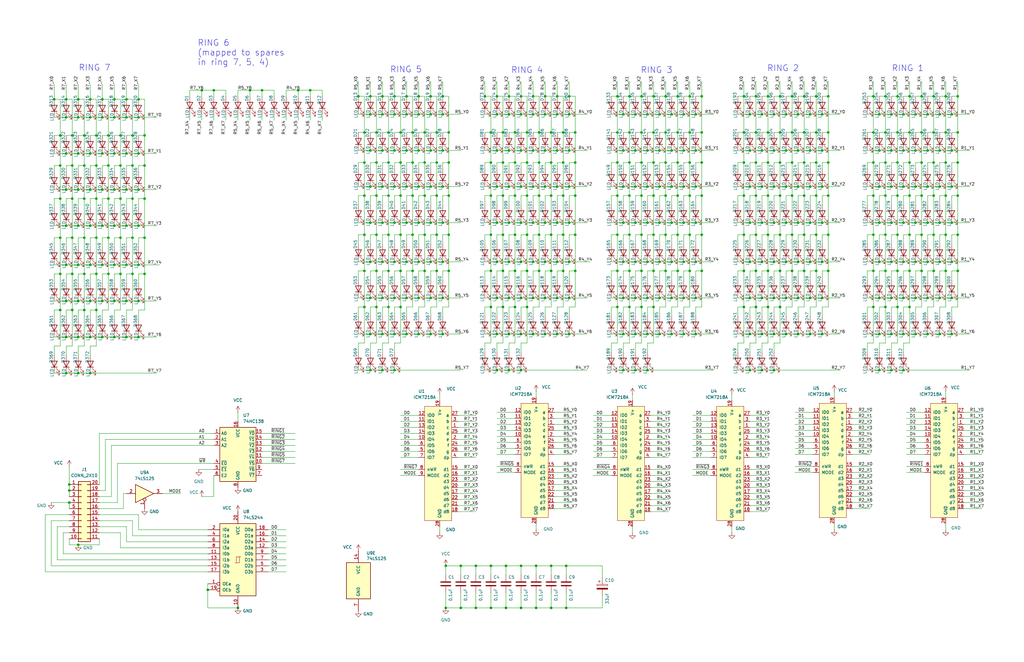
<source format=kicad_sch>
(kicad_sch (version 20250114) (generator "eeschema") (generator_version "9.0")
  (paper "B")
  (text "RING 7" (at 39.878 28.702 0) (effects (font (size 2.54 2.54))))
  (text "RING 3" (at 276.86 29.718 0) (effects (font (size 2.54 2.54))))
  (text "RING 1" (at 382.778 28.956 0) (effects (font (size 2.54 2.54))))
  (text "RING 5" (at 171.196 29.464 0) (effects (font (size 2.54 2.54))))
  (text "RING 6\n(mapped to spares\nin ring 7, 5, 4)" (at 83.312 22.352 0) (effects (font (size 2.54 2.54)) (justify left)))
  (text "RING 2" (at 330.2 28.956 0) (effects (font (size 2.54 2.54))))
  (text "RING 4" (at 222.25 29.718 0) (effects (font (size 2.54 2.54))))
  (junction (at 179.07 68.58))
  (junction (at 318.77 129.54))
  (junction (at 100.33 256.54))
  (junction (at 207.01 55.88))
  (junction (at 30.48 130.81))
  (junction (at 403.86 40.64))
  (junction (at 184.15 114.3))
  (junction (at 265.43 68.58))
  (junction (at 334.01 68.58))
  (junction (at 171.45 110.49))
  (junction (at 189.23 82.55))
  (junction (at 87.63 248.92))
  (junction (at 349.25 99.06))
  (junction (at 323.85 55.88))
  (junction (at 171.45 40.64))
  (junction (at 381 48.26))
  (junction (at 267.97 140.97))
  (junction (at 38.1 142.24))
  (junction (at 293.37 125.73))
  (junction (at 156.21 156.21))
  (junction (at 173.99 55.88))
  (junction (at 234.95 110.49))
  (junction (at 229.87 125.73))
  (junction (at 334.01 114.3))
  (junction (at 344.17 68.58))
  (junction (at 38.1 64.77))
  (junction (at 240.03 110.49))
  (junction (at 38.1 49.53))
  (junction (at 349.25 55.88))
  (junction (at 181.61 78.74))
  (junction (at 179.07 99.06))
  (junction (at 30.48 69.85))
  (junction (at 222.25 99.06))
  (junction (at 339.09 68.58))
  (junction (at 60.96 83.82))
  (junction (at 168.91 68.58))
  (junction (at 270.51 99.06))
  (junction (at 55.88 83.82))
  (junction (at 275.59 40.64))
  (junction (at 60.96 115.57))
  (junction (at 383.54 129.54))
  (junction (at 278.13 140.97))
  (junction (at 214.63 40.64))
  (junction (at 290.83 68.58))
  (junction (at 344.17 114.3))
  (junction (at 321.31 125.73))
  (junction (at 398.78 99.06))
  (junction (at 273.05 125.73))
  (junction (at 166.37 110.49))
  (junction (at 153.67 129.54))
  (junction (at 321.31 110.49))
  (junction (at 240.03 40.64))
  (junction (at 240.03 48.26))
  (junction (at 375.92 156.21))
  (junction (at 161.29 140.97))
  (junction (at 326.39 110.49))
  (junction (at 53.34 80.01))
  (junction (at 401.32 140.97))
  (junction (at 173.99 114.3))
  (junction (at 383.54 40.64))
  (junction (at 381 125.73))
  (junction (at 25.4 100.33))
  (junction (at 209.55 156.21))
  (junction (at 278.13 63.5))
  (junction (at 318.77 68.58))
  (junction (at 40.64 57.15))
  (junction (at 288.29 63.5))
  (junction (at 267.97 63.5))
  (junction (at 189.23 99.06))
  (junction (at 176.53 63.5))
  (junction (at 234.95 40.64))
  (junction (at 158.75 114.3))
  (junction (at 370.84 156.21))
  (junction (at 161.29 63.5))
  (junction (at 234.95 140.97))
  (junction (at 323.85 99.06))
  (junction (at 270.51 40.64))
  (junction (at 187.96 238.76))
  (junction (at 290.83 114.3))
  (junction (at 224.79 110.49))
  (junction (at 207.01 238.76))
  (junction (at 171.45 78.74))
  (junction (at 339.09 114.3))
  (junction (at 396.24 140.97))
  (junction (at 273.05 48.26))
  (junction (at 33.02 64.77))
  (junction (at 260.35 55.88))
  (junction (at 234.95 63.5))
  (junction (at 232.41 82.55))
  (junction (at 232.41 238.76))
  (junction (at 326.39 140.97))
  (junction (at 186.69 63.5))
  (junction (at 288.29 93.98))
  (junction (at 25.4 130.81))
  (junction (at 38.1 80.01))
  (junction (at 290.83 82.55))
  (junction (at 293.37 63.5))
  (junction (at 321.31 48.26))
  (junction (at 58.42 80.01))
  (junction (at 161.29 125.73))
  (junction (at 186.69 93.98))
  (junction (at 214.63 156.21))
  (junction (at 25.4 83.82))
  (junction (at 295.91 82.55))
  (junction (at 278.13 110.49))
  (junction (at 336.55 93.98))
  (junction (at 60.96 69.85))
  (junction (at 321.31 63.5))
  (junction (at 316.23 93.98))
  (junction (at 53.34 111.76))
  (junction (at 153.67 55.88))
  (junction (at 368.3 129.54))
  (junction (at 375.92 78.74))
  (junction (at 262.89 125.73))
  (junction (at 326.39 156.21))
  (junction (at 388.62 114.3))
  (junction (at 171.45 140.97))
  (junction (at 349.25 68.58))
  (junction (at 278.13 48.26))
  (junction (at 179.07 55.88))
  (junction (at 280.67 68.58))
  (junction (at 260.35 40.64))
  (junction (at 48.26 80.01))
  (junction (at 391.16 140.97))
  (junction (at 383.54 82.55))
  (junction (at 58.42 41.91))
  (junction (at 40.64 83.82))
  (junction (at 262.89 78.74))
  (junction (at 207.01 256.54))
  (junction (at 30.48 83.82))
  (junction (at 273.05 110.49))
  (junction (at 283.21 140.97))
  (junction (at 209.55 48.26))
  (junction (at 227.33 99.06))
  (junction (at 217.17 55.88))
  (junction (at 290.83 40.64))
  (junction (at 153.67 68.58))
  (junction (at 229.87 48.26))
  (junction (at 318.77 82.55))
  (junction (at 214.63 93.98))
  (junction (at 213.36 238.76))
  (junction (at 293.37 78.74))
  (junction (at 58.42 49.53))
  (junction (at 242.57 82.55))
  (junction (at 38.1 41.91))
  (junction (at 234.95 125.73))
  (junction (at 278.13 125.73))
  (junction (at 295.91 55.88))
  (junction (at 161.29 48.26))
  (junction (at 58.42 111.76))
  (junction (at 219.71 40.64))
  (junction (at 153.67 82.55))
  (junction (at 386.08 48.26))
  (junction (at 55.88 57.15))
  (junction (at 328.93 99.06))
  (junction (at 262.89 93.98))
  (junction (at 278.13 78.74))
  (junction (at 237.49 55.88))
  (junction (at 283.21 110.49))
  (junction (at 38.1 127))
  (junction (at 53.34 64.77))
  (junction (at 27.94 80.01))
  (junction (at 328.93 68.58))
  (junction (at 43.18 41.91))
  (junction (at 401.32 125.73))
  (junction (at 237.49 82.55))
  (junction (at 43.18 127))
  (junction (at 401.32 110.49))
  (junction (at 273.05 63.5))
  (junction (at 378.46 82.55))
  (junction (at 262.89 140.97))
  (junction (at 219.71 125.73))
  (junction (at 346.71 93.98))
  (junction (at 171.45 63.5))
  (junction (at 125.73 38.1))
  (junction (at 326.39 93.98))
  (junction (at 40.64 130.81))
  (junction (at 163.83 114.3))
  (junction (at 33.02 95.25))
  (junction (at 219.71 156.21))
  (junction (at 184.15 82.55))
  (junction (at 262.89 110.49))
  (junction (at 313.69 82.55))
  (junction (at 53.34 49.53))
  (junction (at 173.99 82.55))
  (junction (at 339.09 99.06))
  (junction (at 156.21 48.26))
  (junction (at 217.17 99.06))
  (junction (at 295.91 114.3))
  (junction (at 53.34 142.24))
  (junction (at 48.26 41.91))
  (junction (at 219.71 93.98))
  (junction (at 316.23 140.97))
  (junction (at 194.31 256.54))
  (junction (at 209.55 140.97))
  (junction (at 219.71 48.26))
  (junction (at 321.31 140.97))
  (junction (at 219.71 110.49))
  (junction (at 331.47 63.5))
  (junction (at 398.78 82.55))
  (junction (at 222.25 129.54))
  (junction (at 234.95 93.98))
  (junction (at 207.01 129.54))
  (junction (at 398.78 55.88))
  (junction (at 328.93 82.55))
  (junction (at 35.56 57.15))
  (junction (at 378.46 114.3))
  (junction (at 313.69 55.88))
  (junction (at 213.36 256.54))
  (junction (at 403.86 114.3))
  (junction (at 396.24 125.73))
  (junction (at 227.33 55.88))
  (junction (at 43.18 111.76))
  (junction (at 331.47 93.98))
  (junction (at 373.38 114.3))
  (junction (at 370.84 140.97))
  (junction (at 396.24 110.49))
  (junction (at 186.69 110.49))
  (junction (at 242.57 99.06))
  (junction (at 398.78 40.64))
  (junction (at 334.01 99.06))
  (junction (at 163.83 68.58))
  (junction (at 318.77 99.06))
  (junction (at 209.55 93.98))
  (junction (at 186.69 48.26))
  (junction (at 288.29 78.74))
  (junction (at 27.94 142.24))
  (junction (at 318.77 40.64))
  (junction (at 260.35 99.06))
  (junction (at 273.05 78.74))
  (junction (at 265.43 55.88))
  (junction (at 224.79 63.5))
  (junction (at 375.92 125.73))
  (junction (at 370.84 48.26))
  (junction (at 386.08 78.74))
  (junction (at 163.83 82.55))
  (junction (at 207.01 82.55))
  (junction (at 186.69 78.74))
  (junction (at 189.23 114.3))
  (junction (at 293.37 110.49))
  (junction (at 232.41 114.3))
  (junction (at 323.85 129.54))
  (junction (at 158.75 82.55))
  (junction (at 318.77 114.3))
  (junction (at 275.59 82.55))
  (junction (at 186.69 125.73))
  (junction (at 336.55 78.74))
  (junction (at 48.26 127))
  (junction (at 341.63 93.98))
  (junction (at 349.25 114.3))
  (junction (at 58.42 95.25))
  (junction (at 326.39 63.5))
  (junction (at 388.62 99.06))
  (junction (at 328.93 129.54))
  (junction (at 316.23 125.73))
  (junction (at 207.01 114.3))
  (junction (at 285.75 114.3))
  (junction (at 375.92 48.26))
  (junction (at 373.38 68.58))
  (junction (at 48.26 49.53))
  (junction (at 168.91 129.54))
  (junction (at 346.71 48.26))
  (junction (at 232.41 68.58))
  (junction (at 166.37 140.97))
  (junction (at 368.3 82.55))
  (junction (at 293.37 93.98))
  (junction (at 316.23 63.5))
  (junction (at 38.1 111.76))
  (junction (at 368.3 99.06))
  (junction (at 219.71 256.54))
  (junction (at 316.23 156.21))
  (junction (at 331.47 110.49))
  (junction (at 35.56 100.33))
  (junction (at 370.84 125.73))
  (junction (at 217.17 68.58))
  (junction (at 386.08 63.5))
  (junction (at 237.49 114.3))
  (junction (at 262.89 156.21))
  (junction (at 48.26 111.76))
  (junction (at 33.02 80.01))
  (junction (at 158.75 55.88))
  (junction (at 219.71 78.74))
  (junction (at 278.13 93.98))
  (junction (at 378.46 129.54))
  (junction (at 33.02 41.91))
  (junction (at 285.75 68.58))
  (junction (at 219.71 140.97))
  (junction (at 346.71 63.5))
  (junction (at 234.95 48.26))
  (junction (at 181.61 48.26))
  (junction (at 29.21 212.09))
  (junction (at 295.91 99.06))
  (junction (at 166.37 63.5))
  (junction (at 163.83 99.06))
  (junction (at 391.16 125.73))
  (junction (at 222.25 55.88))
  (junction (at 53.34 127))
  (junction (at 381 110.49))
  (junction (at 156.21 93.98))
  (junction (at 331.47 78.74))
  (junction (at 267.97 110.49))
  (junction (at 176.53 93.98))
  (junction (at 33.02 49.53))
  (junction (at 53.34 95.25))
  (junction (at 386.08 140.97))
  (junction (at 45.72 57.15))
  (junction (at 375.92 110.49))
  (junction (at 166.37 78.74))
  (junction (at 224.79 93.98))
  (junction (at 403.86 68.58))
  (junction (at 341.63 140.97))
  (junction (at 240.03 78.74))
  (junction (at 283.21 93.98))
  (junction (at 166.37 93.98))
  (junction (at 288.29 110.49))
  (junction (at 391.16 48.26))
  (junction (at 229.87 78.74))
  (junction (at 229.87 63.5))
  (junction (at 186.69 40.64))
  (junction (at 316.23 110.49))
  (junction (at 323.85 82.55))
  (junction (at 398.78 68.58))
  (junction (at 161.29 40.64))
  (junction (at 316.23 78.74))
  (junction (at 161.29 110.49))
  (junction (at 383.54 99.06))
  (junction (at 336.55 48.26))
  (junction (at 265.43 114.3))
  (junction (at 58.42 64.77))
  (junction (at 224.79 125.73))
  (junction (at 280.67 55.88))
  (junction (at 232.41 55.88))
  (junction (at 27.94 111.76))
  (junction (at 238.76 238.76))
  (junction (at 262.89 63.5))
  (junction (at 313.69 99.06))
  (junction (at 388.62 68.58))
  (junction (at 48.26 142.24))
  (junction (at 217.17 114.3))
  (junction (at 43.18 142.24))
  (junction (at 232.41 256.54))
  (junction (at 58.42 142.24))
  (junction (at 267.97 156.21))
  (junction (at 171.45 125.73))
  (junction (at 214.63 140.97))
  (junction (at 43.18 49.53))
  (junction (at 316.23 48.26))
  (junction (at 156.21 40.64))
  (junction (at 222.25 82.55))
  (junction (at 161.29 93.98))
  (junction (at 393.7 40.64))
  (junction (at 344.17 99.06))
  (junction (at 267.97 48.26))
  (junction (at 344.17 82.55))
  (junction (at 370.84 93.98))
  (junction (at 283.21 48.26))
  (junction (at 375.92 93.98))
  (junction (at 370.84 110.49))
  (junction (at 323.85 68.58))
  (junction (at 200.66 238.76))
  (junction (at 321.31 78.74))
  (junction (at 209.55 78.74))
  (junction (at 368.3 68.58))
  (junction (at 212.09 82.55))
  (junction (at 226.06 256.54))
  (junction (at 33.02 142.24))
  (junction (at 176.53 40.64))
  (junction (at 401.32 48.26))
  (junction (at 290.83 55.88))
  (junction (at 40.64 100.33))
  (junction (at 378.46 99.06))
  (junction (at 273.05 93.98))
  (junction (at 204.47 40.64))
  (junction (at 391.16 78.74))
  (junction (at 381 63.5))
  (junction (at 295.91 68.58))
  (junction (at 163.83 129.54))
  (junction (at 381 140.97))
  (junction (at 166.37 125.73))
  (junction (at 55.88 69.85))
  (junction (at 156.21 110.49))
  (junction (at 386.08 110.49))
  (junction (at 346.71 140.97))
  (junction (at 242.57 55.88))
  (junction (at 156.21 140.97))
  (junction (at 336.55 110.49))
  (junction (at 179.07 82.55))
  (junction (at 334.01 40.64))
  (junction (at 153.67 99.06))
  (junction (at 214.63 125.73))
  (junction (at 403.86 55.88))
  (junction (at 403.86 82.55))
  (junction (at 346.71 125.73))
  (junction (at 27.94 95.25))
  (junction (at 90.17 38.1))
  (junction (at 224.79 40.64))
  (junction (at 331.47 125.73))
  (junction (at 339.09 40.64))
  (junction (at 29.21 207.01))
  (junction (at 260.35 68.58))
  (junction (at 43.18 64.77))
  (junction (at 313.69 68.58))
  (junction (at 214.63 78.74))
  (junction (at 168.91 55.88))
  (junction (at 242.57 114.3))
  (junction (at 381 78.74))
  (junction (at 161.29 156.21))
  (junction (at 323.85 114.3))
  (junction (at 285.75 82.55))
  (junction (at 393.7 82.55))
  (junction (at 200.66 256.54))
  (junction (at 270.51 82.55))
  (junction (at 209.55 110.49))
  (junction (at 227.33 114.3))
  (junction (at 50.8 83.82))
  (junction (at 234.95 78.74))
  (junction (at 265.43 99.06))
  (junction (at 396.24 93.98))
  (junction (at 50.8 100.33))
  (junction (at 168.91 114.3))
  (junction (at 368.3 55.88))
  (junction (at 393.7 68.58))
  (junction (at 280.67 82.55))
  (junction (at 53.34 41.91))
  (junction (at 328.93 55.88))
  (junction (at 293.37 48.26))
  (junction (at 270.51 129.54))
  (junction (at 388.62 55.88))
  (junction (at 240.03 140.97))
  (junction (at 386.08 93.98))
  (junction (at 318.77 55.88))
  (junction (at 375.92 63.5))
  (junction (at 161.29 78.74))
  (junction (at 171.45 93.98))
  (junction (at 280.67 114.3))
  (junction (at 222.25 68.58))
  (junction (at 227.33 82.55))
  (junction (at 393.7 55.88))
  (junction (at 55.88 115.57))
  (junction (at 176.53 140.97))
  (junction (at 214.63 48.26))
  (junction (at 378.46 40.64))
  (junction (at 295.91 40.64))
  (junction (at 391.16 93.98))
  (junction (at 25.4 57.15))
  (junction (at 285.75 40.64))
  (junction (at 207.01 99.06))
  (junction (at 262.89 48.26))
  (junction (at 212.09 114.3))
  (junction (at 166.37 40.64))
  (junction (at 280.67 99.06))
  (junction (at 55.88 100.33))
  (junction (at 326.39 48.26))
  (junction (at 313.69 129.54))
  (junction (at 326.39 78.74))
  (junction (at 33.02 229.87))
  (junction (at 45.72 100.33))
  (junction (at 226.06 238.76))
  (junction (at 181.61 140.97))
  (junction (at 403.86 99.06))
  (junction (at 270.51 114.3))
  (junction (at 45.72 83.82))
  (junction (at 381 93.98))
  (junction (at 60.96 100.33))
  (junction (at 179.07 114.3))
  (junction (at 341.63 78.74))
  (junction (at 48.26 64.77))
  (junction (at 48.26 95.25))
  (junction (at 396.24 63.5))
  (junction (at 168.91 82.55))
  (junction (at 151.13 40.64))
  (junction (at 156.21 63.5))
  (junction (at 321.31 156.21))
  (junction (at 238.76 256.54))
  (junction (at 242.57 68.58))
  (junction (at 368.3 40.64))
  (junction (at 22.86 41.91))
  (junction (at 339.09 55.88))
  (junction (at 187.96 256.54))
  (junction (at 265.43 129.54))
  (junction (at 328.93 40.64))
  (junction (at 398.78 114.3))
  (junction (at 35.56 83.82))
  (junction (at 373.38 99.06))
  (junction (at 267.97 125.73))
  (junction (at 326.39 125.73))
  (junction (at 346.71 110.49))
  (junction (at 331.47 140.97))
  (junction (at 270.51 55.88))
  (junction (at 50.8 57.15))
  (junction (at 33.02 111.76))
  (junction (at 27.94 41.91))
  (junction (at 349.25 40.64))
  (junction (at 110.49 38.1))
  (junction (at 212.09 99.06))
  (junction (at 336.55 125.73))
  (junction (at 166.37 48.26))
  (junction (at 388.62 82.55))
  (junction (at 35.56 69.85))
  (junction (at 341.63 110.49))
  (junction (at 224.79 140.97))
  (junction (at 214.63 63.5))
  (junction (at 265.43 40.64))
  (junction (at 30.48 115.57))
  (junction (at 341.63 125.73))
  (junction (at 240.03 93.98))
  (junction (at 313.69 40.64))
  (junction (at 209.55 63.5))
  (junction (at 227.33 68.58))
  (junction (at 273.05 140.97))
  (junction (at 313.69 114.3))
  (junction (at 285.75 99.06))
  (junction (at 280.67 40.64))
  (junction (at 396.24 78.74))
  (junction (at 181.61 63.5))
  (junction (at 40.64 69.85))
  (junction (at 265.43 82.55))
  (junction (at 217.17 129.54))
  (junction (at 176.53 78.74))
  (junction (at 40.64 115.57))
  (junction (at 85.09 38.1))
  (junction (at 184.15 99.06))
  (junction (at 189.23 68.58))
  (junction (at 153.67 114.3))
  (junction (at 273.05 156.21))
  (junction (at 391.16 110.49))
  (junction (at 229.87 40.64))
  (junction (at 212.09 68.58))
  (junction (at 214.63 110.49))
  (junction (at 181.61 125.73))
  (junction (at 373.38 40.64))
  (junction (at 229.87 93.98))
  (junction (at 173.99 68.58))
  (junction (at 105.41 38.1))
  (junction (at 393.7 99.06))
  (junction (at 388.62 40.64))
  (junction (at 370.84 78.74))
  (junction (at 181.61 110.49))
  (junction (at 283.21 78.74))
  (junction (at 293.37 140.97))
  (junction (at 240.03 63.5))
  (junction (at 229.87 140.97))
  (junction (at 323.85 40.64))
  (junction (at 401.32 78.74))
  (junction (at 176.53 125.73))
  (junction (at 393.7 114.3))
  (junction (at 60.96 57.15))
  (junction (at 43.18 95.25))
  (junction (at 275.59 68.58))
  (junction (at 349.25 82.55))
  (junction (at 270.51 68.58))
  (junction (at 373.38 129.54))
  (junction (at 194.31 238.76))
  (junction (at 27.94 49.53))
  (junction (at 386.08 125.73))
  (junction (at 373.38 55.88))
  (junction (at 283.21 63.5))
  (junction (at 344.17 55.88))
  (junction (at 33.02 157.48))
  (junction (at 222.25 114.3))
  (junction (at 275.59 55.88))
  (junction (at 285.75 55.88))
  (junction (at 275.59 129.54))
  (junction (at 163.83 55.88))
  (junction (at 288.29 48.26))
  (junction (at 35.56 115.57))
  (junction (at 212.09 129.54))
  (junction (at 370.84 63.5))
  (junction (at 383.54 114.3))
  (junction (at 260.35 114.3))
  (junction (at 334.01 55.88))
  (junction (at 212.09 55.88))
  (junction (at 232.41 99.06))
  (junction (at 130.81 38.1))
  (junction (at 375.92 140.97))
  (junction (at 240.03 125.73))
  (junction (at 373.38 82.55))
  (junction (at 336.55 63.5))
  (junction (at 35.56 130.81))
  (junction (at 30.48 57.15))
  (junction (at 38.1 95.25))
  (junction (at 341.63 63.5))
  (junction (at 156.21 125.73))
  (junction (at 401.32 93.98))
  (junction (at 158.75 99.06))
  (junction (at 344.17 40.64))
  (junction (at 171.45 48.26))
  (junction (at 229.87 110.49))
  (junction (at 50.8 115.57))
  (junction (at 383.54 55.88))
  (junction (at 224.79 78.74))
  (junction (at 288.29 125.73))
  (junction (at 341.63 48.26))
  (junction (at 25.4 115.57))
  (junction (at 176.53 110.49))
  (junction (at 290.83 99.06))
  (junction (at 275.59 99.06))
  (junction (at 336.55 140.97))
  (junction (at 283.21 125.73))
  (junction (at 260.35 82.55))
  (junction (at 219.71 238.76))
  (junction (at 288.29 140.97))
  (junction (at 209.55 125.73))
  (junction (at 158.75 68.58))
  (junction (at 186.69 140.97))
  (junction (at 321.31 93.98))
  (junction (at 184.15 55.88))
  (junction (at 275.59 114.3))
  (junction (at 181.61 93.98))
  (junction (at 30.48 100.33))
  (junction (at 219.71 63.5))
  (junction (at 156.21 78.74))
  (junction (at 33.02 127))
  (junction (at 29.21 204.47))
  (junction (at 346.71 78.74))
  (junction (at 189.23 55.88))
  (junction (at 209.55 40.64))
  (junction (at 168.91 99.06))
  (junction (at 166.37 156.21))
  (junction (at 383.54 68.58))
  (junction (at 45.72 115.57))
  (junction (at 401.32 63.5))
  (junction (at 43.18 80.01))
  (junction (at 339.09 82.55))
  (junction (at 184.15 68.58))
  (junction (at 217.17 82.55))
  (junction (at 368.3 114.3))
  (junction (at 378.46 68.58))
  (junction (at 176.53 48.26))
  (junction (at 391.16 63.5))
  (junction (at 50.8 69.85))
  (junction (at 237.49 99.06))
  (junction (at 158.75 129.54))
  (junction (at 378.46 55.88))
  (junction (at 58.42 127))
  (junction (at 224.79 48.26))
  (junction (at 260.35 129.54))
  (junction (at 267.97 78.74))
  (junction (at 27.94 127))
  (junction (at 334.01 82.55))
  (junction (at 328.93 114.3))
  (junction (at 38.1 157.48))
  (junction (at 396.24 48.26))
  (junction (at 237.49 68.58))
  (junction (at 45.72 69.85))
  (junction (at 181.61 40.64))
  (junction (at 27.94 64.77))
  (junction (at 25.4 69.85))
  (junction (at 267.97 93.98))
  (junction (at 207.01 68.58))
  (junction (at 27.94 157.48))
  (junction (at 381 156.21))
  (junction (at 173.99 99.06))
  (junction (at 331.47 48.26))
  (wire (pts (xy 189.23 68.58) (xy 186.69 68.58)))
  (wire (pts (xy 288.29 129.54) (xy 288.29 133.35)))
  (wire (pts (xy 171.45 82.55) (xy 171.45 86.36)))
  (wire (pts (xy 212.09 68.58) (xy 209.55 68.58)))
  (wire (pts (xy 58.42 57.15) (xy 60.96 57.15)))
  (wire (pts (xy 40.64 69.85) (xy 38.1 69.85)))
  (wire (pts (xy 273.05 93.98) (xy 278.13 93.98)))
  (wire (pts (xy 344.17 99.06) (xy 344.17 114.3)))
  (wire (pts (xy 53.34 49.53) (xy 58.42 49.53)))
  (wire (pts (xy 113.03 226.06) (xy 120.65 226.06)))
  (wire (pts (xy 186.69 34.29) (xy 186.69 40.64)))
  (wire (pts (xy 40.64 115.57) (xy 38.1 115.57)))
  (wire (pts (xy 234.95 140.97) (xy 240.03 140.97)))
  (wire (pts (xy 295.91 99.06) (xy 295.91 114.3)))
  (wire (pts (xy 176.53 125.73) (xy 181.61 125.73)))
  (wire (pts (xy 321.31 140.97) (xy 326.39 140.97)))
  (wire (pts (xy 270.51 114.3) (xy 267.97 114.3)))
  (wire (pts (xy 321.31 55.88) (xy 323.85 55.88)))
  (wire (pts (xy 184.15 40.64) (xy 181.61 40.64)))
  (wire (pts (xy 365.76 48.26) (xy 370.84 48.26)))
  (wire (pts (xy 19.05 241.3) (xy 87.63 241.3)))
  (wire (pts (xy 257.81 129.54) (xy 257.81 133.35)))
  (wire (pts (xy 184.15 82.55) (xy 181.61 82.55)))
  (wire (pts (xy 233.68 212.09) (xy 241.3 212.09)))
  (wire (pts (xy 359.41 184.15) (xy 367.03 184.15)))
  (wire (pts (xy 280.67 114.3) (xy 280.67 129.54)))
  (wire (pts (xy 393.7 40.64) (xy 391.16 40.64)))
  (wire (pts (xy 275.59 129.54) (xy 275.59 144.78)))
  (wire (pts (xy 171.45 93.98) (xy 176.53 93.98)))
  (wire (pts (xy 401.32 78.74) (xy 408.94 78.74)))
  (wire (pts (xy 273.05 78.74) (xy 278.13 78.74)))
  (wire (pts (xy 293.37 48.26) (xy 300.99 48.26)))
  (wire (pts (xy 316.23 48.26) (xy 321.31 48.26)))
  (wire (pts (xy 209.55 191.77) (xy 217.17 191.77)))
  (wire (pts (xy 398.78 40.64) (xy 398.78 55.88)))
  (wire (pts (xy 217.17 144.78) (xy 214.63 144.78)))
  (wire (pts (xy 207.01 40.64) (xy 204.47 40.64)))
  (wire (pts (xy 219.71 78.74) (xy 224.79 78.74)))
  (wire (pts (xy 318.77 129.54) (xy 318.77 144.78)))
  (wire (pts (xy 193.04 175.26) (xy 200.66 175.26)))
  (wire (pts (xy 336.55 78.74) (xy 341.63 78.74)))
  (wire (pts (xy 120.65 38.1) (xy 120.65 40.64)))
  (wire (pts (xy 193.04 193.04) (xy 200.66 193.04)))
  (wire (pts (xy 316.23 185.42) (xy 323.85 185.42)))
  (wire (pts (xy 27.94 35.56) (xy 27.94 41.91)))
  (wire (pts (xy 173.99 114.3) (xy 173.99 129.54)))
  (wire (pts (xy 323.85 129.54) (xy 321.31 129.54)))
  (wire (pts (xy 27.94 80.01) (xy 33.02 80.01)))
  (wire (pts (xy 237.49 40.64) (xy 237.49 55.88)))
  (wire (pts (xy 368.3 114.3) (xy 365.76 114.3)))
  (wire (pts (xy 25.4 69.85) (xy 22.86 69.85)))
  (wire (pts (xy 321.31 110.49) (xy 326.39 110.49)))
  (wire (pts (xy 48.26 64.77) (xy 53.34 64.77)))
  (wire (pts (xy 278.13 125.73) (xy 283.21 125.73)))
  (wire (pts (xy 130.81 48.26) (xy 130.81 50.8)))
  (wire (pts (xy 368.3 55.88) (xy 368.3 68.58)))
  (wire (pts (xy 359.41 179.07) (xy 367.03 179.07)))
  (wire (pts (xy 398.78 40.64) (xy 396.24 40.64)))
  (wire (pts (xy 373.38 114.3) (xy 373.38 129.54)))
  (wire (pts (xy 189.23 40.64) (xy 189.23 55.88)))
  (wire (pts (xy 321.31 63.5) (xy 326.39 63.5)))
  (wire (pts (xy 41.91 219.71) (xy 55.88 219.71)))
  (wire (pts (xy 250.19 193.04) (xy 257.81 193.04)))
  (wire (pts (xy 292.1 175.26) (xy 299.72 175.26)))
  (wire (pts (xy 58.42 95.25) (xy 66.04 95.25)))
  (wire (pts (xy 213.36 242.57) (xy 213.36 238.76)))
  (wire (pts (xy 30.48 69.85) (xy 27.94 69.85)))
  (wire (pts (xy 293.37 110.49) (xy 300.99 110.49)))
  (wire (pts (xy 378.46 55.88) (xy 378.46 68.58)))
  (wire (pts (xy 386.08 55.88) (xy 388.62 55.88)))
  (wire (pts (xy 274.32 193.04) (xy 281.94 193.04)))
  (wire (pts (xy 219.71 93.98) (xy 224.79 93.98)))
  (wire (pts (xy 224.79 99.06) (xy 224.79 102.87)))
  (wire (pts (xy 161.29 144.78) (xy 161.29 148.59)))
  (wire (pts (xy 383.54 99.06) (xy 383.54 114.3)))
  (wire (pts (xy 238.76 250.19) (xy 238.76 256.54)))
  (wire (pts (xy 229.87 48.26) (xy 234.95 48.26)))
  (wire (pts (xy 336.55 63.5) (xy 341.63 63.5)))
  (wire (pts (xy 260.35 40.64) (xy 260.35 55.88)))
  (wire (pts (xy 173.99 99.06) (xy 173.99 114.3)))
  (wire (pts (xy 370.84 55.88) (xy 373.38 55.88)))
  (wire (pts (xy 406.4 207.01) (xy 414.02 207.01)))
  (wire (pts (xy 335.28 196.85) (xy 342.9 196.85)))
  (wire (pts (xy 318.77 129.54) (xy 316.23 129.54)))
  (wire (pts (xy 401.32 114.3) (xy 401.32 118.11)))
  (wire (pts (xy 386.08 129.54) (xy 386.08 133.35)))
  (wire (pts (xy 391.16 125.73) (xy 396.24 125.73)))
  (wire (pts (xy 125.73 38.1) (xy 130.81 38.1)))
  (wire (pts (xy 176.53 114.3) (xy 176.53 118.11)))
  (wire (pts (xy 365.76 93.98) (xy 370.84 93.98)))
  (wire (pts (xy 35.56 115.57) (xy 35.56 130.81)))
  (wire (pts (xy 186.69 140.97) (xy 194.31 140.97)))
  (wire (pts (xy 293.37 140.97) (xy 300.99 140.97)))
  (wire (pts (xy 326.39 48.26) (xy 331.47 48.26)))
  (wire (pts (xy 25.4 83.82) (xy 25.4 100.33)))
  (wire (pts (xy 388.62 40.64) (xy 388.62 55.88)))
  (wire (pts (xy 60.96 57.15) (xy 60.96 69.85)))
  (wire (pts (xy 193.04 182.88) (xy 200.66 182.88)))
  (wire (pts (xy 217.17 40.64) (xy 217.17 55.88)))
  (wire (pts (xy 226.06 242.57) (xy 226.06 238.76)))
  (wire (pts (xy 45.72 41.91) (xy 45.72 57.15)))
  (wire (pts (xy 222.25 144.78) (xy 219.71 144.78)))
  (wire (pts (xy 328.93 129.54) (xy 326.39 129.54)))
  (wire (pts (xy 262.89 63.5) (xy 267.97 63.5)))
  (wire (pts (xy 233.68 196.85) (xy 241.3 196.85)))
  (wire (pts (xy 346.71 93.98) (xy 354.33 93.98)))
  (wire (pts (xy 153.67 82.55) (xy 151.13 82.55)))
  (wire (pts (xy 233.68 199.39) (xy 241.3 199.39)))
  (wire (pts (xy 224.79 140.97) (xy 229.87 140.97)))
  (wire (pts (xy 370.84 110.49) (xy 375.92 110.49)))
  (wire (pts (xy 43.18 95.25) (xy 48.26 95.25)))
  (wire (pts (xy 156.21 140.97) (xy 161.29 140.97)))
  (wire (pts (xy 232.41 242.57) (xy 232.41 238.76)))
  (wire (pts (xy 275.59 68.58) (xy 275.59 82.55)))
  (wire (pts (xy 313.69 129.54) (xy 311.15 129.54)))
  (wire (pts (xy 30.48 83.82) (xy 27.94 83.82)))
  (wire (pts (xy 193.04 190.5) (xy 200.66 190.5)))
  (wire (pts (xy 168.91 180.34) (xy 176.53 180.34)))
  (wire (pts (xy 403.86 34.29) (xy 403.86 40.64)))
  (wire (pts (xy 50.8 69.85) (xy 50.8 83.82)))
  (wire (pts (xy 207.01 144.78) (xy 204.47 144.78)))
  (wire (pts (xy 393.7 82.55) (xy 393.7 99.06)))
  (wire (pts (xy 406.4 186.69) (xy 414.02 186.69)))
  (wire (pts (xy 25.4 100.33) (xy 25.4 115.57)))
  (wire (pts (xy 166.37 99.06) (xy 166.37 102.87)))
  (wire (pts (xy 22.86 83.82) (xy 22.86 87.63)))
  (wire (pts (xy 161.29 82.55) (xy 161.29 86.36)))
  (wire (pts (xy 207.01 55.88) (xy 207.01 68.58)))
  (wire (pts (xy 219.71 55.88) (xy 222.25 55.88)))
  (wire (pts (xy 270.51 144.78) (xy 267.97 144.78)))
  (wire (pts (xy 53.34 130.81) (xy 53.34 134.62)))
  (wire (pts (xy 27.94 127) (xy 33.02 127)))
  (wire (pts (xy 213.36 238.76) (xy 207.01 238.76)))
  (wire (pts (xy 22.86 69.85) (xy 22.86 72.39)))
  (wire (pts (xy 398.78 68.58) (xy 396.24 68.58)))
  (wire (pts (xy 270.51 129.54) (xy 270.51 144.78)))
  (wire (pts (xy 346.71 78.74) (xy 354.33 78.74)))
  (wire (pts (xy 344.17 68.58) (xy 341.63 68.58)))
  (wire (pts (xy 52.07 208.28) (xy 53.34 208.28)))
  (wire (pts (xy 334.01 55.88) (xy 334.01 68.58)))
  (wire (pts (xy 41.91 229.87) (xy 41.91 227.33)))
  (wire (pts (xy 29.21 196.85) (xy 29.21 204.47)))
  (wire (pts (xy 381 156.21) (xy 408.94 156.21)))
  (wire (pts (xy 158.75 40.64) (xy 156.21 40.64)))
  (wire (pts (xy 33.02 35.56) (xy 33.02 41.91)))
  (wire (pts (xy 204.47 93.98) (xy 209.55 93.98)))
  (wire (pts (xy 262.89 140.97) (xy 267.97 140.97)))
  (wire (pts (xy 25.4 100.33) (xy 22.86 100.33)))
  (wire (pts (xy 58.42 223.52) (xy 87.63 223.52)))
  (wire (pts (xy 335.28 184.15) (xy 342.9 184.15)))
  (wire (pts (xy 156.21 78.74) (xy 161.29 78.74)))
  (wire (pts (xy 50.8 69.85) (xy 48.26 69.85)))
  (wire (pts (xy 280.67 82.55) (xy 278.13 82.55)))
  (wire (pts (xy 318.77 82.55) (xy 316.23 82.55)))
  (wire (pts (xy 349.25 82.55) (xy 349.25 99.06)))
  (wire (pts (xy 217.17 99.06) (xy 214.63 99.06)))
  (wire (pts (xy 35.56 57.15) (xy 35.56 69.85)))
  (wire (pts (xy 115.57 48.26) (xy 115.57 50.8)))
  (wire (pts (xy 262.89 48.26) (xy 267.97 48.26)))
  (wire (pts (xy 217.17 114.3) (xy 217.17 129.54)))
  (wire (pts (xy 273.05 156.21) (xy 300.99 156.21)))
  (wire (pts (xy 365.76 156.21) (xy 370.84 156.21)))
  (wire (pts (xy 323.85 68.58) (xy 321.31 68.58)))
  (wire (pts (xy 328.93 68.58) (xy 326.39 68.58)))
  (wire (pts (xy 46.99 187.96) (xy 90.17 187.96)))
  (wire (pts (xy 285.75 68.58) (xy 283.21 68.58)))
  (wire (pts (xy 163.83 129.54) (xy 161.29 129.54)))
  (wire (pts (xy 288.29 114.3) (xy 288.29 118.11)))
  (wire (pts (xy 85.09 38.1) (xy 85.09 40.64)))
  (wire (pts (xy 151.13 55.88) (xy 153.67 55.88)))
  (wire (pts (xy 250.19 187.96) (xy 257.81 187.96)))
  (wire (pts (xy 58.42 130.81) (xy 58.42 134.62)))
  (wire (pts (xy 288.29 68.58) (xy 288.29 71.12)))
  (wire (pts (xy 386.08 78.74) (xy 391.16 78.74)))
  (wire (pts (xy 368.3 129.54) (xy 368.3 144.78)))
  (wire (pts (xy 401.32 99.06) (xy 401.32 102.87)))
  (wire (pts (xy 274.32 198.12) (xy 281.94 198.12)))
  (wire (pts (xy 25.4 83.82) (xy 22.86 83.82)))
  (wire (pts (xy 406.4 204.47) (xy 414.02 204.47)))
  (wire (pts (xy 214.63 55.88) (xy 217.17 55.88)))
  (wire (pts (xy 316.23 93.98) (xy 321.31 93.98)))
  (wire (pts (xy 316.23 63.5) (xy 321.31 63.5)))
  (wire (pts (xy 335.28 189.23) (xy 342.9 189.23)))
  (wire (pts (xy 273.05 48.26) (xy 278.13 48.26)))
  (wire (pts (xy 189.23 82.55) (xy 189.23 99.06)))
  (wire (pts (xy 48.26 57.15) (xy 50.8 57.15)))
  (wire (pts (xy 45.72 130.81) (xy 43.18 130.81)))
  (wire (pts (xy 115.57 38.1) (xy 115.57 40.64)))
  (wire (pts (xy 22.86 146.05) (xy 22.86 149.86)))
  (wire (pts (xy 110.49 38.1) (xy 115.57 38.1)))
  (wire (pts (xy 40.64 115.57) (xy 40.64 130.81)))
  (wire (pts (xy 311.15 110.49) (xy 316.23 110.49)))
  (wire (pts (xy 335.28 199.39) (xy 342.9 199.39)))
  (wire (pts (xy 401.32 93.98) (xy 408.94 93.98)))
  (wire (pts (xy 87.63 248.92) (xy 87.63 256.54)))
  (wire (pts (xy 270.51 99.06) (xy 270.51 114.3)))
  (wire (pts (xy 288.29 125.73) (xy 293.37 125.73)))
  (wire (pts (xy 273.05 144.78) (xy 273.05 148.59)))
  (wire (pts (xy 318.77 55.88) (xy 318.77 68.58)))
  (wire (pts (xy 368.3 99.06) (xy 368.3 114.3)))
  (wire (pts (xy 200.66 256.54) (xy 194.31 256.54)))
  (wire (pts (xy 224.79 63.5) (xy 229.87 63.5)))
  (wire (pts (xy 295.91 68.58) (xy 293.37 68.58)))
  (wire (pts (xy 326.39 140.97) (xy 331.47 140.97)))
  (wire (pts (xy 204.47 125.73) (xy 209.55 125.73)))
  (wire (pts (xy 344.17 40.64) (xy 341.63 40.64)))
  (wire (pts (xy 151.13 63.5) (xy 156.21 63.5)))
  (wire (pts (xy 184.15 114.3) (xy 181.61 114.3)))
  (wire (pts (xy 336.55 68.58) (xy 336.55 71.12)))
  (wire (pts (xy 229.87 68.58) (xy 229.87 71.12)))
  (wire (pts (xy 370.84 156.21) (xy 375.92 156.21)))
  (wire (pts (xy 168.91 175.26) (xy 176.53 175.26)))
  (wire (pts (xy 359.41 212.09) (xy 367.03 212.09)))
  (wire (pts (xy 391.16 63.5) (xy 396.24 63.5)))
  (wire (pts (xy 381 78.74) (xy 386.08 78.74)))
  (wire (pts (xy 168.91 144.78) (xy 166.37 144.78)))
  (wire (pts (xy 33.02 64.77) (xy 38.1 64.77)))
  (wire (pts (xy 257.81 68.58) (xy 257.81 71.12)))
  (wire (pts (xy 265.43 129.54) (xy 265.43 144.78)))
  (wire (pts (xy 217.17 114.3) (xy 214.63 114.3)))
  (wire (pts (xy 257.81 93.98) (xy 262.89 93.98)))
  (wire (pts (xy 349.25 68.58) (xy 349.25 82.55)))
  (wire (pts (xy 224.79 110.49) (xy 229.87 110.49)))
  (wire (pts (xy 265.43 144.78) (xy 262.89 144.78)))
  (wire (pts (xy 398.78 68.58) (xy 398.78 82.55)))
  (wire (pts (xy 346.71 55.88) (xy 349.25 55.88)))
  (wire (pts (xy 373.38 82.55) (xy 370.84 82.55)))
  (wire (pts (xy 326.39 114.3) (xy 326.39 118.11)))
  (wire (pts (xy 163.83 82.55) (xy 161.29 82.55)))
  (wire (pts (xy 60.96 41.91) (xy 60.96 57.15)))
  (wire (pts (xy 55.88 226.06) (xy 87.63 226.06)))
  (wire (pts (xy 217.17 68.58) (xy 214.63 68.58)))
  (wire (pts (xy 60.96 69.85) (xy 58.42 69.85)))
  (wire (pts (xy 49.53 212.09) (xy 49.53 195.58)))
  (wire (pts (xy 163.83 40.64) (xy 163.83 55.88)))
  (wire (pts (xy 290.83 34.29) (xy 290.83 40.64)))
  (wire (pts (xy 233.68 204.47) (xy 241.3 204.47)))
  (wire (pts (xy 233.68 184.15) (xy 241.3 184.15)))
  (wire (pts (xy 386.08 125.73) (xy 391.16 125.73)))
  (wire (pts (xy 181.61 93.98) (xy 186.69 93.98)))
  (wire (pts (xy 288.29 63.5) (xy 293.37 63.5)))
  (wire (pts (xy 234.95 114.3) (xy 234.95 118.11)))
  (wire (pts (xy 48.26 49.53) (xy 53.34 49.53)))
  (wire (pts (xy 35.56 69.85) (xy 35.56 83.82)))
  (wire (pts (xy 311.15 48.26) (xy 316.23 48.26)))
  (wire (pts (xy 214.63 34.29) (xy 214.63 40.64)))
  (wire (pts (xy 270.51 40.64) (xy 270.51 55.88)))
  (wire (pts (xy 295.91 34.29) (xy 295.91 40.64)))
  (wire (pts (xy 60.96 130.81) (xy 58.42 130.81)))
  (wire (pts (xy 275.59 144.78) (xy 273.05 144.78)))
  (wire (pts (xy 184.15 68.58) (xy 184.15 82.55)))
  (wire (pts (xy 375.92 99.06) (xy 375.92 102.87)))
  (wire (pts (xy 359.41 209.55) (xy 367.03 209.55)))
  (wire (pts (xy 336.55 55.88) (xy 339.09 55.88)))
  (wire (pts (xy 267.97 144.78) (xy 267.97 148.59)))
  (wire (pts (xy 186.69 114.3) (xy 186.69 118.11)))
  (wire (pts (xy 318.77 99.06) (xy 316.23 99.06)))
  (wire (pts (xy 232.41 114.3) (xy 229.87 114.3)))
  (wire (pts (xy 41.91 207.01) (xy 44.45 207.01)))
  (wire (pts (xy 156.21 129.54) (xy 156.21 133.35)))
  (wire (pts (xy 227.33 114.3) (xy 227.33 129.54)))
  (wire (pts (xy 288.29 78.74) (xy 293.37 78.74)))
  (wire (pts (xy 242.57 55.88) (xy 242.57 68.58)))
  (wire (pts (xy 153.67 129.54) (xy 151.13 129.54)))
  (wire (pts (xy 290.83 114.3) (xy 290.83 129.54)))
  (wire (pts (xy 226.06 165.1) (xy 226.06 167.64)))
  (wire (pts (xy 219.71 48.26) (xy 224.79 48.26)))
  (wire (pts (xy 344.17 82.55) (xy 344.17 99.06)))
  (wire (pts (xy 224.79 48.26) (xy 229.87 48.26)))
  (wire (pts (xy 267.97 68.58) (xy 267.97 71.12)))
  (wire (pts (xy 316.23 215.9) (xy 323.85 215.9)))
  (wire (pts (xy 30.48 130.81) (xy 27.94 130.81)))
  (wire (pts (xy 33.02 111.76) (xy 38.1 111.76)))
  (wire (pts (xy 278.13 68.58) (xy 278.13 71.12)))
  (wire (pts (xy 273.05 68.58) (xy 273.05 71.12)))
  (wire (pts (xy 161.29 63.5) (xy 166.37 63.5)))
  (wire (pts (xy 43.18 115.57) (xy 43.18 119.38)))
  (wire (pts (xy 171.45 129.54) (xy 171.45 133.35)))
  (wire (pts (xy 233.68 207.01) (xy 241.3 207.01)))
  (wire (pts (xy 45.72 100.33) (xy 45.72 115.57)))
  (wire (pts (xy 295.91 82.55) (xy 295.91 99.06)))
  (wire (pts (xy 403.86 40.64) (xy 401.32 40.64)))
  (wire (pts (xy 233.68 209.55) (xy 241.3 209.55)))
  (wire (pts (xy 113.03 228.6) (xy 120.65 228.6)))
  (wire (pts (xy 229.87 114.3) (xy 229.87 118.11)))
  (wire (pts (xy 383.54 114.3) (xy 383.54 129.54)))
  (wire (pts (xy 316.23 190.5) (xy 323.85 190.5)))
  (wire (pts (xy 323.85 114.3) (xy 323.85 129.54)))
  (wire (pts (xy 113.03 241.3) (xy 120.65 241.3)))
  (wire (pts (xy 316.23 213.36) (xy 323.85 213.36)))
  (wire (pts (xy 204.47 68.58) (xy 204.47 71.12)))
  (wire (pts (xy 378.46 40.64) (xy 375.92 40.64)))
  (wire (pts (xy 321.31 48.26) (xy 326.39 48.26)))
  (wire (pts (xy 214.63 48.26) (xy 219.71 48.26)))
  (wire (pts (xy 386.08 110.49) (xy 391.16 110.49)))
  (wire (pts (xy 386.08 82.55) (xy 386.08 86.36)))
  (wire (pts (xy 171.45 110.49) (xy 176.53 110.49)))
  (wire (pts (xy 168.91 40.64) (xy 168.91 55.88)))
  (wire (pts (xy 341.63 140.97) (xy 346.71 140.97)))
  (wire (pts (xy 29.21 207.01) (xy 29.21 209.55)))
  (wire (pts (xy 388.62 82.55) (xy 388.62 99.06)))
  (wire (pts (xy 378.46 99.06) (xy 375.92 99.06)))
  (wire (pts (xy 53.34 100.33) (xy 53.34 104.14)))
  (wire (pts (xy 396.24 110.49) (xy 401.32 110.49)))
  (wire (pts (xy 87.63 246.38) (xy 87.63 248.92)))
  (wire (pts (xy 38.1 95.25) (xy 43.18 95.25)))
  (wire (pts (xy 313.69 68.58) (xy 313.69 82.55)))
  (wire (pts (xy 120.65 38.1) (xy 125.73 38.1)))
  (wire (pts (xy 184.15 68.58) (xy 181.61 68.58)))
  (wire (pts (xy 168.91 114.3) (xy 166.37 114.3)))
  (wire (pts (xy 285.75 99.06) (xy 283.21 99.06)))
  (wire (pts (xy 222.25 55.88) (xy 222.25 68.58)))
  (wire (pts (xy 401.32 55.88) (xy 403.86 55.88)))
  (wire (pts (xy 370.84 93.98) (xy 375.92 93.98)))
  (wire (pts (xy 209.55 93.98) (xy 214.63 93.98)))
  (wire (pts (xy 311.15 55.88) (xy 313.69 55.88)))
  (wire (pts (xy 48.26 83.82) (xy 48.26 87.63)))
  (wire (pts (xy 214.63 129.54) (xy 214.63 133.35)))
  (wire (pts (xy 290.83 129.54) (xy 288.29 129.54)))
  (wire (pts (xy 58.42 115.57) (xy 58.42 119.38)))
  (wire (pts (xy 260.35 144.78) (xy 257.81 144.78)))
  (wire (pts (xy 288.29 140.97) (xy 293.37 140.97)))
  (wire (pts (xy 194.31 256.54) (xy 194.31 250.19)))
  (wire (pts (xy 331.47 78.74) (xy 336.55 78.74)))
  (wire (pts (xy 166.37 129.54) (xy 166.37 133.35)))
  (wire (pts (xy 386.08 140.97) (xy 391.16 140.97)))
  (wire (pts (xy 33.02 95.25) (xy 38.1 95.25)))
  (wire (pts (xy 365.76 99.06) (xy 365.76 102.87)))
  (wire (pts (xy 260.35 99.06) (xy 257.81 99.06)))
  (wire (pts (xy 24.13 236.22) (xy 87.63 236.22)))
  (wire (pts (xy 193.04 185.42) (xy 200.66 185.42)))
  (wire (pts (xy 30.48 41.91) (xy 27.94 41.91)))
  (wire (pts (xy 341.63 63.5) (xy 346.71 63.5)))
  (wire (pts (xy 254 238.76) (xy 238.76 238.76)))
  (wire (pts (xy 339.09 40.64) (xy 336.55 40.64)))
  (wire (pts (xy 171.45 48.26) (xy 176.53 48.26)))
  (wire (pts (xy 33.02 49.53) (xy 38.1 49.53)))
  (wire (pts (xy 30.48 130.81) (xy 30.48 146.05)))
  (wire (pts (xy 328.93 114.3) (xy 326.39 114.3)))
  (wire (pts (xy 295.91 99.06) (xy 293.37 99.06)))
  (wire (pts (xy 280.67 82.55) (xy 280.67 99.06)))
  (wire (pts (xy 100.33 48.26) (xy 100.33 50.8)))
  (wire (pts (xy 113.03 238.76) (xy 120.65 238.76)))
  (wire (pts (xy 323.85 40.64) (xy 321.31 40.64)))
  (wire (pts (xy 55.88 83.82) (xy 53.34 83.82)))
  (wire (pts (xy 38.1 69.85) (xy 38.1 72.39)))
  (wire (pts (xy 280.67 99.06) (xy 278.13 99.06)))
  (wire (pts (xy 378.46 68.58) (xy 378.46 82.55)))
  (wire (pts (xy 382.27 191.77) (xy 389.89 191.77)))
  (wire (pts (xy 388.62 129.54) (xy 386.08 129.54)))
  (wire (pts (xy 359.41 214.63) (xy 367.03 214.63)))
  (wire (pts (xy 222.25 129.54) (xy 222.25 144.78)))
  (wire (pts (xy 173.99 55.88) (xy 173.99 68.58)))
  (wire (pts (xy 176.53 129.54) (xy 176.53 133.35)))
  (wire (pts (xy 381 63.5) (xy 386.08 63.5)))
  (wire (pts (xy 168.91 68.58) (xy 168.91 82.55)))
  (wire (pts (xy 214.63 82.55) (xy 214.63 86.36)))
  (wire (pts (xy 166.37 125.73) (xy 171.45 125.73)))
  (wire (pts (xy 339.09 114.3) (xy 339.09 129.54)))
  (wire (pts (xy 227.33 99.06) (xy 227.33 114.3)))
  (wire (pts (xy 260.35 40.64) (xy 257.81 40.64)))
  (wire (pts (xy 393.7 34.29) (xy 393.7 40.64)))
  (wire (pts (xy 186.69 55.88) (xy 189.23 55.88)))
  (wire (pts (xy 219.71 99.06) (xy 219.71 102.87)))
  (wire (pts (xy 250.19 180.34) (xy 257.81 180.34)))
  (wire (pts (xy 33.02 157.48) (xy 38.1 157.48)))
  (wire (pts (xy 373.38 68.58) (xy 373.38 82.55)))
  (wire (pts (xy 313.69 82.55) (xy 311.15 82.55)))
  (wire (pts (xy 29.21 227.33) (xy 29.21 229.87)))
  (wire (pts (xy 375.92 63.5) (xy 381 63.5)))
  (wire (pts (xy 161.29 93.98) (xy 166.37 93.98)))
  (wire (pts (xy 262.89 144.78) (xy 262.89 148.59)))
  (wire (pts (xy 401.32 129.54) (xy 401.32 133.35)))
  (wire (pts (xy 274.32 215.9) (xy 281.94 215.9)))
  (wire (pts (xy 168.91 187.96) (xy 176.53 187.96)))
  (wire (pts (xy 156.21 99.06) (xy 156.21 102.87)))
  (wire (pts (xy 285.75 99.06) (xy 285.75 114.3)))
  (wire (pts (xy 323.85 82.55) (xy 323.85 99.06)))
  (wire (pts (xy 313.69 55.88) (xy 313.69 68.58)))
  (wire (pts (xy 323.85 129.54) (xy 323.85 144.78)))
  (wire (pts (xy 328.93 114.3) (xy 328.93 129.54)))
  (wire (pts (xy 351.79 220.98) (xy 351.79 223.52)))
  (wire (pts (xy 285.75 40.64) (xy 283.21 40.64)))
  (wire (pts (xy 383.54 82.55) (xy 381 82.55)))
  (wire (pts (xy 270.51 55.88) (xy 270.51 68.58)))
  (wire (pts (xy 334.01 68.58) (xy 334.01 82.55)))
  (wire (pts (xy 292.1 190.5) (xy 299.72 190.5)))
  (wire (pts (xy 45.72 41.91) (xy 43.18 41.91)))
  (wire (pts (xy 53.34 83.82) (xy 53.34 87.63)))
  (wire (pts (xy 222.25 114.3) (xy 222.25 129.54)))
  (wire (pts (xy 212.09 82.55) (xy 209.55 82.55)))
  (wire (pts (xy 219.71 238.76) (xy 213.36 238.76)))
  (wire (pts (xy 242.57 68.58) (xy 240.03 68.58)))
  (wire (pts (xy 381 144.78) (xy 381 148.59)))
  (wire (pts (xy 186.69 129.54) (xy 186.69 133.35)))
  (wire (pts (xy 240.03 140.97) (xy 247.65 140.97)))
  (wire (pts (xy 29.21 222.25) (xy 24.13 222.25)))
  (wire (pts (xy 323.85 144.78) (xy 321.31 144.78)))
  (wire (pts (xy 346.71 114.3) (xy 346.71 118.11)))
  (wire (pts (xy 43.18 80.01) (xy 48.26 80.01)))
  (wire (pts (xy 22.86 100.33) (xy 22.86 104.14)))
  (wire (pts (xy 33.02 80.01) (xy 38.1 80.01)))
  (wire (pts (xy 163.83 129.54) (xy 163.83 144.78)))
  (wire (pts (xy 163.83 55.88) (xy 163.83 68.58)))
  (wire (pts (xy 260.35 55.88) (xy 260.35 68.58)))
  (wire (pts (xy 41.91 209.55) (xy 46.99 209.55)))
  (wire (pts (xy 331.47 55.88) (xy 334.01 55.88)))
  (wire (pts (xy 339.09 99.06) (xy 339.09 114.3)))
  (wire (pts (xy 254 243.84) (xy 254 238.76)))
  (wire (pts (xy 53.34 69.85) (xy 53.34 72.39)))
  (wire (pts (xy 326.39 55.88) (xy 328.93 55.88)))
  (wire (pts (xy 204.47 99.06) (xy 204.47 102.87)))
  (wire (pts (xy 393.7 55.88) (xy 393.7 68.58)))
  (wire (pts (xy 328.93 82.55) (xy 328.93 99.06)))
  (wire (pts (xy 217.17 82.55) (xy 217.17 99.06)))
  (wire (pts (xy 270.51 114.3) (xy 270.51 129.54)))
  (wire (pts (xy 316.23 208.28) (xy 323.85 208.28)))
  (wire (pts (xy 209.55 184.15) (xy 217.17 184.15)))
  (wire (pts (xy 401.32 63.5) (xy 408.94 63.5)))
  (wire (pts (xy 50.8 115.57) (xy 48.26 115.57)))
  (wire (pts (xy 181.61 140.97) (xy 186.69 140.97)))
  (wire (pts (xy 393.7 114.3) (xy 391.16 114.3)))
  (wire (pts (xy 336.55 99.06) (xy 336.55 102.87)))
  (wire (pts (xy 265.43 129.54) (xy 262.89 129.54)))
  (wire (pts (xy 336.55 125.73) (xy 341.63 125.73)))
  (wire (pts (xy 257.81 140.97) (xy 262.89 140.97)))
  (wire (pts (xy 229.87 129.54) (xy 229.87 133.35)))
  (wire (pts (xy 308.61 222.25) (xy 308.61 224.79)))
  (wire (pts (xy 219.71 250.19) (xy 219.71 256.54)))
  (wire (pts (xy 240.03 129.54) (xy 240.03 133.35)))
  (wire (pts (xy 156.21 144.78) (xy 156.21 148.59)))
  (wire (pts (xy 163.83 99.06) (xy 161.29 99.06)))
  (wire (pts (xy 232.41 40.64) (xy 232.41 55.88)))
  (wire (pts (xy 110.49 190.5) (xy 124.46 190.5)))
  (wire (pts (xy 270.51 82.55) (xy 267.97 82.55)))
  (wire (pts (xy 318.77 99.06) (xy 318.77 114.3)))
  (wire (pts (xy 250.19 175.26) (xy 257.81 175.26)))
  (wire (pts (xy 233.68 179.07) (xy 241.3 179.07)))
  (wire (pts (xy 222.25 129.54) (xy 219.71 129.54)))
  (wire (pts (xy 38.1 130.81) (xy 38.1 134.62)))
  (wire (pts (xy 396.24 140.97) (xy 401.32 140.97)))
  (wire (pts (xy 219.71 68.58) (xy 219.71 71.12)))
  (wire (pts (xy 323.85 68.58) (xy 323.85 82.55)))
  (wire (pts (xy 219.71 63.5) (xy 224.79 63.5)))
  (wire (pts (xy 346.71 82.55) (xy 346.71 86.36)))
  (wire (pts (xy 45.72 115.57) (xy 45.72 130.81)))
  (wire (pts (xy 234.95 99.06) (xy 234.95 102.87)))
  (wire (pts (xy 321.31 129.54) (xy 321.31 133.35)))
  (wire (pts (xy 153.67 114.3) (xy 153.67 129.54)))
  (wire (pts (xy 151.13 82.55) (xy 151.13 86.36)))
  (wire (pts (xy 242.57 114.3) (xy 242.57 129.54)))
  (wire (pts (xy 316.23 99.06) (xy 316.23 102.87)))
  (wire (pts (xy 176.53 82.55) (xy 176.53 86.36)))
  (wire (pts (xy 321.31 82.55) (xy 321.31 86.36)))
  (wire (pts (xy 40.64 100.33) (xy 40.64 115.57)))
  (wire (pts (xy 373.38 99.06) (xy 373.38 114.3)))
  (wire (pts (xy 250.19 185.42) (xy 257.81 185.42)))
  (wire (pts (xy 229.87 78.74) (xy 234.95 78.74)))
  (wire (pts (xy 323.85 114.3) (xy 321.31 114.3)))
  (wire (pts (xy 396.24 48.26) (xy 401.32 48.26)))
  (wire (pts (xy 151.13 140.97) (xy 156.21 140.97)))
  (wire (pts (xy 40.64 83.82) (xy 38.1 83.82)))
  (wire (pts (xy 189.23 114.3) (xy 186.69 114.3)))
  (wire (pts (xy 274.32 175.26) (xy 281.94 175.26)))
  (wire (pts (xy 378.46 114.3) (xy 375.92 114.3)))
  (wire (pts (xy 35.56 83.82) (xy 33.02 83.82)))
  (wire (pts (xy 381 99.06) (xy 381 102.87)))
  (wire (pts (xy 189.23 129.54) (xy 186.69 129.54)))
  (wire (pts (xy 237.49 99.06) (xy 234.95 99.06)))
  (wire (pts (xy 316.23 177.8) (xy 323.85 177.8)))
  (wire (pts (xy 179.07 55.88) (xy 179.07 68.58)))
  (wire (pts (xy 270.51 40.64) (xy 267.97 40.64)))
  (wire (pts (xy 33.02 130.81) (xy 33.02 134.62)))
  (wire (pts (xy 158.75 82.55) (xy 156.21 82.55)))
  (wire (pts (xy 161.29 156.21) (xy 166.37 156.21)))
  (wire (pts (xy 275.59 82.55) (xy 273.05 82.55)))
  (wire (pts (xy 200.66 242.57) (xy 200.66 238.76)))
  (wire (pts (xy 29.21 229.87) (xy 33.02 229.87)))
  (wire (pts (xy 339.09 129.54) (xy 336.55 129.54)))
  (wire (pts (xy 238.76 238.76) (xy 232.41 238.76)))
  (wire (pts (xy 58.42 35.56) (xy 58.42 41.91)))
  (wire (pts (xy 260.35 99.06) (xy 260.35 114.3)))
  (wire (pts (xy 242.57 68.58) (xy 242.57 82.55)))
  (wire (pts (xy 237.49 114.3) (xy 237.49 129.54)))
  (wire (pts (xy 48.26 69.85) (xy 48.26 72.39)))
  (wire (pts (xy 260.35 129.54) (xy 257.81 129.54)))
  (wire (pts (xy 283.21 110.49) (xy 288.29 110.49)))
  (wire (pts (xy 375.92 114.3) (xy 375.92 118.11)))
  (wire (pts (xy 373.38 114.3) (xy 370.84 114.3)))
  (wire (pts (xy 33.02 69.85) (xy 33.02 72.39)))
  (wire (pts (xy 209.55 99.06) (xy 209.55 102.87)))
  (wire (pts (xy 260.35 114.3) (xy 260.35 129.54)))
  (wire (pts (xy 280.67 55.88) (xy 280.67 68.58)))
  (wire (pts (xy 44.45 207.01) (xy 44.45 185.42)))
  (wire (pts (xy 270.51 68.58) (xy 270.51 82.55)))
  (wire (pts (xy 292.1 198.12) (xy 299.72 198.12)))
  (wire (pts (xy 383.54 68.58) (xy 383.54 82.55)))
  (wire (pts (xy 53.34 64.77) (xy 58.42 64.77)))
  (wire (pts (xy 359.41 199.39) (xy 367.03 199.39)))
  (wire (pts (xy 334.01 129.54) (xy 331.47 129.54)))
  (wire (pts (xy 391.16 68.58) (xy 391.16 71.12)))
  (wire (pts (xy 341.63 68.58) (xy 341.63 71.12)))
  (wire (pts (xy 209.55 48.26) (xy 214.63 48.26)))
  (wire (pts (xy 335.28 173.99) (xy 342.9 173.99)))
  (wire (pts (xy 151.13 99.06) (xy 151.13 102.87)))
  (wire (pts (xy 186.69 125.73) (xy 194.31 125.73)))
  (wire (pts (xy 83.82 198.12) (xy 90.17 198.12)))
  (wire (pts (xy 209.55 181.61) (xy 217.17 181.61)))
  (wire (pts (xy 240.03 48.26) (xy 247.65 48.26)))
  (wire (pts (xy 383.54 68.58) (xy 381 68.58)))
  (wire (pts (xy 382.27 186.69) (xy 389.89 186.69)))
  (wire (pts (xy 336.55 48.26) (xy 341.63 48.26)))
  (wire (pts (xy 90.17 200.66) (xy 90.17 209.55)))
  (wire (pts (xy 318.77 82.55) (xy 318.77 99.06)))
  (wire (pts (xy 158.75 114.3) (xy 158.75 129.54)))
  (wire (pts (xy 105.41 38.1) (xy 110.49 38.1)))
  (wire (pts (xy 373.38 144.78) (xy 370.84 144.78)))
  (wire (pts (xy 391.16 114.3) (xy 391.16 118.11)))
  (wire (pts (xy 85.09 38.1) (xy 90.17 38.1)))
  (wire (pts (xy 346.71 63.5) (xy 354.33 63.5)))
  (wire (pts (xy 339.09 82.55) (xy 336.55 82.55)))
  (wire (pts (xy 344.17 114.3) (xy 341.63 114.3)))
  (wire (pts (xy 53.34 57.15) (xy 55.88 57.15)))
  (wire (pts (xy 331.47 63.5) (xy 336.55 63.5)))
  (wire (pts (xy 388.62 82.55) (xy 386.08 82.55)))
  (wire (pts (xy 224.79 125.73) (xy 229.87 125.73)))
  (wire (pts (xy 373.38 40.64) (xy 370.84 40.64)))
  (wire (pts (xy 50.8 224.79) (xy 50.8 231.14)))
  (wire (pts (xy 260.35 82.55) (xy 260.35 99.06)))
  (wire (pts (xy 224.79 68.58) (xy 224.79 71.12)))
  (wire (pts (xy 234.95 93.98) (xy 240.03 93.98)))
  (wire (pts (xy 38.1 146.05) (xy 38.1 149.86)))
  (wire (pts (xy 212.09 82.55) (xy 212.09 99.06)))
  (wire (pts (xy 275.59 40.64) (xy 273.05 40.64)))
  (wire (pts (xy 240.03 34.29) (xy 240.03 40.64)))
  (wire (pts (xy 209.55 110.49) (xy 214.63 110.49)))
  (wire (pts (xy 207.01 242.57) (xy 207.01 238.76)))
  (wire (pts (xy 292.1 177.8) (xy 299.72 177.8)))
  (wire (pts (xy 187.96 238.76) (xy 194.31 238.76)))
  (wire (pts (xy 48.26 142.24) (xy 53.34 142.24)))
  (wire (pts (xy 151.13 48.26) (xy 156.21 48.26)))
  (wire (pts (xy 227.33 82.55) (xy 227.33 99.06)))
  (wire (pts (xy 179.07 40.64) (xy 179.07 55.88)))
  (wire (pts (xy 50.8 100.33) (xy 50.8 115.57)))
  (wire (pts (xy 156.21 82.55) (xy 156.21 86.36)))
  (wire (pts (xy 181.61 110.49) (xy 186.69 110.49)))
  (wire (pts (xy 35.56 115.57) (xy 33.02 115.57)))
  (wire (pts (xy 321.31 144.78) (xy 321.31 148.59)))
  (wire (pts (xy 43.18 100.33) (xy 43.18 104.14)))
  (wire (pts (xy 373.38 82.55) (xy 373.38 99.06)))
  (wire (pts (xy 38.1 127) (xy 43.18 127)))
  (wire (pts (xy 328.93 55.88) (xy 328.93 68.58)))
  (wire (pts (xy 224.79 114.3) (xy 224.79 118.11)))
  (wire (pts (xy 163.83 114.3) (xy 161.29 114.3)))
  (wire (pts (xy 209.55 68.58) (xy 209.55 71.12)))
  (wire (pts (xy 339.09 68.58) (xy 336.55 68.58)))
  (wire (pts (xy 375.92 78.74) (xy 381 78.74)))
  (wire (pts (xy 365.76 63.5) (xy 370.84 63.5)))
  (wire (pts (xy 222.25 99.06) (xy 222.25 114.3)))
  (wire (pts (xy 323.85 34.29) (xy 323.85 40.64)))
  (wire (pts (xy 359.41 186.69) (xy 367.03 186.69)))
  (wire (pts (xy 316.23 175.26) (xy 323.85 175.26)))
  (wire (pts (xy 212.09 40.64) (xy 209.55 40.64)))
  (wire (pts (xy 278.13 93.98) (xy 283.21 93.98)))
  (wire (pts (xy 33.02 100.33) (xy 33.02 104.14)))
  (wire (pts (xy 373.38 55.88) (xy 373.38 68.58)))
  (wire (pts (xy 232.41 68.58) (xy 232.41 82.55)))
  (wire (pts (xy 386.08 48.26) (xy 391.16 48.26)))
  (wire (pts (xy 321.31 99.06) (xy 321.31 102.87)))
  (wire (pts (xy 295.91 40.64) (xy 295.91 55.88)))
  (wire (pts (xy 339.09 114.3) (xy 336.55 114.3)))
  (wire (pts (xy 265.43 82.55) (xy 265.43 99.06)))
  (wire (pts (xy 35.56 41.91) (xy 33.02 41.91)))
  (wire (pts (xy 270.51 99.06) (xy 267.97 99.06)))
  (wire (pts (xy 344.17 40.64) (xy 344.17 55.88)))
  (wire (pts (xy 173.99 82.55) (xy 171.45 82.55)))
  (wire (pts (xy 50.8 130.81) (xy 48.26 130.81)))
  (wire (pts (xy 193.04 208.28) (xy 200.66 208.28)))
  (wire (pts (xy 204.47 34.29) (xy 204.47 40.64)))
  (wire (pts (xy 110.49 187.96) (xy 124.46 187.96)))
  (wire (pts (xy 260.35 68.58) (xy 260.35 82.55)))
  (wire (pts (xy 232.41 99.06) (xy 229.87 99.06)))
  (wire (pts (xy 370.84 99.06) (xy 370.84 102.87)))
  (wire (pts (xy 209.55 114.3) (xy 209.55 118.11)))
  (wire (pts (xy 260.35 68.58) (xy 257.81 68.58)))
  (wire (pts (xy 168.91 55.88) (xy 168.91 68.58)))
  (wire (pts (xy 27.94 69.85) (xy 27.94 72.39)))
  (wire (pts (xy 60.96 83.82) (xy 60.96 100.33)))
  (wire (pts (xy 280.67 129.54) (xy 278.13 129.54)))
  (wire (pts (xy 153.67 82.55) (xy 153.67 99.06)))
  (wire (pts (xy 336.55 93.98) (xy 341.63 93.98)))
  (wire (pts (xy 25.4 115.57) (xy 22.86 115.57)))
  (wire (pts (xy 40.64 100.33) (xy 38.1 100.33)))
  (wire (pts (xy 339.09 40.64) (xy 339.09 55.88)))
  (wire (pts (xy 401.32 125.73) (xy 408.94 125.73)))
  (wire (pts (xy 41.91 204.47) (xy 41.91 182.88)))
  (wire (pts (xy 331.47 110.49) (xy 336.55 110.49)))
  (wire (pts (xy 50.8 100.33) (xy 48.26 100.33)))
  (wire (pts (xy 209.55 63.5) (xy 214.63 63.5)))
  (wire (pts (xy 242.57 99.06) (xy 242.57 114.3)))
  (wire (pts (xy 30.48 115.57) (xy 27.94 115.57)))
  (wire (pts (xy 280.67 40.64) (xy 278.13 40.64)))
  (wire (pts (xy 406.4 214.63) (xy 414.02 214.63)))
  (wire (pts (xy 158.75 129.54) (xy 158.75 144.78)))
  (wire (pts (xy 50.8 41.91) (xy 48.26 41.91)))
  (wire (pts (xy 166.37 78.74) (xy 171.45 78.74)))
  (wire (pts (xy 237.49 82.55) (xy 237.49 99.06)))
  (wire (pts (xy 398.78 34.29) (xy 398.78 40.64)))
  (wire (pts (xy 285.75 82.55) (xy 285.75 99.06)))
  (wire (pts (xy 293.37 93.98) (xy 300.99 93.98)))
  (wire (pts (xy 226.06 256.54) (xy 219.71 256.54)))
  (wire (pts (xy 100.33 38.1) (xy 105.41 38.1)))
  (wire (pts (xy 273.05 110.49) (xy 278.13 110.49)))
  (wire (pts (xy 406.4 184.15) (xy 414.02 184.15)))
  (wire (pts (xy 274.32 200.66) (xy 281.94 200.66)))
  (wire (pts (xy 393.7 68.58) (xy 393.7 82.55)))
  (wire (pts (xy 341.63 129.54) (xy 341.63 133.35)))
  (wire (pts (xy 383.54 55.88) (xy 383.54 68.58)))
  (wire (pts (xy 370.84 125.73) (xy 375.92 125.73)))
  (wire (pts (xy 388.62 68.58) (xy 386.08 68.58)))
  (wire (pts (xy 344.17 34.29) (xy 344.17 40.64)))
  (wire (pts (xy 110.49 48.26) (xy 110.49 50.8)))
  (wire (pts (xy 100.33 38.1) (xy 100.33 40.64)))
  (wire (pts (xy 204.47 48.26) (xy 209.55 48.26)))
  (wire (pts (xy 292.1 182.88) (xy 299.72 182.88)))
  (wire (pts (xy 260.35 82.55) (xy 257.81 82.55)))
  (wire (pts (xy 173.99 82.55) (xy 173.99 99.06)))
  (wire (pts (xy 278.13 78.74) (xy 283.21 78.74)))
  (wire (pts (xy 383.54 114.3) (xy 381 114.3)))
  (wire (pts (xy 365.76 110.49) (xy 370.84 110.49)))
  (wire (pts (xy 209.55 156.21) (xy 214.63 156.21)))
  (wire (pts (xy 316.23 180.34) (xy 323.85 180.34)))
  (wire (pts (xy 386.08 93.98) (xy 391.16 93.98)))
  (wire (pts (xy 22.86 127) (xy 27.94 127)))
  (wire (pts (xy 21.59 238.76) (xy 87.63 238.76)))
  (wire (pts (xy 344.17 68.58) (xy 344.17 82.55)))
  (wire (pts (xy 242.57 82.55) (xy 240.03 82.55)))
  (wire (pts (xy 370.84 78.74) (xy 375.92 78.74)))
  (wire (pts (xy 336.55 82.55) (xy 336.55 86.36)))
  (wire (pts (xy 398.78 129.54) (xy 396.24 129.54)))
  (wire (pts (xy 35.56 41.91) (xy 35.56 57.15)))
  (wire (pts (xy 207.01 68.58) (xy 207.01 82.55)))
  (wire (pts (xy 33.02 83.82) (xy 33.02 87.63)))
  (wire (pts (xy 274.32 205.74) (xy 281.94 205.74)))
  (wire (pts (xy 275.59 99.06) (xy 273.05 99.06)))
  (wire (pts (xy 35.56 100.33) (xy 35.56 115.57)))
  (wire (pts (xy 278.13 82.55) (xy 278.13 86.36)))
  (wire (pts (xy 22.86 49.53) (xy 27.94 49.53)))
  (wire (pts (xy 365.76 129.54) (xy 365.76 133.35)))
  (wire (pts (xy 373.38 129.54) (xy 373.38 144.78)))
  (wire (pts (xy 53.34 80.01) (xy 58.42 80.01)))
  (wire (pts (xy 265.43 55.88) (xy 265.43 68.58)))
  (wire (pts (xy 349.25 99.06) (xy 346.71 99.06)))
  (wire (pts (xy 270.51 129.54) (xy 267.97 129.54)))
  (wire (pts (xy 25.4 146.05) (xy 22.86 146.05)))
  (wire (pts (xy 50.8 41.91) (xy 50.8 57.15)))
  (wire (pts (xy 53.34 228.6) (xy 87.63 228.6)))
  (wire (pts (xy 393.7 68.58) (xy 391.16 68.58)))
  (wire (pts (xy 232.41 68.58) (xy 229.87 68.58)))
  (wire (pts (xy 229.87 99.06) (xy 229.87 102.87)))
  (wire (pts (xy 280.67 99.06) (xy 280.67 114.3)))
  (wire (pts (xy 209.55 189.23) (xy 217.17 189.23)))
  (wire (pts (xy 227.33 114.3) (xy 224.79 114.3)))
  (wire (pts (xy 232.41 129.54) (xy 229.87 129.54)))
  (wire (pts (xy 334.01 99.06) (xy 334.01 114.3)))
  (wire (pts (xy 381 125.73) (xy 386.08 125.73)))
  (wire (pts (xy 130.81 38.1) (xy 130.81 40.64)))
  (wire (pts (xy 339.09 34.29) (xy 339.09 40.64)))
  (wire (pts (xy 349.25 40.64) (xy 349.25 55.88)))
  (wire (pts (xy 166.37 156.21) (xy 194.31 156.21)))
  (wire (pts (xy 214.63 63.5) (xy 219.71 63.5)))
  (wire (pts (xy 278.13 110.49) (xy 283.21 110.49)))
  (wire (pts (xy 207.01 250.19) (xy 207.01 256.54)))
  (wire (pts (xy 328.93 99.06) (xy 328.93 114.3)))
  (wire (pts (xy 326.39 144.78) (xy 326.39 148.59)))
  (wire (pts (xy 373.38 99.06) (xy 370.84 99.06)))
  (wire (pts (xy 173.99 114.3) (xy 171.45 114.3)))
  (wire (pts (xy 58.42 83.82) (xy 58.42 87.63)))
  (wire (pts (xy 396.24 93.98) (xy 401.32 93.98)))
  (wire (pts (xy 267.97 110.49) (xy 273.05 110.49)))
  (wire (pts (xy 173.99 99.06) (xy 171.45 99.06)))
  (wire (pts (xy 346.71 99.06) (xy 346.71 102.87)))
  (wire (pts (xy 43.18 57.15) (xy 45.72 57.15)))
  (wire (pts (xy 153.67 40.64) (xy 153.67 55.88)))
  (wire (pts (xy 21.59 219.71) (xy 21.59 238.76)))
  (wire (pts (xy 341.63 82.55) (xy 341.63 86.36)))
  (wire (pts (xy 273.05 129.54) (xy 273.05 133.35)))
  (wire (pts (xy 176.53 93.98) (xy 181.61 93.98)))
  (wire (pts (xy 151.13 110.49) (xy 156.21 110.49)))
  (wire (pts (xy 85.09 209.55) (xy 90.17 209.55)))
  (wire (pts (xy 233.68 173.99) (xy 241.3 173.99)))
  (wire (pts (xy 110.49 185.42) (xy 124.46 185.42)))
  (wire (pts (xy 270.51 34.29) (xy 270.51 40.64)))
  (wire (pts (xy 288.29 99.06) (xy 288.29 102.87)))
  (wire (pts (xy 176.53 140.97) (xy 181.61 140.97)))
  (wire (pts (xy 209.55 125.73) (xy 214.63 125.73)))
  (wire (pts (xy 189.23 82.55) (xy 186.69 82.55)))
  (wire (pts (xy 398.78 82.55) (xy 398.78 99.06)))
  (wire (pts (xy 290.83 68.58) (xy 290.83 82.55)))
  (wire (pts (xy 331.47 68.58) (xy 331.47 71.12)))
  (wire (pts (xy 233.68 214.63) (xy 241.3 214.63)))
  (wire (pts (xy 55.88 100.33) (xy 53.34 100.33)))
  (wire (pts (xy 375.92 110.49) (xy 381 110.49)))
  (wire (pts (xy 224.79 129.54) (xy 224.79 133.35)))
  (wire (pts (xy 227.33 129.54) (xy 224.79 129.54)))
  (wire (pts (xy 181.61 78.74) (xy 186.69 78.74)))
  (wire (pts (xy 275.59 114.3) (xy 275.59 129.54)))
  (wire (pts (xy 27.94 130.81) (xy 27.94 134.62)))
  (wire (pts (xy 368.3 82.55) (xy 365.76 82.55)))
  (wire (pts (xy 240.03 55.88) (xy 242.57 55.88)))
  (wire (pts (xy 179.07 99.06) (xy 176.53 99.06)))
  (wire (pts (xy 214.63 110.49) (xy 219.71 110.49)))
  (wire (pts (xy 311.15 78.74) (xy 316.23 78.74)))
  (wire (pts (xy 381 114.3) (xy 381 118.11)))
  (wire (pts (xy 283.21 99.06) (xy 283.21 102.87)))
  (wire (pts (xy 396.24 82.55) (xy 396.24 86.36)))
  (wire (pts (xy 38.1 80.01) (xy 43.18 80.01)))
  (wire (pts (xy 316.23 198.12) (xy 323.85 198.12)))
  (wire (pts (xy 212.09 40.64) (xy 212.09 55.88)))
  (wire (pts (xy 316.23 140.97) (xy 321.31 140.97)))
  (wire (pts (xy 326.39 78.74) (xy 331.47 78.74)))
  (wire (pts (xy 398.78 114.3) (xy 398.78 129.54)))
  (wire (pts (xy 267.97 93.98) (xy 273.05 93.98)))
  (wire (pts (xy 125.73 48.26) (xy 125.73 50.8)))
  (wire (pts (xy 153.67 129.54) (xy 153.67 144.78)))
  (wire (pts (xy 60.96 115.57) (xy 60.96 130.81)))
  (wire (pts (xy 316.23 68.58) (xy 316.23 71.12)))
  (wire (pts (xy 187.96 256.54) (xy 194.31 256.54)))
  (wire (pts (xy 275.59 40.64) (xy 275.59 55.88)))
  (wire (pts (xy 189.23 99.06) (xy 186.69 99.06)))
  (wire (pts (xy 339.09 82.55) (xy 339.09 99.06)))
  (wire (pts (xy 262.89 55.88) (xy 265.43 55.88)))
  (wire (pts (xy 382.27 196.85) (xy 389.89 196.85)))
  (wire (pts (xy 179.07 114.3) (xy 179.07 129.54)))
  (wire (pts (xy 207.01 68.58) (xy 204.47 68.58)))
  (wire (pts (xy 156.21 114.3) (xy 156.21 118.11)))
  (wire (pts (xy 44.45 185.42) (xy 90.17 185.42)))
  (wire (pts (xy 227.33 40.64) (xy 227.33 55.88)))
  (wire (pts (xy 278.13 129.54) (xy 278.13 133.35)))
  (wire (pts (xy 232.41 82.55) (xy 229.87 82.55)))
  (wire (pts (xy 209.55 176.53) (xy 217.17 176.53)))
  (wire (pts (xy 193.04 215.9) (xy 200.66 215.9)))
  (wire (pts (xy 217.17 40.64) (xy 214.63 40.64)))
  (wire (pts (xy 262.89 129.54) (xy 262.89 133.35)))
  (wire (pts (xy 370.84 82.55) (xy 370.84 86.36)))
  (wire (pts (xy 43.18 130.81) (xy 43.18 134.62)))
  (wire (pts (xy 176.53 55.88) (xy 179.07 55.88)))
  (wire (pts (xy 222.25 82.55) (xy 219.71 82.55)))
  (wire (pts (xy 27.94 157.48) (xy 33.02 157.48)))
  (wire (pts (xy 41.91 212.09) (xy 49.53 212.09)))
  (wire (pts (xy 331.47 125.73) (xy 336.55 125.73)))
  (wire (pts (xy 50.8 115.57) (xy 50.8 130.81)))
  (wire (pts (xy 156.21 93.98) (xy 161.29 93.98)))
  (wire (pts (xy 278.13 48.26) (xy 283.21 48.26)))
  (wire (pts (xy 204.47 114.3) (xy 204.47 118.11)))
  (wire (pts (xy 406.4 176.53) (xy 414.02 176.53)))
  (wire (pts (xy 151.13 114.3) (xy 151.13 118.11)))
  (wire (pts (xy 265.43 68.58) (xy 265.43 82.55)))
  (wire (pts (xy 398.78 165.1) (xy 398.78 167.64)))
  (wire (pts (xy 53.34 127) (xy 58.42 127)))
  (wire (pts (xy 151.13 125.73) (xy 156.21 125.73)))
  (wire (pts (xy 189.23 55.88) (xy 189.23 68.58)))
  (wire (pts (xy 382.27 181.61) (xy 389.89 181.61)))
  (wire (pts (xy 184.15 114.3) (xy 184.15 129.54)))
  (wire (pts (xy 393.7 114.3) (xy 393.7 129.54)))
  (wire (pts (xy 313.69 144.78) (xy 311.15 144.78)))
  (wire (pts (xy 344.17 114.3) (xy 344.17 129.54)))
  (wire (pts (xy 335.28 186.69) (xy 342.9 186.69)))
  (wire (pts (xy 336.55 140.97) (xy 341.63 140.97)))
  (wire (pts (xy 346.71 129.54) (xy 346.71 133.35)))
  (wire (pts (xy 226.06 220.98) (xy 226.06 223.52)))
  (wire (pts (xy 378.46 34.29) (xy 378.46 40.64)))
  (wire (pts (xy 323.85 99.06) (xy 323.85 114.3)))
  (wire (pts (xy 30.48 69.85) (xy 30.48 83.82)))
  (wire (pts (xy 318.77 68.58) (xy 316.23 68.58)))
  (wire (pts (xy 381 129.54) (xy 381 133.35)))
  (wire (pts (xy 237.49 68.58) (xy 234.95 68.58)))
  (wire (pts (xy 41.91 224.79) (xy 50.8 224.79)))
  (wire (pts (xy 311.15 140.97) (xy 316.23 140.97)))
  (wire (pts (xy 176.53 34.29) (xy 176.53 40.64)))
  (wire (pts (xy 125.73 38.1) (xy 125.73 40.64)))
  (wire (pts (xy 275.59 82.55) (xy 275.59 99.06)))
  (wire (pts (xy 406.4 173.99) (xy 414.02 173.99)))
  (wire (pts (xy 184.15 129.54) (xy 181.61 129.54)))
  (wire (pts (xy 153.67 55.88) (xy 153.67 68.58)))
  (wire (pts (xy 193.04 180.34) (xy 200.66 180.34)))
  (wire (pts (xy 181.61 55.88) (xy 184.15 55.88)))
  (wire (pts (xy 45.72 69.85) (xy 43.18 69.85)))
  (wire (pts (xy 55.88 219.71) (xy 55.88 226.06)))
  (wire (pts (xy 388.62 114.3) (xy 386.08 114.3)))
  (wire (pts (xy 209.55 196.85) (xy 217.17 196.85)))
  (wire (pts (xy 275.59 68.58) (xy 273.05 68.58)))
  (wire (pts (xy 267.97 129.54) (xy 267.97 133.35)))
  (wire (pts (xy 403.86 99.06) (xy 403.86 114.3)))
  (wire (pts (xy 22.86 64.77) (xy 27.94 64.77)))
  (wire (pts (xy 214.63 156.21) (xy 219.71 156.21)))
  (wire (pts (xy 293.37 55.88) (xy 295.91 55.88)))
  (wire (pts (xy 398.78 99.06) (xy 396.24 99.06)))
  (wire (pts (xy 43.18 142.24) (xy 48.26 142.24)))
  (wire (pts (xy 262.89 125.73) (xy 267.97 125.73)))
  (wire (pts (xy 267.97 55.88) (xy 270.51 55.88)))
  (wire (pts (xy 193.04 200.66) (xy 200.66 200.66)))
  (wire (pts (xy 381 140.97) (xy 386.08 140.97)))
  (wire (pts (xy 52.07 214.63) (xy 41.91 214.63)))
  (wire (pts (xy 375.92 93.98) (xy 381 93.98)))
  (wire (pts (xy 292.1 193.04) (xy 299.72 193.04)))
  (wire (pts (xy 22.86 157.48) (xy 27.94 157.48)))
  (wire (pts (xy 55.88 115.57) (xy 55.88 130.81)))
  (wire (pts (xy 186.69 63.5) (xy 194.31 63.5)))
  (wire (pts (xy 273.05 125.73) (xy 278.13 125.73)))
  (wire (pts (xy 351.79 165.1) (xy 351.79 167.64)))
  (wire (pts (xy 156.21 156.21) (xy 161.29 156.21)))
  (wire (pts (xy 388.62 114.3) (xy 388.62 129.54)))
  (wire (pts (xy 388.62 99.06) (xy 386.08 99.06)))
  (wire (pts (xy 209.55 129.54) (xy 209.55 133.35)))
  (wire (pts (xy 30.48 41.91) (xy 30.48 57.15)))
  (wire (pts (xy 262.89 110.49) (xy 267.97 110.49)))
  (wire (pts (xy 41.91 182.88) (xy 90.17 182.88)))
  (wire (pts (xy 265.43 34.29) (xy 265.43 40.64)))
  (wire (pts (xy 265.43 99.06) (xy 262.89 99.06)))
  (wire (pts (xy 280.67 68.58) (xy 278.13 68.58)))
  (wire (pts (xy 173.99 68.58) (xy 173.99 82.55)))
  (wire (pts (xy 181.61 125.73) (xy 186.69 125.73)))
  (wire (pts (xy 194.31 238.76) (xy 200.66 238.76)))
  (wire (pts (xy 158.75 40.64) (xy 158.75 55.88)))
  (wire (pts (xy 274.32 210.82) (xy 281.94 210.82)))
  (wire (pts (xy 242.57 40.64) (xy 242.57 55.88)))
  (wire (pts (xy 242.57 114.3) (xy 240.03 114.3)))
  (wire (pts (xy 328.93 40.64) (xy 328.93 55.88)))
  (wire (pts (xy 219.71 156.21) (xy 247.65 156.21)))
  (wire (pts (xy 349.25 129.54) (xy 346.71 129.54)))
  (wire (pts (xy 273.05 55.88) (xy 275.59 55.88)))
  (wire (pts (xy 25.4 130.81) (xy 22.86 130.81)))
  (wire (pts (xy 311.15 63.5) (xy 316.23 63.5)))
  (wire (pts (xy 187.96 250.19) (xy 187.96 256.54)))
  (wire (pts (xy 378.46 99.06) (xy 378.46 114.3)))
  (wire (pts (xy 316.23 205.74) (xy 323.85 205.74)))
  (wire (pts (xy 365.76 140.97) (xy 370.84 140.97)))
  (wire (pts (xy 401.32 48.26) (xy 408.94 48.26)))
  (wire (pts (xy 240.03 68.58) (xy 240.03 71.12)))
  (wire (pts (xy 233.68 201.93) (xy 241.3 201.93)))
  (wire (pts (xy 403.86 55.88) (xy 403.86 68.58)))
  (wire (pts (xy 393.7 99.06) (xy 391.16 99.06)))
  (wire (pts (xy 168.91 198.12) (xy 176.53 198.12)))
  (wire (pts (xy 336.55 129.54) (xy 336.55 133.35)))
  (wire (pts (xy 219.71 114.3) (xy 219.71 118.11)))
  (wire (pts (xy 171.45 63.5) (xy 176.53 63.5)))
  (wire (pts (xy 328.93 34.29) (xy 328.93 40.64)))
  (wire (pts (xy 383.54 129.54) (xy 381 129.54)))
  (wire (pts (xy 168.91 185.42) (xy 176.53 185.42)))
  (wire (pts (xy 176.53 78.74) (xy 181.61 78.74)))
  (wire (pts (xy 334.01 82.55) (xy 331.47 82.55)))
  (wire (pts (xy 30.48 83.82) (xy 30.48 100.33)))
  (wire (pts (xy 368.3 129.54) (xy 365.76 129.54)))
  (wire (pts (xy 27.94 100.33) (xy 27.94 104.14)))
  (wire (pts (xy 328.93 68.58) (xy 328.93 82.55)))
  (wire (pts (xy 151.13 34.29) (xy 151.13 40.64)))
  (wire (pts (xy 27.94 146.05) (xy 27.94 149.86)))
  (wire (pts (xy 388.62 34.29) (xy 388.62 40.64)))
  (wire (pts (xy 318.77 144.78) (xy 316.23 144.78)))
  (wire (pts (xy 217.17 99.06) (xy 217.17 114.3)))
  (wire (pts (xy 207.01 114.3) (xy 207.01 129.54)))
  (wire (pts (xy 401.32 140.97) (xy 408.94 140.97)))
  (wire (pts (xy 186.69 82.55) (xy 186.69 86.36)))
  (wire (pts (xy 365.76 114.3) (xy 365.76 118.11)))
  (wire (pts (xy 334.01 82.55) (xy 334.01 99.06)))
  (wire (pts (xy 283.21 93.98) (xy 288.29 93.98)))
  (wire (pts (xy 388.62 55.88) (xy 388.62 68.58)))
  (wire (pts (xy 229.87 63.5) (xy 234.95 63.5)))
  (wire (pts (xy 193.04 198.12) (xy 200.66 198.12)))
  (wire (pts (xy 262.89 82.55) (xy 262.89 86.36)))
  (wire (pts (xy 403.86 114.3) (xy 403.86 129.54)))
  (wire (pts (xy 173.99 68.58) (xy 171.45 68.58)))
  (wire (pts (xy 151.13 144.78) (xy 151.13 148.59)))
  (wire (pts (xy 212.09 114.3) (xy 209.55 114.3)))
  (wire (pts (xy 38.1 49.53) (xy 43.18 49.53)))
  (wire (pts (xy 227.33 82.55) (xy 224.79 82.55)))
  (wire (pts (xy 274.32 185.42) (xy 281.94 185.42)))
  (wire (pts (xy 283.21 48.26) (xy 288.29 48.26)))
  (wire (pts (xy 214.63 78.74) (xy 219.71 78.74)))
  (wire (pts (xy 262.89 68.58) (xy 262.89 71.12)))
  (wire (pts (xy 393.7 129.54) (xy 391.16 129.54)))
  (wire (pts (xy 295.91 40.64) (xy 293.37 40.64)))
  (wire (pts (xy 151.13 93.98) (xy 156.21 93.98)))
  (wire (pts (xy 396.24 99.06) (xy 396.24 102.87)))
  (wire (pts (xy 185.42 166.37) (xy 185.42 168.91)))
  (wire (pts (xy 48.26 115.57) (xy 48.26 119.38)))
  (wire (pts (xy 55.88 41.91) (xy 53.34 41.91)))
  (wire (pts (xy 209.55 78.74) (xy 214.63 78.74)))
  (wire (pts (xy 204.47 144.78) (xy 204.47 148.59)))
  (wire (pts (xy 339.09 55.88) (xy 339.09 68.58)))
  (wire (pts (xy 222.25 40.64) (xy 222.25 55.88)))
  (wire (pts (xy 368.3 99.06) (xy 365.76 99.06)))
  (wire (pts (xy 173.99 129.54) (xy 171.45 129.54)))
  (wire (pts (xy 359.41 173.99) (xy 367.03 173.99)))
  (wire (pts (xy 393.7 99.06) (xy 393.7 114.3)))
  (wire (pts (xy 391.16 78.74) (xy 396.24 78.74)))
  (wire (pts (xy 346.71 125.73) (xy 354.33 125.73)))
  (wire (pts (xy 326.39 99.06) (xy 326.39 102.87)))
  (wire (pts (xy 257.81 125.73) (xy 262.89 125.73)))
  (wire (pts (xy 55.88 115.57) (xy 53.34 115.57)))
  (wire (pts (xy 41.91 217.17) (xy 58.42 217.17)))
  (wire (pts (xy 193.04 203.2) (xy 200.66 203.2)))
  (wire (pts (xy 313.69 34.29) (xy 313.69 40.64)))
  (wire (pts (xy 313.69 82.55) (xy 313.69 99.06)))
  (wire (pts (xy 33.02 115.57) (xy 33.02 119.38)))
  (wire (pts (xy 339.09 99.06) (xy 336.55 99.06)))
  (wire (pts (xy 285.75 55.88) (xy 285.75 68.58)))
  (wire (pts (xy 368.3 68.58) (xy 368.3 82.55)))
  (wire (pts (xy 295.91 114.3) (xy 295.91 129.54)))
  (wire (pts (xy 331.47 129.54) (xy 331.47 133.35)))
  (wire (pts (xy 275.59 55.88) (xy 275.59 68.58)))
  (wire (pts (xy 388.62 99.06) (xy 388.62 114.3)))
  (wire (pts (xy 233.68 181.61) (xy 241.3 181.61)))
  (wire (pts (xy 181.61 68.58) (xy 181.61 71.12)))
  (wire (pts (xy 35.56 130.81) (xy 33.02 130.81)))
  (wire (pts (xy 267.97 48.26) (xy 273.05 48.26)))
  (wire (pts (xy 43.18 83.82) (xy 43.18 87.63)))
  (wire (pts (xy 359.41 181.61) (xy 367.03 181.61)))
  (wire (pts (xy 209.55 199.39) (xy 217.17 199.39)))
  (wire (pts (xy 321.31 93.98) (xy 326.39 93.98)))
  (wire (pts (xy 153.67 68.58) (xy 151.13 68.58)))
  (wire (pts (xy 168.91 99.06) (xy 166.37 99.06)))
  (wire (pts (xy 316.23 78.74) (xy 321.31 78.74)))
  (wire (pts (xy 27.94 115.57) (xy 27.94 119.38)))
  (wire (pts (xy 260.35 114.3) (xy 257.81 114.3)))
  (wire (pts (xy 45.72 115.57) (xy 43.18 115.57)))
  (wire (pts (xy 232.41 238.76) (xy 226.06 238.76)))
  (wire (pts (xy 406.4 179.07) (xy 414.02 179.07)))
  (wire (pts (xy 359.41 201.93) (xy 367.03 201.93)))
  (wire (pts (xy 396.24 68.58) (xy 396.24 71.12)))
  (wire (pts (xy 273.05 82.55) (xy 273.05 86.36)))
  (wire (pts (xy 316.23 114.3) (xy 316.23 118.11)))
  (wire (pts (xy 293.37 129.54) (xy 293.37 133.35)))
  (wire (pts (xy 151.13 156.21) (xy 156.21 156.21)))
  (wire (pts (xy 151.13 129.54) (xy 151.13 133.35)))
  (wire (pts (xy 265.43 99.06) (xy 265.43 114.3)))
  (wire (pts (xy 158.75 55.88) (xy 158.75 68.58)))
  (wire (pts (xy 278.13 55.88) (xy 280.67 55.88)))
  (wire (pts (xy 280.67 34.29) (xy 280.67 40.64)))
  (wire (pts (xy 48.26 80.01) (xy 53.34 80.01)))
  (wire (pts (xy 33.02 229.87) (xy 41.91 229.87)))
  (wire (pts (xy 349.25 34.29) (xy 349.25 40.64)))
  (wire (pts (xy 168.91 129.54) (xy 166.37 129.54)))
  (wire (pts (xy 334.01 114.3) (xy 334.01 129.54)))
  (wire (pts (xy 166.37 144.78) (xy 166.37 148.59)))
  (wire (pts (xy 265.43 82.55) (xy 262.89 82.55)))
  (wire (pts (xy 265.43 68.58) (xy 262.89 68.58)))
  (wire (pts (xy 313.69 114.3) (xy 311.15 114.3)))
  (wire (pts (xy 224.79 78.74) (xy 229.87 78.74)))
  (wire (pts (xy 166.37 68.58) (xy 166.37 71.12)))
  (wire (pts (xy 166.37 114.3) (xy 166.37 118.11)))
  (wire (pts (xy 283.21 114.3) (xy 283.21 118.11)))
  (wire (pts (xy 179.07 129.54) (xy 176.53 129.54)))
  (wire (pts (xy 274.32 187.96) (xy 281.94 187.96)))
  (wire (pts (xy 171.45 140.97) (xy 176.53 140.97)))
  (wire (pts (xy 370.84 68.58) (xy 370.84 71.12)))
  (wire (pts (xy 242.57 82.55) (xy 242.57 99.06)))
  (wire (pts (xy 40.64 130.81) (xy 40.64 146.05)))
  (wire (pts (xy 224.79 93.98) (xy 229.87 93.98)))
  (wire (pts (xy 35.56 83.82) (xy 35.56 100.33)))
  (wire (pts (xy 293.37 63.5) (xy 300.99 63.5)))
  (wire (pts (xy 381 48.26) (xy 386.08 48.26)))
  (wire (pts (xy 316.23 156.21) (xy 321.31 156.21)))
  (wire (pts (xy 280.67 40.64) (xy 280.67 55.88)))
  (wire (pts (xy 173.99 40.64) (xy 173.99 55.88)))
  (wire (pts (xy 212.09 55.88) (xy 212.09 68.58)))
  (wire (pts (xy 217.17 68.58) (xy 217.17 82.55)))
  (wire (pts (xy 110.49 195.58) (xy 124.46 195.58)))
  (wire (pts (xy 204.47 63.5) (xy 209.55 63.5)))
  (wire (pts (xy 25.4 41.91) (xy 22.86 41.91)))
  (wire (pts (xy 326.39 125.73) (xy 331.47 125.73)))
  (wire (pts (xy 58.42 127) (xy 66.04 127)))
  (wire (pts (xy 285.75 34.29) (xy 285.75 40.64)))
  (wire (pts (xy 229.87 93.98) (xy 234.95 93.98)))
  (wire (pts (xy 283.21 125.73) (xy 288.29 125.73)))
  (wire (pts (xy 43.18 69.85) (xy 43.18 72.39)))
  (wire (pts (xy 292.1 180.34) (xy 299.72 180.34)))
  (wire (pts (xy 38.1 100.33) (xy 38.1 104.14)))
  (wire (pts (xy 273.05 140.97) (xy 278.13 140.97)))
  (wire (pts (xy 331.47 48.26) (xy 336.55 48.26)))
  (wire (pts (xy 158.75 82.55) (xy 158.75 99.06)))
  (wire (pts (xy 290.83 114.3) (xy 288.29 114.3)))
  (wire (pts (xy 391.16 129.54) (xy 391.16 133.35)))
  (wire (pts (xy 209.55 82.55) (xy 209.55 86.36)))
  (wire (pts (xy 168.91 68.58) (xy 166.37 68.58)))
  (wire (pts (xy 163.83 40.64) (xy 161.29 40.64)))
  (wire (pts (xy 237.49 55.88) (xy 237.49 68.58)))
  (wire (pts (xy 359.41 189.23) (xy 367.03 189.23)))
  (wire (pts (xy 295.91 68.58) (xy 295.91 82.55)))
  (wire (pts (xy 381 68.58) (xy 381 71.12)))
  (wire (pts (xy 22.86 95.25) (xy 27.94 95.25)))
  (wire (pts (xy 50.8 83.82) (xy 48.26 83.82)))
  (wire (pts (xy 163.83 68.58) (xy 163.83 82.55)))
  (wire (pts (xy 318.77 40.64) (xy 316.23 40.64)))
  (wire (pts (xy 35.56 146.05) (xy 33.02 146.05)))
  (wire (pts (xy 378.46 129.54) (xy 378.46 144.78)))
  (wire (pts (xy 55.88 69.85) (xy 55.88 83.82)))
  (wire (pts (xy 406.4 201.93) (xy 414.02 201.93)))
  (wire (pts (xy 311.15 99.06) (xy 311.15 102.87)))
  (wire (pts (xy 233.68 176.53) (xy 241.3 176.53)))
  (wire (pts (xy 326.39 68.58) (xy 326.39 71.12)))
  (wire (pts (xy 359.41 191.77) (xy 367.03 191.77)))
  (wire (pts (xy 227.33 99.06) (xy 224.79 99.06)))
  (wire (pts (xy 22.86 142.24) (xy 27.94 142.24)))
  (wire (pts (xy 331.47 140.97) (xy 336.55 140.97)))
  (wire (pts (xy 25.4 57.15) (xy 25.4 69.85)))
  (wire (pts (xy 52.07 208.28) (xy 52.07 214.63)))
  (wire (pts (xy 341.63 55.88) (xy 344.17 55.88)))
  (wire (pts (xy 341.63 99.06) (xy 341.63 102.87)))
  (wire (pts (xy 267.97 140.97) (xy 273.05 140.97)))
  (wire (pts (xy 250.19 190.5) (xy 257.81 190.5)))
  (wire (pts (xy 288.29 82.55) (xy 288.29 86.36)))
  (wire (pts (xy 393.7 82.55) (xy 391.16 82.55)))
  (wire (pts (xy 283.21 78.74) (xy 288.29 78.74)))
  (wire (pts (xy 234.95 63.5) (xy 240.03 63.5)))
  (wire (pts (xy 283.21 55.88) (xy 285.75 55.88)))
  (wire (pts (xy 375.92 48.26) (xy 381 48.26)))
  (wire (pts (xy 240.03 63.5) (xy 247.65 63.5)))
  (wire (pts (xy 30.48 100.33) (xy 30.48 115.57)))
  (wire (pts (xy 45.72 100.33) (xy 43.18 100.33)))
  (wire (pts (xy 403.86 68.58) (xy 401.32 68.58)))
  (wire (pts (xy 158.75 68.58) (xy 156.21 68.58)))
  (wire (pts (xy 365.76 68.58) (xy 365.76 71.12)))
  (wire (pts (xy 334.01 114.3) (xy 331.47 114.3)))
  (wire (pts (xy 222.25 114.3) (xy 219.71 114.3)))
  (wire (pts (xy 406.4 181.61) (xy 414.02 181.61)))
  (wire (pts (xy 262.89 156.21) (xy 267.97 156.21)))
  (wire (pts (xy 35.56 69.85) (xy 33.02 69.85)))
  (wire (pts (xy 234.95 55.88) (xy 237.49 55.88)))
  (wire (pts (xy 326.39 129.54) (xy 326.39 133.35)))
  (wire (pts (xy 209.55 179.07) (xy 217.17 179.07)))
  (wire (pts (xy 391.16 93.98) (xy 396.24 93.98)))
  (wire (pts (xy 25.4 115.57) (xy 25.4 130.81)))
  (wire (pts (xy 316.23 193.04) (xy 323.85 193.04)))
  (wire (pts (xy 334.01 40.64) (xy 334.01 55.88)))
  (wire (pts (xy 275.59 114.3) (xy 273.05 114.3)))
  (wire (pts (xy 359.41 204.47) (xy 367.03 204.47)))
  (wire (pts (xy 328.93 99.06) (xy 326.39 99.06)))
  (wire (pts (xy 341.63 93.98) (xy 346.71 93.98)))
  (wire (pts (xy 386.08 68.58) (xy 386.08 71.12)))
  (wire (pts (xy 222.25 99.06) (xy 219.71 99.06)))
  (wire (pts (xy 232.41 256.54) (xy 226.06 256.54)))
  (wire (pts (xy 105.41 38.1) (xy 105.41 40.64)))
  (wire (pts (xy 181.61 129.54) (xy 181.61 133.35)))
  (wire (pts (xy 185.42 222.25) (xy 185.42 224.79)))
  (wire (pts (xy 292.1 187.96) (xy 299.72 187.96)))
  (wire (pts (xy 346.71 140.97) (xy 354.33 140.97)))
  (wire (pts (xy 219.71 125.73) (xy 224.79 125.73)))
  (wire (pts (xy 267.97 82.55) (xy 267.97 86.36)))
  (wire (pts (xy 234.95 110.49) (xy 240.03 110.49)))
  (wire (pts (xy 35.56 100.33) (xy 33.02 100.33)))
  (wire (pts (xy 370.84 48.26) (xy 375.92 48.26)))
  (wire (pts (xy 30.48 146.05) (xy 27.94 146.05)))
  (wire (pts (xy 370.84 140.97) (xy 375.92 140.97)))
  (wire (pts (xy 38.1 57.15) (xy 40.64 57.15)))
  (wire (pts (xy 401.32 68.58) (xy 401.32 71.12)))
  (wire (pts (xy 308.61 166.37) (xy 308.61 168.91)))
  (wire (pts (xy 283.21 82.55) (xy 283.21 86.36)))
  (wire (pts (xy 48.26 111.76) (xy 53.34 111.76)))
  (wire (pts (xy 292.1 200.66) (xy 299.72 200.66)))
  (wire (pts (xy 334.01 40.64) (xy 331.47 40.64)))
  (wire (pts (xy 311.15 156.21) (xy 316.23 156.21)))
  (wire (pts (xy 113.03 233.68) (xy 120.65 233.68)))
  (wire (pts (xy 55.88 41.91) (xy 55.88 57.15)))
  (wire (pts (xy 234.95 68.58) (xy 234.95 71.12)))
  (wire (pts (xy 406.4 212.09) (xy 414.02 212.09)))
  (wire (pts (xy 161.29 140.97) (xy 166.37 140.97)))
  (wire (pts (xy 391.16 82.55) (xy 391.16 86.36)))
  (wire (pts (xy 184.15 82.55) (xy 184.15 99.06)))
  (wire (pts (xy 53.34 111.76) (xy 58.42 111.76)))
  (wire (pts (xy 33.02 142.24) (xy 38.1 142.24)))
  (wire (pts (xy 213.36 250.19) (xy 213.36 256.54)))
  (wire (pts (xy 49.53 195.58) (xy 90.17 195.58)))
  (wire (pts (xy 171.45 125.73) (xy 176.53 125.73)))
  (wire (pts (xy 403.86 82.55) (xy 403.86 99.06)))
  (wire (pts (xy 212.09 114.3) (xy 212.09 129.54)))
  (wire (pts (xy 187.96 242.57) (xy 187.96 238.76)))
  (wire (pts (xy 214.63 68.58) (xy 214.63 71.12)))
  (wire (pts (xy 359.41 196.85) (xy 367.03 196.85)))
  (wire (pts (xy 240.03 110.49) (xy 248.92 110.49)))
  (wire (pts (xy 153.67 99.06) (xy 153.67 114.3)))
  (wire (pts (xy 176.53 48.26) (xy 181.61 48.26)))
  (wire (pts (xy 285.75 129.54) (xy 283.21 129.54)))
  (wire (pts (xy 204.47 55.88) (xy 207.01 55.88)))
  (wire (pts (xy 378.46 129.54) (xy 375.92 129.54)))
  (wire (pts (xy 396.24 125.73) (xy 401.32 125.73)))
  (wire (pts (xy 265.43 114.3) (xy 265.43 129.54)))
  (wire (pts (xy 179.07 68.58) (xy 176.53 68.58)))
  (wire (pts (xy 270.51 82.55) (xy 270.51 99.06)))
  (wire (pts (xy 207.01 82.55) (xy 204.47 82.55)))
  (wire (pts (xy 278.13 63.5) (xy 283.21 63.5)))
  (wire (pts (xy 311.15 82.55) (xy 311.15 86.36)))
  (wire (pts (xy 373.38 129.54) (xy 370.84 129.54)))
  (wire (pts (xy 224.79 55.88) (xy 227.33 55.88)))
  (wire (pts (xy 55.88 83.82) (xy 55.88 100.33)))
  (wire (pts (xy 283.21 129.54) (xy 283.21 133.35)))
  (wire (pts (xy 45.72 57.15) (xy 45.72 69.85)))
  (wire (pts (xy 219.71 110.49) (xy 224.79 110.49)))
  (wire (pts (xy 53.34 142.24) (xy 58.42 142.24)))
  (wire (pts (xy 370.84 129.54) (xy 370.84 133.35)))
  (wire (pts (xy 375.92 144.78) (xy 375.92 148.59)))
  (wire (pts (xy 27.94 83.82) (xy 27.94 87.63)))
  (wire (pts (xy 381 82.55) (xy 381 86.36)))
  (wire (pts (xy 321.31 125.73) (xy 326.39 125.73)))
  (wire (pts (xy 375.92 125.73) (xy 381 125.73)))
  (wire (pts (xy 171.45 114.3) (xy 171.45 118.11)))
  (wire (pts (xy 391.16 110.49) (xy 396.24 110.49)))
  (wire (pts (xy 229.87 55.88) (xy 232.41 55.88)))
  (wire (pts (xy 278.13 140.97) (xy 283.21 140.97)))
  (wire (pts (xy 403.86 99.06) (xy 401.32 99.06)))
  (wire (pts (xy 341.63 114.3) (xy 341.63 118.11)))
  (wire (pts (xy 346.71 68.58) (xy 346.71 71.12)))
  (wire (pts (xy 257.81 63.5) (xy 262.89 63.5)))
  (wire (pts (xy 375.92 55.88) (xy 378.46 55.88)))
  (wire (pts (xy 179.07 40.64) (xy 176.53 40.64)))
  (wire (pts (xy 55.88 57.15) (xy 55.88 69.85)))
  (wire (pts (xy 240.03 125.73) (xy 247.65 125.73)))
  (wire (pts (xy 266.7 222.25) (xy 266.7 224.79)))
  (wire (pts (xy 373.38 68.58) (xy 370.84 68.58)))
  (wire (pts (xy 30.48 57.15) (xy 30.48 69.85)))
  (wire (pts (xy 237.49 82.55) (xy 234.95 82.55)))
  (wire (pts (xy 344.17 129.54) (xy 341.63 129.54)))
  (wire (pts (xy 386.08 114.3) (xy 386.08 118.11)))
  (wire (pts (xy 240.03 93.98) (xy 247.65 93.98)))
  (wire (pts (xy 290.83 40.64) (xy 290.83 55.88)))
  (wire (pts (xy 265.43 40.64) (xy 265.43 55.88)))
  (wire (pts (xy 293.37 78.74) (xy 300.99 78.74)))
  (wire (pts (xy 24.13 222.25) (xy 24.13 236.22)))
  (wire (pts (xy 328.93 82.55) (xy 326.39 82.55)))
  (wire (pts (xy 381 55.88) (xy 383.54 55.88)))
  (wire (pts (xy 38.1 35.56) (xy 38.1 41.91)))
  (wire (pts (xy 318.77 40.64) (xy 318.77 55.88)))
  (wire (pts (xy 48.26 127) (xy 53.34 127)))
  (wire (pts (xy 161.29 110.49) (xy 166.37 110.49)))
  (wire (pts (xy 184.15 55.88) (xy 184.15 68.58)))
  (wire (pts (xy 60.96 100.33) (xy 58.42 100.33)))
  (wire (pts (xy 27.94 95.25) (xy 33.02 95.25)))
  (wire (pts (xy 85.09 48.26) (xy 85.09 50.8)))
  (wire (pts (xy 250.19 200.66) (xy 257.81 200.66)))
  (wire (pts (xy 207.01 99.06) (xy 204.47 99.06)))
  (wire (pts (xy 318.77 114.3) (xy 316.23 114.3)))
  (wire (pts (xy 265.43 114.3) (xy 262.89 114.3)))
  (wire (pts (xy 224.79 34.29) (xy 224.79 40.64)))
  (wire (pts (xy 406.4 189.23) (xy 414.02 189.23)))
  (wire (pts (xy 41.91 222.25) (xy 53.34 222.25)))
  (wire (pts (xy 22.86 35.56) (xy 22.86 41.91)))
  (wire (pts (xy 398.78 220.98) (xy 398.78 223.52)))
  (wire (pts (xy 275.59 99.06) (xy 275.59 114.3)))
  (wire (pts (xy 153.67 144.78) (xy 151.13 144.78)))
  (wire (pts (xy 22.86 130.81) (xy 22.86 134.62)))
  (wire (pts (xy 158.75 129.54) (xy 156.21 129.54)))
  (wire (pts (xy 168.91 182.88) (xy 176.53 182.88)))
  (wire (pts (xy 171.45 55.88) (xy 173.99 55.88)))
  (wire (pts (xy 226.06 250.19) (xy 226.06 256.54)))
  (wire (pts (xy 120.65 48.26) (xy 120.65 50.8)))
  (wire (pts (xy 238.76 256.54) (xy 232.41 256.54)))
  (wire (pts (xy 29.21 217.17) (xy 19.05 217.17)))
  (wire (pts (xy 33.02 57.15) (xy 35.56 57.15)))
  (wire (pts (xy 22.86 111.76) (xy 27.94 111.76)))
  (wire (pts (xy 370.84 114.3) (xy 370.84 118.11)))
  (wire (pts (xy 254 251.46) (xy 254 256.54)))
  (wire (pts (xy 260.35 129.54) (xy 260.35 144.78)))
  (wire (pts (xy 311.15 114.3) (xy 311.15 118.11)))
  (wire (pts (xy 311.15 93.98) (xy 316.23 93.98)))
  (wire (pts (xy 110.49 182.88) (xy 124.46 182.88)))
  (wire (pts (xy 168.91 200.66) (xy 176.53 200.66)))
  (wire (pts (xy 288.29 48.26) (xy 293.37 48.26)))
  (wire (pts (xy 233.68 186.69) (xy 241.3 186.69)))
  (wire (pts (xy 227.33 55.88) (xy 227.33 68.58)))
  (wire (pts (xy 311.15 68.58) (xy 311.15 71.12)))
  (wire (pts (xy 373.38 40.64) (xy 373.38 55.88)))
  (wire (pts (xy 29.21 224.79) (xy 26.67 224.79)))
  (wire (pts (xy 288.29 110.49) (xy 293.37 110.49)))
  (wire (pts (xy 193.04 177.8) (xy 200.66 177.8)))
  (wire (pts (xy 381 93.98) (xy 386.08 93.98)))
  (wire (pts (xy 257.81 110.49) (xy 262.89 110.49)))
  (wire (pts (xy 229.87 125.73) (xy 234.95 125.73)))
  (wire (pts (xy 388.62 40.64) (xy 386.08 40.64)))
  (wire (pts (xy 53.34 115.57) (xy 53.34 119.38)))
  (wire (pts (xy 135.89 38.1) (xy 135.89 40.64)))
  (wire (pts (xy 406.4 196.85) (xy 414.02 196.85)))
  (wire (pts (xy 48.26 100.33) (xy 48.26 104.14)))
  (wire (pts (xy 158.75 68.58) (xy 158.75 82.55)))
  (wire (pts (xy 254 256.54) (xy 238.76 256.54)))
  (wire (pts (xy 293.37 114.3) (xy 293.37 118.11)))
  (wire (pts (xy 90.17 38.1) (xy 90.17 40.64)))
  (wire (pts (xy 285.75 114.3) (xy 285.75 129.54)))
  (wire (pts (xy 316.23 182.88) (xy 323.85 182.88)))
  (wire (pts (xy 171.45 34.29) (xy 171.45 40.64)))
  (wire (pts (xy 349.25 82.55) (xy 346.71 82.55)))
  (wire (pts (xy 285.75 82.55) (xy 283.21 82.55)))
  (wire (pts (xy 260.35 34.29) (xy 260.35 40.64)))
  (wire (pts (xy 242.57 99.06) (xy 240.03 99.06)))
  (wire (pts (xy 323.85 40.64) (xy 323.85 55.88)))
  (wire (pts (xy 53.34 95.25) (xy 58.42 95.25)))
  (wire (pts (xy 375.92 129.54) (xy 375.92 133.35)))
  (wire (pts (xy 38.1 115.57) (xy 38.1 119.38)))
  (wire (pts (xy 331.47 93.98) (xy 336.55 93.98)))
  (wire (pts (xy 113.03 231.14) (xy 120.65 231.14)))
  (wire (pts (xy 383.54 40.64) (xy 381 40.64)))
  (wire (pts (xy 217.17 129.54) (xy 214.63 129.54)))
  (wire (pts (xy 323.85 82.55) (xy 321.31 82.55)))
  (wire (pts (xy 290.83 99.06) (xy 288.29 99.06)))
  (wire (pts (xy 232.41 82.55) (xy 232.41 99.06)))
  (wire (pts (xy 396.24 55.88) (xy 398.78 55.88)))
  (wire (pts (xy 207.01 114.3) (xy 204.47 114.3)))
  (wire (pts (xy 242.57 129.54) (xy 240.03 129.54)))
  (wire (pts (xy 168.91 193.04) (xy 176.53 193.04)))
  (wire (pts (xy 283.21 140.97) (xy 288.29 140.97)))
  (wire (pts (xy 27.94 57.15) (xy 30.48 57.15)))
  (wire (pts (xy 184.15 40.64) (xy 184.15 55.88)))
  (wire (pts (xy 391.16 140.97) (xy 396.24 140.97)))
  (wire (pts (xy 240.03 78.74) (xy 247.65 78.74)))
  (wire (pts (xy 274.32 208.28) (xy 281.94 208.28)))
  (wire (pts (xy 257.81 114.3) (xy 257.81 118.11)))
  (wire (pts (xy 163.83 68.58) (xy 161.29 68.58)))
  (wire (pts (xy 250.19 198.12) (xy 257.81 198.12)))
  (wire (pts (xy 233.68 191.77) (xy 241.3 191.77)))
  (wire (pts (xy 341.63 125.73) (xy 346.71 125.73)))
  (wire (pts (xy 401.32 82.55) (xy 401.32 86.36)))
  (wire (pts (xy 262.89 99.06) (xy 262.89 102.87)))
  (wire (pts (xy 219.71 144.78) (xy 219.71 148.59)))
  (wire (pts (xy 288.29 55.88) (xy 290.83 55.88)))
  (wire (pts (xy 189.23 40.64) (xy 186.69 40.64)))
  (wire (pts (xy 207.01 238.76) (xy 200.66 238.76)))
  (wire (pts (xy 295.91 82.55) (xy 293.37 82.55)))
  (wire (pts (xy 204.47 140.97) (xy 209.55 140.97)))
  (wire (pts (xy 240.03 114.3) (xy 240.03 118.11)))
  (wire (pts (xy 168.91 40.64) (xy 166.37 40.64)))
  (wire (pts (xy 214.63 99.06) (xy 214.63 102.87)))
  (wire (pts (xy 163.83 144.78) (xy 161.29 144.78)))
  (wire (pts (xy 212.09 99.06) (xy 212.09 114.3)))
  (wire (pts (xy 207.01 40.64) (xy 207.01 55.88)))
  (wire (pts (xy 181.61 48.26) (xy 186.69 48.26)))
  (wire (pts (xy 375.92 68.58) (xy 375.92 71.12)))
  (wire (pts (xy 321.31 68.58) (xy 321.31 71.12)))
  (wire (pts (xy 227.33 68.58) (xy 227.33 82.55)))
  (wire (pts (xy 166.37 48.26) (xy 171.45 48.26)))
  (wire (pts (xy 161.29 48.26) (xy 166.37 48.26)))
  (wire (pts (xy 209.55 173.99) (xy 217.17 173.99)))
  (wire (pts (xy 158.75 144.78) (xy 156.21 144.78)))
  (wire (pts (xy 214.63 93.98) (xy 219.71 93.98)))
  (wire (pts (xy 179.07 82.55) (xy 179.07 99.06)))
  (wire (pts (xy 38.1 83.82) (xy 38.1 87.63)))
  (wire (pts (xy 58.42 142.24) (xy 66.04 142.24)))
  (wire (pts (xy 316.23 110.49) (xy 321.31 110.49)))
  (wire (pts (xy 30.48 100.33) (xy 27.94 100.33)))
  (wire (pts (xy 334.01 99.06) (xy 331.47 99.06)))
  (wire (pts (xy 43.18 35.56) (xy 43.18 41.91)))
  (wire (pts (xy 166.37 34.29) (xy 166.37 40.64)))
  (wire (pts (xy 295.91 55.88) (xy 295.91 68.58)))
  (wire (pts (xy 318.77 114.3) (xy 318.77 129.54)))
  (wire (pts (xy 168.91 129.54) (xy 168.91 144.78)))
  (wire (pts (xy 40.64 83.82) (xy 40.64 100.33)))
  (wire (pts (xy 321.31 78.74) (xy 326.39 78.74)))
  (wire (pts (xy 290.83 55.88) (xy 290.83 68.58)))
  (wire (pts (xy 163.83 114.3) (xy 163.83 129.54)))
  (wire (pts (xy 292.1 185.42) (xy 299.72 185.42)))
  (wire (pts (xy 161.29 125.73) (xy 166.37 125.73)))
  (wire (pts (xy 378.46 68.58) (xy 375.92 68.58)))
  (wire (pts (xy 26.67 233.68) (xy 87.63 233.68)))
  (wire (pts (xy 212.09 129.54) (xy 212.09 144.78)))
  (wire (pts (xy 311.15 129.54) (xy 311.15 133.35)))
  (wire (pts (xy 311.15 144.78) (xy 311.15 148.59)))
  (wire (pts (xy 274.32 203.2) (xy 281.94 203.2)))
  (wire (pts (xy 207.01 129.54) (xy 207.01 144.78)))
  (wire (pts (xy 321.31 156.21) (xy 326.39 156.21)))
  (wire (pts (xy 383.54 82.55) (xy 383.54 99.06)))
  (wire (pts (xy 229.87 82.55) (xy 229.87 86.36)))
  (wire (pts (xy 212.09 129.54) (xy 209.55 129.54)))
  (wire (pts (xy 398.78 114.3) (xy 396.24 114.3)))
  (wire (pts (xy 181.61 82.55) (xy 181.61 86.36)))
  (wire (pts (xy 95.25 38.1) (xy 95.25 40.64)))
  (wire (pts (xy 240.03 99.06) (xy 240.03 102.87)))
  (wire (pts (xy 25.4 130.81) (xy 25.4 146.05)))
  (wire (pts (xy 229.87 110.49) (xy 234.95 110.49)))
  (wire (pts (xy 326.39 63.5) (xy 331.47 63.5)))
  (wire (pts (xy 336.55 110.49) (xy 341.63 110.49)))
  (wire (pts (xy 368.3 144.78) (xy 365.76 144.78)))
  (wire (pts (xy 331.47 114.3) (xy 331.47 118.11)))
  (wire (pts (xy 229.87 140.97) (xy 234.95 140.97)))
  (wire (pts (xy 393.7 40.64) (xy 393.7 55.88)))
  (wire (pts (xy 166.37 82.55) (xy 166.37 86.36)))
  (wire (pts (xy 313.69 40.64) (xy 313.69 55.88)))
  (wire (pts (xy 171.45 99.06) (xy 171.45 102.87)))
  (wire (pts (xy 161.29 78.74) (xy 166.37 78.74)))
  (wire (pts (xy 274.32 182.88) (xy 281.94 182.88)))
  (wire (pts (xy 163.83 82.55) (xy 163.83 99.06)))
  (wire (pts (xy 33.02 146.05) (xy 33.02 149.86)))
  (wire (pts (xy 341.63 78.74) (xy 346.71 78.74)))
  (wire (pts (xy 311.15 125.73) (xy 316.23 125.73)))
  (wire (pts (xy 349.25 68.58) (xy 346.71 68.58)))
  (wire (pts (xy 43.18 64.77) (xy 48.26 64.77)))
  (wire (pts (xy 323.85 55.88) (xy 323.85 68.58)))
  (wire (pts (xy 58.42 80.01) (xy 66.04 80.01)))
  (wire (pts (xy 179.07 99.06) (xy 179.07 114.3)))
  (wire (pts (xy 194.31 238.76) (xy 194.31 242.57)))
  (wire (pts (xy 375.92 156.21) (xy 381 156.21)))
  (wire (pts (xy 250.19 182.88) (xy 257.81 182.88)))
  (wire (pts (xy 365.76 144.78) (xy 365.76 148.59)))
  (wire (pts (xy 45.72 83.82) (xy 43.18 83.82)))
  (wire (pts (xy 58.42 111.76) (xy 67.31 111.76)))
  (wire (pts (xy 153.67 114.3) (xy 151.13 114.3)))
  (wire (pts (xy 226.06 238.76) (xy 219.71 238.76)))
  (wire (pts (xy 285.75 68.58) (xy 285.75 82.55)))
  (wire (pts (xy 237.49 68.58) (xy 237.49 82.55)))
  (wire (pts (xy 204.47 129.54) (xy 204.47 133.35)))
  (wire (pts (xy 375.92 82.55) (xy 375.92 86.36)))
  (wire (pts (xy 176.53 63.5) (xy 181.61 63.5)))
  (wire (pts (xy 274.32 213.36) (xy 281.94 213.36)))
  (wire (pts (xy 403.86 82.55) (xy 401.32 82.55)))
  (wire (pts (xy 184.15 99.06) (xy 184.15 114.3)))
  (wire (pts (xy 168.91 99.06) (xy 168.91 114.3)))
  (wire (pts (xy 290.83 99.06) (xy 290.83 114.3)))
  (wire (pts (xy 262.89 93.98) (xy 267.97 93.98)))
  (wire (pts (xy 166.37 63.5) (xy 171.45 63.5)))
  (wire (pts (xy 368.3 34.29) (xy 368.3 40.64)))
  (wire (pts (xy 50.8 57.15) (xy 50.8 69.85)))
  (wire (pts (xy 158.75 99.06) (xy 158.75 114.3)))
  (wire (pts (xy 100.33 173.99) (xy 100.33 177.8)))
  (wire (pts (xy 209.55 144.78) (xy 209.55 148.59)))
  (wire (pts (xy 176.53 99.06) (xy 176.53 102.87)))
  (wire (pts (xy 359.41 176.53) (xy 367.03 176.53)))
  (wire (pts (xy 55.88 69.85) (xy 53.34 69.85)))
  (wire (pts (xy 359.41 207.01) (xy 367.03 207.01)))
  (wire (pts (xy 316.23 144.78) (xy 316.23 148.59)))
  (wire (pts (xy 318.77 34.29) (xy 318.77 40.64)))
  (wire (pts (xy 173.99 40.64) (xy 171.45 40.64)))
  (wire (pts (xy 313.69 68.58) (xy 311.15 68.58)))
  (wire (pts (xy 58.42 100.33) (xy 58.42 104.14)))
  (wire (pts (xy 406.4 199.39) (xy 414.02 199.39)))
  (wire (pts (xy 113.03 236.22) (xy 120.65 236.22)))
  (wire (pts (xy 189.23 99.06) (xy 189.23 114.3)))
  (wire (pts (xy 184.15 99.06) (xy 181.61 99.06)))
  (wire (pts (xy 349.25 114.3) (xy 349.25 129.54)))
  (wire (pts (xy 176.53 68.58) (xy 176.53 71.12)))
  (wire (pts (xy 275.59 34.29) (xy 275.59 40.64)))
  (wire (pts (xy 323.85 99.06) (xy 321.31 99.06)))
  (wire (pts (xy 234.95 82.55) (xy 234.95 86.36)))
  (wire (pts (xy 68.58 208.28) (xy 76.2 208.28)))
  (wire (pts (xy 214.63 140.97) (xy 219.71 140.97)))
  (wire (pts (xy 398.78 99.06) (xy 398.78 114.3)))
  (wire (pts (xy 341.63 110.49) (xy 346.71 110.49)))
  (wire (pts (xy 212.09 144.78) (xy 209.55 144.78)))
  (wire (pts (xy 403.86 68.58) (xy 403.86 82.55)))
  (wire (pts (xy 237.49 129.54) (xy 234.95 129.54)))
  (wire (pts (xy 48.26 35.56) (xy 48.26 41.91)))
  (wire (pts (xy 274.32 180.34) (xy 281.94 180.34)))
  (wire (pts (xy 179.07 114.3) (xy 176.53 114.3)))
  (wire (pts (xy 217.17 129.54) (xy 217.17 144.78)))
  (wire (pts (xy 60.96 115.57) (xy 58.42 115.57)))
  (wire (pts (xy 267.97 114.3) (xy 267.97 118.11)))
  (wire (pts (xy 232.41 114.3) (xy 232.41 129.54)))
  (wire (pts (xy 193.04 205.74) (xy 200.66 205.74)))
  (wire (pts (xy 383.54 40.64) (xy 383.54 55.88)))
  (wire (pts (xy 186.69 48.26) (xy 194.31 48.26)))
  (wire (pts (xy 207.01 256.54) (xy 200.66 256.54)))
  (wire (pts (xy 382.27 184.15) (xy 389.89 184.15)))
  (wire (pts (xy 153.67 40.64) (xy 151.13 40.64)))
  (wire (pts (xy 293.37 99.06) (xy 293.37 102.87)))
  (wire (pts (xy 234.95 78.74) (xy 240.03 78.74)))
  (wire (pts (xy 321.31 114.3) (xy 321.31 118.11)))
  (wire (pts (xy 181.61 63.5) (xy 186.69 63.5)))
  (wire (pts (xy 266.7 166.37) (xy 266.7 168.91)))
  (wire (pts (xy 43.18 49.53) (xy 48.26 49.53)))
  (wire (pts (xy 403.86 114.3) (xy 401.32 114.3)))
  (wire (pts (xy 398.78 55.88) (xy 398.78 68.58)))
  (wire (pts (xy 29.21 204.47) (xy 29.21 207.01)))
  (wire (pts (xy 313.69 99.06) (xy 311.15 99.06)))
  (wire (pts (xy 219.71 82.55) (xy 219.71 86.36)))
  (wire (pts (xy 212.09 68.58) (xy 212.09 82.55)))
  (wire (pts (xy 219.71 242.57) (xy 219.71 238.76)))
  (wire (pts (xy 378.46 40.64) (xy 378.46 55.88)))
  (wire (pts (xy 326.39 82.55) (xy 326.39 86.36)))
  (wire (pts (xy 335.28 181.61) (xy 342.9 181.61)))
  (wire (pts (xy 386.08 99.06) (xy 386.08 102.87)))
  (wire (pts (xy 153.67 68.58) (xy 153.67 82.55)))
  (wire (pts (xy 267.97 78.74) (xy 273.05 78.74)))
  (wire (pts (xy 38.1 157.48) (xy 66.04 157.48)))
  (wire (pts (xy 161.29 99.06) (xy 161.29 102.87)))
  (wire (pts (xy 262.89 114.3) (xy 262.89 118.11)))
  (wire (pts (xy 186.69 78.74) (xy 194.31 78.74)))
  (wire (pts (xy 224.79 82.55) (xy 224.79 86.36)))
  (wire (pts (xy 270.51 68.58) (xy 267.97 68.58)))
  (wire (pts (xy 401.32 110.49) (xy 408.94 110.49)))
  (wire (pts (xy 267.97 99.06) (xy 267.97 102.87)))
  (wire (pts (xy 365.76 82.55) (xy 365.76 86.36)))
  (wire (pts (xy 232.41 40.64) (xy 229.87 40.64)))
  (wire (pts (xy 213.36 256.54) (xy 207.01 256.54)))
  (wire (pts (xy 316.23 210.82) (xy 323.85 210.82)))
  (wire (pts (xy 156.21 68.58) (xy 156.21 71.12)))
  (wire (pts (xy 156.21 63.5) (xy 161.29 63.5)))
  (wire (pts (xy 257.81 144.78) (xy 257.81 148.59)))
  (wire (pts (xy 288.29 93.98) (xy 293.37 93.98)))
  (wire (pts (xy 217.17 55.88) (xy 217.17 68.58)))
  (wire (pts (xy 179.07 68.58) (xy 179.07 82.55)))
  (wire (pts (xy 257.81 156.21) (xy 262.89 156.21)))
  (wire (pts (xy 316.23 125.73) (xy 321.31 125.73)))
  (wire (pts (xy 189.23 68.58) (xy 189.23 82.55)))
  (wire (pts (xy 60.96 100.33) (xy 60.96 115.57)))
  (wire (pts (xy 290.83 40.64) (xy 288.29 40.64)))
  (wire (pts (xy 22.86 57.15) (xy 25.4 57.15)))
  (wire (pts (xy 227.33 40.64) (xy 224.79 40.64)))
  (wire (pts (xy 80.01 48.26) (xy 80.01 50.8)))
  (wire (pts (xy 186.69 99.06) (xy 186.69 102.87)))
  (wire (pts (xy 349.25 99.06) (xy 349.25 114.3)))
  (wire (pts (xy 181.61 99.06) (xy 181.61 102.87)))
  (wire (pts (xy 344.17 82.55) (xy 341.63 82.55)))
  (wire (pts (xy 186.69 68.58) (xy 186.69 71.12)))
  (wire (pts (xy 257.81 48.26) (xy 262.89 48.26)))
  (wire (pts (xy 179.07 82.55) (xy 176.53 82.55)))
  (wire (pts (xy 30.48 115.57) (xy 30.48 130.81)))
  (wire (pts (xy 267.97 63.5) (xy 273.05 63.5)))
  (wire (pts (xy 60.96 69.85) (xy 60.96 83.82)))
  (wire (pts (xy 204.47 78.74) (xy 209.55 78.74)))
  (wire (pts (xy 373.38 34.29) (xy 373.38 40.64)))
  (wire (pts (xy 375.92 140.97) (xy 381 140.97)))
  (wire (pts (xy 234.95 34.29) (xy 234.95 40.64)))
  (wire (pts (xy 227.33 68.58) (xy 224.79 68.58)))
  (wire (pts (xy 40.64 69.85) (xy 40.64 83.82)))
  (wire (pts (xy 209.55 186.69) (xy 217.17 186.69)))
  (wire (pts (xy 382.27 189.23) (xy 389.89 189.23)))
  (wire (pts (xy 58.42 217.17) (xy 58.42 223.52)))
  (wire (pts (xy 156.21 34.29) (xy 156.21 40.64)))
  (wire (pts (xy 257.81 78.74) (xy 262.89 78.74)))
  (wire (pts (xy 335.28 179.07) (xy 342.9 179.07)))
  (wire (pts (xy 168.91 190.5) (xy 176.53 190.5)))
  (wire (pts (xy 278.13 114.3) (xy 278.13 118.11)))
  (wire (pts (xy 161.29 129.54) (xy 161.29 133.35)))
  (wire (pts (xy 391.16 55.88) (xy 393.7 55.88)))
  (wire (pts (xy 335.28 176.53) (xy 342.9 176.53)))
  (wire (pts (xy 278.13 99.06) (xy 278.13 102.87)))
  (wire (pts (xy 313.69 129.54) (xy 313.69 144.78)))
  (wire (pts (xy 339.09 68.58) (xy 339.09 82.55)))
  (wire (pts (xy 217.17 82.55) (xy 214.63 82.55)))
  (wire (pts (xy 331.47 99.06) (xy 331.47 102.87)))
  (wire (pts (xy 274.32 177.8) (xy 281.94 177.8)))
  (wire (pts (xy 189.23 114.3) (xy 189.23 129.54)))
  (wire (pts (xy 326.39 93.98) (xy 331.47 93.98)))
  (wire (pts (xy 219.71 34.29) (xy 219.71 40.64)))
  (wire (pts (xy 316.23 200.66) (xy 323.85 200.66)))
  (wire (pts (xy 27.94 64.77) (xy 33.02 64.77)))
  (wire (pts (xy 222.25 40.64) (xy 219.71 40.64)))
  (wire (pts (xy 214.63 144.78) (xy 214.63 148.59)))
  (wire (pts (xy 365.76 55.88) (xy 368.3 55.88)))
  (wire (pts (xy 219.71 140.97) (xy 224.79 140.97)))
  (wire (pts (xy 257.81 82.55) (xy 257.81 86.36)))
  (wire (pts (xy 151.13 78.74) (xy 156.21 78.74)))
  (wire (pts (xy 33.02 127) (xy 38.1 127)))
  (wire (pts (xy 234.95 48.26) (xy 240.03 48.26)))
  (wire (pts (xy 349.25 55.88) (xy 349.25 68.58)))
  (wire (pts (xy 166.37 110.49) (xy 171.45 110.49)))
  (wire (pts (xy 326.39 110.49) (xy 331.47 110.49)))
  (wire (pts (xy 50.8 83.82) (xy 50.8 100.33)))
  (wire (pts (xy 383.54 144.78) (xy 381 144.78)))
  (wire (pts (xy 58.42 49.53) (xy 66.04 49.53)))
  (wire (pts (xy 341.63 48.26) (xy 346.71 48.26)))
  (wire (pts (xy 153.67 99.06) (xy 151.13 99.06)))
  (wire (pts (xy 161.29 68.58) (xy 161.29 71.12)))
  (wire (pts (xy 168.91 82.55) (xy 168.91 99.06)))
  (wire (pts (xy 240.03 82.55) (xy 240.03 86.36)))
  (wire (pts (xy 156.21 110.49) (xy 161.29 110.49)))
  (wire (pts (xy 58.42 64.77) (xy 66.04 64.77)))
  (wire (pts (xy 316.23 55.88) (xy 318.77 55.88)))
  (wire (pts (xy 283.21 63.5) (xy 288.29 63.5)))
  (wire (pts (xy 186.69 110.49) (xy 194.31 110.49)))
  (wire (pts (xy 38.1 64.77) (xy 43.18 64.77)))
  (wire (pts (xy 207.01 129.54) (xy 204.47 129.54)))
  (wire (pts (xy 313.69 99.06) (xy 313.69 114.3)))
  (wire (pts (xy 25.4 69.85) (xy 25.4 83.82)))
  (wire (pts (xy 212.09 99.06) (xy 209.55 99.06)))
  (wire (pts (xy 40.64 146.05) (xy 38.1 146.05)))
  (wire (pts (xy 158.75 114.3) (xy 156.21 114.3)))
  (wire (pts (xy 386.08 63.5) (xy 391.16 63.5)))
  (wire (pts (xy 331.47 82.55) (xy 331.47 86.36)))
  (wire (pts (xy 48.26 130.81) (xy 48.26 134.62)))
  (wire (pts (xy 238.76 242.57) (xy 238.76 238.76)))
  (wire (pts (xy 344.17 55.88) (xy 344.17 68.58)))
  (wire (pts (xy 313.69 114.3) (xy 313.69 129.54)))
  (wire (pts (xy 346.71 48.26) (xy 354.33 48.26)))
  (wire (pts (xy 43.18 127) (xy 48.26 127)))
  (wire (pts (xy 368.3 114.3) (xy 368.3 129.54)))
  (wire (pts (xy 370.84 144.78) (xy 370.84 148.59)))
  (wire (pts (xy 275.59 129.54) (xy 273.05 129.54)))
  (wire (pts (xy 55.88 100.33) (xy 55.88 115.57)))
  (wire (pts (xy 53.34 222.25) (xy 53.34 228.6)))
  (wire (pts (xy 80.01 38.1) (xy 85.09 38.1)))
  (wire (pts (xy 80.01 38.1) (xy 80.01 40.64)))
  (wire (pts (xy 237.49 114.3) (xy 234.95 114.3)))
  (wire (pts (xy 388.62 68.58) (xy 388.62 82.55)))
  (wire (pts (xy 396.24 63.5) (xy 401.32 63.5)))
  (wire (pts (xy 273.05 114.3) (xy 273.05 118.11)))
  (wire (pts (xy 328.93 144.78) (xy 326.39 144.78)))
  (wire (pts (xy 349.25 114.3) (xy 346.71 114.3)))
  (wire (pts (xy 40.64 57.15) (xy 40.64 69.85)))
  (wire (pts (xy 45.72 83.82) (xy 45.72 100.33)))
  (wire (pts (xy 396.24 78.74) (xy 401.32 78.74)))
  (wire (pts (xy 293.37 125.73) (xy 300.99 125.73)))
  (wire (pts (xy 382.27 179.07) (xy 389.89 179.07)))
  (wire (pts (xy 234.95 125.73) (xy 240.03 125.73)))
  (wire (pts (xy 378.46 144.78) (xy 375.92 144.78)))
  (wire (pts (xy 313.69 40.64) (xy 311.15 40.64)))
  (wire (pts (xy 335.28 191.77) (xy 342.9 191.77)))
  (wire (pts (xy 368.3 68.58) (xy 365.76 68.58)))
  (wire (pts (xy 285.75 114.3) (xy 283.21 114.3)))
  (wire (pts (xy 27.94 49.53) (xy 33.02 49.53)))
  (wire (pts (xy 232.41 250.19) (xy 232.41 256.54)))
  (wire (pts (xy 406.4 209.55) (xy 414.02 209.55)))
  (wire (pts (xy 382.27 199.39) (xy 389.89 199.39)))
  (wire (pts (xy 22.86 115.57) (xy 22.86 119.38)))
  (wire (pts (xy 237.49 99.06) (xy 237.49 114.3)))
  (wire (pts (xy 334.01 68.58) (xy 331.47 68.58)))
  (wire (pts (xy 135.89 48.26) (xy 135.89 50.8)))
  (wire (pts (xy 156.21 48.26) (xy 161.29 48.26)))
  (wire (pts (xy 158.75 99.06) (xy 156.21 99.06)))
  (wire (pts (xy 209.55 55.88) (xy 212.09 55.88)))
  (wire (pts (xy 403.86 40.64) (xy 403.86 55.88)))
  (wire (pts (xy 90.17 38.1) (xy 95.25 38.1)))
  (wire (pts (xy 22.86 80.01) (xy 27.94 80.01)))
  (wire (pts (xy 156.21 55.88) (xy 158.75 55.88)))
  (wire (pts (xy 242.57 40.64) (xy 240.03 40.64)))
  (wire (pts (xy 161.29 55.88) (xy 163.83 55.88)))
  (wire (pts (xy 181.61 34.29) (xy 181.61 40.64)))
  (wire (pts (xy 391.16 48.26) (xy 396.24 48.26)))
  (wire (pts (xy 105.41 48.26) (xy 105.41 50.8)))
  (wire (pts (xy 27.94 111.76) (xy 33.02 111.76)))
  (wire (pts (xy 193.04 210.82) (xy 200.66 210.82)))
  (wire (pts (xy 274.32 190.5) (xy 281.94 190.5)))
  (wire (pts (xy 295.91 114.3) (xy 293.37 114.3)))
  (wire (pts (xy 45.72 69.85) (xy 45.72 83.82)))
  (wire (pts (xy 21.59 212.09) (xy 29.21 212.09)))
  (wire (pts (xy 290.83 82.55) (xy 290.83 99.06)))
  (wire (pts (xy 163.83 99.06) (xy 163.83 114.3)))
  (wire (pts (xy 29.21 219.71) (xy 21.59 219.71)))
  (wire (pts (xy 398.78 82.55) (xy 396.24 82.55)))
  (wire (pts (xy 168.91 82.55) (xy 166.37 82.55)))
  (wire (pts (xy 60.96 83.82) (xy 58.42 83.82)))
  (wire (pts (xy 273.05 99.06) (xy 273.05 102.87)))
  (wire (pts (xy 250.19 177.8) (xy 257.81 177.8)))
  (wire (pts (xy 186.69 93.98) (xy 194.31 93.98)))
  (wire (pts (xy 232.41 55.88) (xy 232.41 68.58)))
  (wire (pts (xy 396.24 129.54) (xy 396.24 133.35)))
  (wire (pts (xy 280.67 68.58) (xy 280.67 82.55)))
  (wire (pts (xy 328.93 129.54) (xy 328.93 144.78)))
  (wire (pts (xy 90.17 48.26) (xy 90.17 50.8)))
  (wire (pts (xy 267.97 125.73) (xy 273.05 125.73)))
  (wire (pts (xy 318.77 68.58) (xy 318.77 82.55)))
  (wire (pts (xy 368.3 40.64) (xy 365.76 40.64)))
  (wire (pts (xy 368.3 82.55) (xy 368.3 99.06)))
  (wire (pts (xy 262.89 78.74) (xy 267.97 78.74)))
  (wire (pts (xy 229.87 34.29) (xy 229.87 40.64)))
  (wire (pts (xy 25.4 41.91) (xy 25.4 57.15)))
  (wire (pts (xy 382.27 173.99) (xy 389.89 173.99)))
  (wire (pts (xy 58.42 69.85) (xy 58.42 72.39)))
  (wire (pts (xy 233.68 189.23) (xy 241.3 189.23)))
  (wire (pts (xy 60.96 41.91) (xy 58.42 41.91)))
  (wire (pts (xy 391.16 99.06) (xy 391.16 102.87)))
  (wire (pts (xy 368.3 40.64) (xy 368.3 55.88)))
  (wire (pts (xy 316.23 203.2) (xy 323.85 203.2)))
  (wire (pts (xy 383.54 34.29) (xy 383.54 40.64)))
  (wire (pts (xy 204.47 110.49) (xy 209.55 110.49)))
  (wire (pts (xy 110.49 193.04) (xy 124.46 193.04)))
  (wire (pts (xy 326.39 156.21) (xy 354.33 156.21)))
  (wire (pts (xy 151.13 68.58) (xy 151.13 71.12)))
  (wire (pts (xy 48.26 95.25) (xy 53.34 95.25)))
  (wire (pts (xy 50.8 231.14) (xy 87.63 231.14)))
  (wire (pts (xy 346.71 110.49) (xy 354.33 110.49)))
  (wire (pts (xy 161.29 114.3) (xy 161.29 118.11)))
  (wire (pts (xy 38.1 111.76) (xy 43.18 111.76)))
  (wire (pts (xy 207.01 82.55) (xy 207.01 99.06)))
  (wire (pts (xy 381 110.49) (xy 386.08 110.49)))
  (wire (pts (xy 110.49 38.1) (xy 110.49 40.64)))
  (wire (pts (xy 46.99 209.55) (xy 46.99 187.96)))
  (wire (pts (xy 219.71 129.54) (xy 219.71 133.35)))
  (wire (pts (xy 370.84 63.5) (xy 375.92 63.5)))
  (wire (pts (xy 378.46 82.55) (xy 375.92 82.55)))
  (wire (pts (xy 214.63 114.3) (xy 214.63 118.11)))
  (wire (pts (xy 382.27 176.53) (xy 389.89 176.53)))
  (wire (pts (xy 166.37 93.98) (xy 171.45 93.98)))
  (wire (pts (xy 209.55 34.29) (xy 209.55 40.64)))
  (wire (pts (xy 267.97 156.21) (xy 273.05 156.21)))
  (wire (pts (xy 290.83 82.55) (xy 288.29 82.55)))
  (wire (pts (xy 365.76 125.73) (xy 370.84 125.73)))
  (wire (pts (xy 378.46 82.55) (xy 378.46 99.06)))
  (wire (pts (xy 193.04 213.36) (xy 200.66 213.36)))
  (wire (pts (xy 55.88 130.81) (xy 53.34 130.81)))
  (wire (pts (xy 219.71 256.54) (xy 213.36 256.54)))
  (wire (pts (xy 222.25 68.58) (xy 219.71 68.58)))
  (wire (pts (xy 171.45 78.74) (xy 176.53 78.74)))
  (wire (pts (xy 38.1 142.24) (xy 43.18 142.24)))
  (wire (pts (xy 285.75 40.64) (xy 285.75 55.88)))
  (wire (pts (xy 43.18 111.76) (xy 48.26 111.76)))
  (wire (pts (xy 209.55 140.97) (xy 214.63 140.97)))
  (wire (pts (xy 95.25 48.26) (xy 95.25 50.8)))
  (wire (pts (xy 40.64 41.91) (xy 38.1 41.91)))
  (wire (pts (xy 35.56 130.81) (xy 35.56 146.05)))
  (wire (pts (xy 166.37 140.97) (xy 171.45 140.97)))
  (wire (pts (xy 336.55 114.3) (xy 336.55 118.11)))
  (wire (pts (xy 295.91 129.54) (xy 293.37 129.54)))
  (wire (pts (xy 265.43 40.64) (xy 262.89 40.64)))
  (wire (pts (xy 316.23 82.55) (xy 316.23 86.36)))
  (wire (pts (xy 280.67 114.3) (xy 278.13 114.3)))
  (wire (pts (xy 40.64 130.81) (xy 38.1 130.81)))
  (wire (pts (xy 334.01 34.29) (xy 334.01 40.64)))
  (wire (pts (xy 328.93 40.64) (xy 326.39 40.64)))
  (wire (pts (xy 349.25 40.64) (xy 346.71 40.64)))
  (wire (pts (xy 344.17 99.06) (xy 341.63 99.06)))
  (wire (pts (xy 166.37 55.88) (xy 168.91 55.88)))
  (wire (pts (xy 161.29 34.29) (xy 161.29 40.64)))
  (wire (pts (xy 168.91 114.3) (xy 168.91 129.54)))
  (wire (pts (xy 113.03 223.52) (xy 120.65 223.52)))
  (wire (pts (xy 204.47 82.55) (xy 204.47 86.36)))
  (wire (pts (xy 168.91 177.8) (xy 176.53 177.8)))
  (wire (pts (xy 378.46 114.3) (xy 378.46 129.54)))
  (wire (pts (xy 87.63 256.54) (xy 100.33 256.54)))
  (wire (pts (xy 316.23 129.54) (xy 316.23 133.35)))
  (wire (pts (xy 396.24 114.3) (xy 396.24 118.11)))
  (wire (pts (xy 383.54 129.54) (xy 383.54 144.78)))
  (wire (pts (xy 222.25 82.55) (xy 222.25 99.06)))
  (wire (pts (xy 181.61 114.3) (xy 181.61 118.11)))
  (wire (pts (xy 316.23 187.96) (xy 323.85 187.96)))
  (wire (pts (xy 234.95 129.54) (xy 234.95 133.35)))
  (wire (pts (xy 257.81 55.88) (xy 260.35 55.88)))
  (wire (pts (xy 200.66 250.19) (xy 200.66 256.54)))
  (wire (pts (xy 214.63 125.73) (xy 219.71 125.73)))
  (wire (pts (xy 193.04 187.96) (xy 200.66 187.96)))
  (wire (pts (xy 290.83 68.58) (xy 288.29 68.58)))
  (wire (pts (xy 232.41 99.06) (xy 232.41 114.3)))
  (wire (pts (xy 130.81 38.1) (xy 135.89 38.1)))
  (wire (pts (xy 40.64 41.91) (xy 40.64 57.15)))
  (wire (pts (xy 237.49 40.64) (xy 234.95 40.64)))
  (wire (pts (xy 176.53 110.49) (xy 181.61 110.49)))
  (wire (pts (xy 204.47 156.21) (xy 209.55 156.21)))
  (wire (pts (xy 26.67 224.79) (xy 26.67 233.68)))
  (wire (pts (xy 27.94 142.24) (xy 33.02 142.24)))
  (wire (pts (xy 293.37 68.58) (xy 293.37 71.12)))
  (wire (pts (xy 222.25 68.58) (xy 222.25 82.55)))
  (wire (pts (xy 29.21 212.09) (xy 29.21 214.63)))
  (wire (pts (xy 257.81 99.06) (xy 257.81 102.87)))
  (wire (pts (xy 19.05 217.17) (xy 19.05 241.3)))
  (wire (pts (xy 273.05 63.5) (xy 278.13 63.5)))
  (wire (pts (xy 156.21 125.73) (xy 161.29 125.73)))
  (wire (pts (xy 383.54 99.06) (xy 381 99.06)))
  (wire (pts (xy 365.76 78.74) (xy 370.84 78.74)))
  (wire (pts (xy 171.45 68.58) (xy 171.45 71.12)))
  (wire (pts (xy 403.86 129.54) (xy 401.32 129.54)))
  (wire (pts (xy 53.34 35.56) (xy 53.34 41.91)))
  (wire (pts (xy 283.21 68.58) (xy 283.21 71.12)))
  (wire (pts (xy 207.01 99.06) (xy 207.01 114.3)))
  (wire (pts (xy 406.4 191.77) (xy 414.02 191.77)))
  (wire (pts (xy 293.37 82.55) (xy 293.37 86.36)))
  (label "R4_Y6" (at 276.86 190.5 0))
  (label "R7_X6" (at 90.17 50.8 270))
  (label "R4_X2" (at 276.86 203.2 0))
  (label "R2_X2" (at 323.85 38.1 90))
  (label "D1" (at 210.82 176.53 0))
  (label "D1" (at 336.55 176.53 0))
  (label "D7" (at 170.18 193.04 0))
  (label "D7" (at 114.3 241.3 0))
  (label "R2_X2" (at 361.95 201.93 0))
  (label "R7_Y1" (at 195.58 177.8 0))
  (label "D2" (at 114.3 228.6 0))
  (label "R4_Y4" (at 243.84 110.49 0))
  (label "R1_X3" (at 408.94 204.47 0))
  (label "R2_X1" (at 318.77 38.1 90))
  (label "D3" (at 210.82 181.61 0))
  (label "R1_Y4" (at 408.94 184.15 0))
  (label "MODE" (at 251.46 200.66 0))
  (label "R1_Y4" (at 405.13 110.49 0))
  (label "R5_X3" (at 237.49 204.47 0))
  (label "R3_X3" (at 318.77 205.74 0))
  (label "D1" (at 170.18 177.8 0))
  (label "D2" (at 210.82 179.07 0))
  (label "R7_X3" (at 195.58 205.74 0))
  (label "R2_X4" (at 361.95 207.01 0))
  (label "R2_X5" (at 339.09 38.1 90))
  (label "R1_Y0" (at 408.94 173.99 0))
  (label "R4_Y1" (at 243.84 63.5 0))
  (label "R4_X7" (at 135.89 50.8 270))
  (label "R3_Y3" (at 297.18 93.98 0))
  (label "R7_Y0" (at 195.58 175.26 0))
  (label "R7_X1" (at 195.58 200.66 0))
  (label "R7_X7" (at 95.25 50.8 270))
  (label "R7_Y1" (at 62.23 64.77 0))
  (label "R3_X5" (at 318.77 210.82 0))
  (label "R3_X2" (at 270.51 38.1 90))
  (label "R5_X7" (at 186.69 38.1 90))
  (label "R4_X6" (at 276.86 213.36 0))
  (label "R4_X3" (at 219.71 38.1 90))
  (label "D2" (at 251.46 180.34 0))
  (label "R4_X0" (at 276.86 198.12 0))
  (label "R2_Y3" (at 361.95 181.61 0))
  (label "R7_X0" (at 22.86 38.1 90))
  (label "R4_Y5" (at 276.86 187.96 0))
  (label "D4" (at 170.18 185.42 0))
  (label "R5_Y3" (at 237.49 181.61 0))
  (label "R3_X0" (at 260.35 38.1 90))
  (label "D1" (at 114.3 226.06 0))
  (label "R5_X6" (at 110.49 50.8 270))
  (label "R2_Y1" (at 350.52 63.5 0))
  (label "R5_Y0" (at 237.49 173.99 0))
  (label "R2_X3" (at 328.93 38.1 90))
  (label "D7" (at 383.54 191.77 0))
  (label "R7_X5" (at 48.26 38.1 90))
  (label "R1_X5" (at 408.94 209.55 0))
  (label "D3" (at 114.3 231.14 0))
  (label "R3_Y4" (at 297.18 110.49 0))
  (label "~{RING7}" (at 170.18 198.12 0))
  (label "D2" (at 336.55 179.07 0))
  (label "R3_Y1" (at 297.18 63.5 0))
  (label "R5_X2" (at 161.29 38.1 90))
  (label "R7_X0" (at 195.58 198.12 0))
  (label "R3_X0" (at 318.77 198.12 0))
  (label "~{RING1}" (at 383.54 196.85 0))
  (label "D0" (at 170.18 175.26 0))
  (label "R5_X4" (at 237.49 207.01 0))
  (label "D1" (at 383.54 176.53 0))
  (label "R7_Y3" (at 195.58 182.88 0))
  (label "R7_X3" (at 38.1 38.1 90))
  (label "D4" (at 383.54 184.15 0))
  (label "R4_X7" (at 276.86 215.9 0))
  (label "R4_Y0" (at 276.86 175.26 0))
  (label "R1_Y5" (at 405.13 125.73 0))
  (label "R7_Y7" (at 62.23 157.48 0))
  (label "R5_Y2" (at 191.77 78.74 0))
  (label "R7_Y5" (at 195.58 187.96 0))
  (label "R7_X2" (at 33.02 38.1 90))
  (label "R4_X5" (at 276.86 210.82 0))
  (label "R1_X7" (at 408.94 214.63 0))
  (label "R4_Y5" (at 243.84 125.73 0))
  (label "R2_X0" (at 361.95 196.85 0))
  (label "R7_X7" (at 195.58 215.9 0))
  (label "R4_X5" (at 229.87 38.1 90))
  (label "R7_X4" (at 80.01 50.8 270))
  (label "R4_X4" (at 120.65 50.8 270))
  (label "R4_Y3" (at 276.86 182.88 0))
  (label "R3_Y2" (at 318.77 180.34 0))
  (label "MODE" (at 336.55 199.39 0))
  (label "MODE" (at 71.12 208.28 0))
  (label "D3" (at 383.54 181.61 0))
  (label "R2_Y6" (at 350.52 140.97 0))
  (label "R1_X2" (at 408.94 201.93 0))
  (label "R4_X5" (at 125.73 50.8 270))
  (label "R5_Y6" (at 191.77 140.97 0))
  (label "D7" (at 293.37 193.04 0))
  (label "R1_X7" (at 403.86 38.1 90))
  (label "R4_Y0" (at 243.84 48.26 0))
  (label "MODE" (at 210.82 199.39 0))
  (label "R1_X2" (at 378.46 38.1 90))
  (label "R2_X4" (at 334.01 38.1 90))
  (label "R1_Y2" (at 408.94 179.07 0))
  (label "R2_X0" (at 313.69 38.1 90))
  (label "R7_Y2" (at 195.58 180.34 0))
  (label "R1_X0" (at 368.3 38.1 90))
  (label "R7_Y0" (at 62.23 49.53 0))
  (label "R2_X6" (at 361.95 212.09 0))
  (label "R5_Y0" (at 191.77 48.26 0))
  (label "R1_Y6" (at 405.13 140.97 0))
  (label "R5_X1" (at 156.21 38.1 90))
  (label "D5" (at 210.82 186.69 0))
  (label "D0" (at 251.46 175.26 0))
  (label "R3_X7" (at 295.91 38.1 90))
  (label "D3" (at 170.18 182.88 0))
  (label "R3_Y6" (at 297.18 140.97 0))
  (label "D5" (at 170.18 187.96 0))
  (label "R2_Y2" (at 361.95 179.07 0))
  (label "R2_Y4" (at 361.95 184.15 0))
  (label "D2" (at 383.54 179.07 0))
  (label "R1_X4" (at 408.94 207.01 0))
  (label "D3" (at 336.55 181.61 0))
  (label "D4" (at 293.37 185.42 0))
  (label "R7_X4" (at 43.18 38.1 90))
  (label "R3_X4" (at 280.67 38.1 90))
  (label "R4_X3" (at 276.86 205.74 0))
  (label "R5_Y4" (at 237.49 184.15 0))
  (label "~{RING5}" (at 114.3 193.04 0))
  (label "D2" (at 293.37 180.34 0))
  (label "D0" (at 383.54 173.99 0))
  (label "R3_Y7" (at 318.77 193.04 0))
  (label "~{RING2}" (at 114.3 185.42 0))
  (label "D0" (at 336.55 173.99 0))
  (label "R5_X0" (at 237.49 196.85 0))
  (label "R4_Y3" (at 243.84 93.98 0))
  (label "R4_X0" (at 204.47 38.1 90))
  (label "R3_X1" (at 318.77 200.66 0))
  (label "A1" (at 83.82 185.42 0))
  (label "D5" (at 383.54 186.69 0))
  (label "D0" (at 114.3 223.52 0))
  (label "R5_Y7" (at 191.77 156.21 0))
  (label "R1_X1" (at 408.94 199.39 0))
  (label "R2_Y5" (at 361.95 186.69 0))
  (label "~{RING7}" (at 114.3 195.58 0))
  (label "R5_Y5" (at 191.77 125.73 0))
  (label "~{RING5}" (at 210.82 196.85 0))
  (label "R3_X6" (at 318.77 213.36 0))
  (label "R3_X4" (at 318.77 208.28 0))
  (label "R2_Y0" (at 361.95 173.99 0))
  (label "R2_Y1" (at 361.95 176.53 0))
  (label "R2_X7" (at 349.25 38.1 90))
  (label "R3_X5" (at 285.75 38.1 90))
  (label "R7_Y6" (at 195.58 190.5 0))
  (label "R5_X6" (at 237.49 212.09 0))
  (label "D4" (at 210.82 184.15 0))
  (label "D4" (at 114.3 233.68 0))
  (label "D1" (at 293.37 177.8 0))
  (label "R5_Y1" (at 237.49 176.53 0))
  (label "R4_X7" (at 240.03 38.1 90))
  (label "R3_X6" (at 290.83 38.1 90))
  (label "R1_Y2" (at 405.13 78.74 0))
  (label "R1_Y1" (at 405.13 63.5 0))
  (label "R7_Y7" (at 195.58 193.04 0))
  (label "R3_X2" (at 318.77 203.2 0))
  (label "R1_Y1" (at 408.94 176.53 0))
  (label "D6" (at 383.54 189.23 0))
  (label "R1_Y5" (at 408.94 186.69 0))
  (label "R5_Y7" (at 237.49 191.77 0))
  (label "R2_X6" (at 344.17 38.1 90))
  (label "R5_X2" (at 237.49 201.93 0))
  (label "D5" (at 114.3 236.22 0))
  (label "D6" (at 210.82 189.23 0))
  (label "R4_Y1" (at 276.86 177.8 0))
  (label "R4_X4" (at 224.79 38.1 90))
  (label "R4_Y6" (at 120.65 38.1 0))
  (label "D6" (at 114.3 238.76 0))
  (label "R5_X5" (at 237.49 209.55 0))
  (label "~{RING3}" (at 293.37 198.12 0))
  (label "D6" (at 251.46 190.5 0))
  (label "R1_X4" (at 388.62 38.1 90))
  (label "R3_X3" (at 275.59 38.1 90))
  (label "R4_Y6" (at 243.84 140.97 0))
  (label "R7_Y3" (at 62.23 95.25 0))
  (label "~{RING2}" (at 336.55 196.85 0))
  (label "R1_Y6" (at 408.94 189.23 0))
  (label "R1_X3" (at 383.54 38.1 90))
  (label "R4_X1" (at 276.86 200.66 0))
  (label "R4_Y2" (at 243.84 78.74 0))
  (label "D3" (at 251.46 182.88 0))
  (label "R4_X2" (at 214.63 38.1 90))
  (label "A0" (at 83.82 182.88 0))
  (label "~{RING1}" (at 114.3 182.88 0))
  (label "R2_Y7" (at 350.52 156.21 0))
  (label "D6" (at 336.55 189.23 0))
  (label "R7_X5" (at 195.58 210.82 0))
  (label "D1" (at 251.46 177.8 0))
  (label "R4_Y7" (at 242.57 156.21 0))
  (label "MODE" (at 293.37 200.66 0))
  (label "D0" (at 293.37 175.26 0))
  (label "R7_Y2" (at 62.23 80.01 0))
  (label "R2_Y4" (at 350.52 110.49 0))
  (label "R2_X1" (at 361.95 199.39 0))
  (label "R7_X6" (at 195.58 213.36 0))
  (label "R3_Y6" (at 318.77 190.5 0))
  (label "R5_X4" (at 171.45 38.1 90))
  (label "R3_Y1" (at 318.77 177.8 0))
  (label "R5_Y5" (at 237.49 186.69 0))
  (label "R7_Y6" (at 80.01 38.1 0))
  (label "R2_Y2" (at 350.52 78.74 0))
  (label "D5" (at 293.37 187.96 0))
  (label "~{RING3}" (at 114.3 187.96 0))
  (label "R3_Y5" (at 297.18 125.73 0))
  (label "R4_X6" (at 234.95 38.1 90))
  (label "D0" (at 210.82 173.99 0))
  (label "R1_Y3" (at 408.94 181.61 0))
  (label "R7_X5" (at 85.09 50.8 270))
  (label "R2_Y7" (at 361.95 191.77 0))
  (label "R3_Y4" (at 318.77 185.42 0))
  (label "R3_Y0" (at 297.18 48.26 0))
  (label "R5_Y1" (at 191.77 63.5 0))
  (label "R4_X1" (at 209.55 38.1 90))
  (label "R5_X1" (at 237.49 199.39 0))
  (label "D5" (at 336.55 186.69 0))
  (label "R1_X0" (at 408.94 196.85 0))
  (label "D4" (at 251.46 185.42 0))
  (label "D5" (at 251.46 187.96 0))
  (label "R4_Y4" (at 276.86 185.42 0))
  (label "R7_Y4" (at 62.23 111.76 0))
  (label "R7_X6" (at 53.34 38.1 90))
  (label "R3_Y7" (at 297.18 156.21 0))
  (label "~{WR}" (at 83.82 195.58 0))
  (label "R5_X3" (at 166.37 38.1 90))
  (label "R3_X1" (at 265.43 38.1 90))
  (label "R5_X5" (at 105.41 50.8 270))
  (label "R7_Y4" (at 195.58 185.42 0))
  (label "A2" (at 83.82 187.96 0))
  (label "R4_X4" (at 276.86 208.28 0))
  (label "R5_X7" (at 115.57 50.8 270))
  (label "~{RING4}" (at 251.46 198.12 0))
  (label "R2_Y5" (at 350.52 125.73 0))
  (label "R2_Y0" (at 350.52 48.26 0))
  (label "R5_Y2" (at 237.49 179.07 0))
  (label "D7" (at 336.55 191.77 0))
  (label "R5_Y3" (at 191.77 93.98 0))
  (label "R5_Y6" (at 100.33 38.1 0))
  (label "R1_X1" (at 373.38 38.1 90))
  (label "R3_Y2" (at 297.18 78.74 0))
  (label "R4_Y7" (at 276.86 193.04 0))
  (label "R5_Y4" (at 191.77 110.49 0))
  (label "R2_X3" (at 361.95 204.47 0))
  (label "R2_X5" (at 361.95 209.55 0))
  (label "D6" (at 293.37 190.5 0))
  (label "R2_Y3" (at 350.52 93.98 0))
  (label "R1_X6" (at 398.78 38.1 90))
  (label "D7" (at 210.82 191.77 0))
  (label "R7_Y6" (at 62.23 142.24 0))
  (label "R3_X7" (at 318.77 215.9 0))
  (label "R5_Y6" (at 237.49 189.23 0))
  (label "R4_Y2" (at 276.86 180.34 0))
  (label "R5_X0" (at 151.13 38.1 90))
  (label "R7_X2" (at 195.58 203.2 0))
  (label "D6" (at 170.18 190.5 0))
  (label "R1_X5" (at 393.7 38.1 90))
  (label "D7" (at 251.46 193.04 0))
  (label "R5_X6" (at 181.61 38.1 90))
  (label "R1_Y3" (at 405.13 93.98 0))
  (label "D2" (at 170.18 180.34 0))
  (label "R4_X6" (at 130.81 50.8 270))
  (label "R1_Y0" (at 405.13 48.26 0))
  (label "R3_Y3" (at 318.77 182.88 0))
  (label "MODE" (at 383.54 199.39 0))
  (label "R7_X7" (at 58.42 38.1 90))
  (label "D3" (at 293.37 182.88 0))
  (label "R1_Y7" (at 408.94 191.77 0))
  (label "R2_Y6" (at 361.95 189.23 0))
  (label "~{RING4}" (at 114.3 190.5 0))
  (label "R7_X1" (at 27.94 38.1 90))
  (label "MODE" (at 170.18 200.66 0))
  (label "R2_X7" (at 361.95 214.63 0))
  (label "R5_X5" (at 176.53 38.1 90))
  (label "D4" (at 336.55 184.15 0))
  (label "R7_X4" (at 195.58 208.28 0))
  (label "R5_X7" (at 237.49 214.63 0))
  (label "R3_Y5" (at 318.77 187.96 0))
  (label "R7_Y5" (at 62.23 127 0))
  (label "R5_X4" (at 100.33 50.8 270))
  (label "R1_Y7" (at 405.13 156.21 0))
  (label "R1_X6" (at 408.94 212.09 0))
  (label "R3_Y0" (at 318.77 175.26 0))
  (symbol (lib_id "ICM7218A:ICM7218A") (at 185.42 171.45 0) (unit 1)
    (property "Reference" "U1" (at 177.8 165.1 0))
    (property "Value" "ICM7218A" (at 179.07 167.64 0))
    (property "Footprint" "Package_DIP:DIP-28_W15.24mm_LongPads" (effects (hide yes)))
    (property "Datasheet" "https://datasheets.maximintegrated.com/en/ds/ICM7218-ICM7228.pdf" (effects (hide yes)))
  )
  (symbol (lib_id "Device:LED") (at 346.71 74.93 90) (unit 1)
    (property "Reference" "D216" (at 345.44 69.342 0) (effects (justify right)))
    (property "Value" "LED" (at 345.694 76.708 0) (effects (justify right)))
    (property "Footprint" "LED_SMD:LED_1206_3216Metric_Pad1.42x1.75mm_HandSolder" (effects (hide yes)))
  )
  (symbol (lib_id "Device:LED") (at 401.32 137.16 90) (unit 1)
    (property "Reference" "D308" (at 400.05 131.572 0) (effects (justify right)))
    (property "Value" "LED" (at 400.304 138.938 0) (effects (justify right)))
    (property "Footprint" "LED_SMD:LED_1206_3216Metric_Pad1.42x1.75mm_HandSolder" (effects (hide yes)))
  )
  (symbol (lib_id "Device:LED") (at 321.31 59.69 90) (unit 1)
    (property "Reference" "D203" (at 320.04 54.102 0) (effects (justify right)))
    (property "Value" "LED" (at 320.294 61.468 0) (effects (justify right)))
    (property "Footprint" "LED_SMD:LED_1206_3216Metric_Pad1.42x1.75mm_HandSolder" (effects (hide yes)))
  )
  (symbol (lib_id "ICM7218A:ICM7218A") (at 351.79 170.18 0) (unit 1)
    (property "Reference" "U5" (at 344.17 163.83 0))
    (property "Value" "ICM7218A" (at 345.44 166.37 0))
    (property "Footprint" "Package_DIP:DIP-28_W15.24mm_LongPads" (effects (hide yes)))
    (property "Datasheet" "https://datasheets.maximintegrated.com/en/ds/ICM7218-ICM7228.pdf" (effects (hide yes)))
  )
  (symbol (lib_id "Device:LED") (at 365.76 59.69 90) (unit 1)
    (property "Reference" "D261" (at 364.49 54.102 0) (effects (justify right)))
    (property "Value" "LED" (at 364.744 61.468 0) (effects (justify right)))
    (property "Footprint" "LED_SMD:LED_1206_3216Metric_Pad1.42x1.75mm_HandSolder" (effects (hide yes)))
  )
  (symbol (lib_id "Device:LED") (at 186.69 137.16 90) (unit 1)
    (property "Reference" "D68" (at 185.42 131.572 0) (effects (justify right)))
    (property "Value" "LED" (at 185.674 138.938 0) (effects (justify right)))
    (property "Footprint" "LED_THT:LED_D3.0mm" (effects (hide yes)))
  )
  (symbol (lib_id "Device:LED") (at 240.03 44.45 90) (unit 1)
    (property "Reference" "D80" (at 238.76 38.862 0) (effects (justify right)))
    (property "Value" "LED" (at 239.014 46.228 0) (effects (justify right)))
    (property "Footprint" "LED_SMD:LED_1206_3216Metric_Pad1.42x1.75mm_HandSolder" (effects (hide yes)))
  )
  (symbol (lib_id "Device:LED") (at 176.53 106.68 90) (unit 1)
    (property "Reference" "D50" (at 175.26 101.092 0) (effects (justify right)))
    (property "Value" "LED" (at 175.514 108.458 0) (effects (justify right)))
    (property "Footprint" "LED_THT:LED_D3.0mm" (effects (hide yes)))
  )
  (symbol (lib_id "Device:LED") (at 186.69 74.93 90) (unit 1)
    (property "Reference" "D36" (at 185.42 69.342 0) (effects (justify right)))
    (property "Value" "LED" (at 185.674 76.708 0) (effects (justify right)))
    (property "Footprint" "LED_THT:LED_D3.0mm" (effects (hide yes)))
  )
  (symbol (lib_id "Device:LED") (at 262.89 152.4 90) (unit 1)
    (property "Reference" "D190" (at 261.62 146.812 0) (effects (justify right)))
    (property "Value" "LED" (at 261.874 154.178 0) (effects (justify right)))
    (property "Footprint" "LED_SMD:LED_1206_3216Metric_Pad1.42x1.75mm_HandSolder" (effects (hide yes)))
  )
  (symbol (lib_id "Device:LED") (at 214.63 106.68 90) (unit 1)
    (property "Reference" "D107" (at 213.36 101.092 0) (effects (justify right)))
    (property "Value" "LED" (at 213.614 108.458 0) (effects (justify right)))
    (property "Footprint" "LED_SMD:LED_1206_3216Metric_Pad1.42x1.75mm_HandSolder" (effects (hide yes)))
  )
  (symbol (lib_id "Device:LED") (at 316.23 152.4 90) (unit 1)
    (property "Reference" "D250" (at 314.96 146.812 0) (effects (justify right)))
    (property "Value" "LED" (at 315.214 154.178 0) (effects (justify right)))
    (property "Footprint" "LED_SMD:LED_1206_3216Metric_Pad1.42x1.75mm_HandSolder" (effects (hide yes)))
  )
  (symbol (lib_id "Device:LED") (at 316.23 90.17 90) (unit 1)
    (property "Reference" "D218" (at 314.96 84.582 0) (effects (justify right)))
    (property "Value" "LED" (at 315.214 91.948 0) (effects (justify right)))
    (property "Footprint" "LED_SMD:LED_1206_3216Metric_Pad1.42x1.75mm_HandSolder" (effects (hide yes)))
  )
  (symbol (lib_id "Device:LED") (at 321.31 44.45 90) (unit 1)
    (property "Reference" "D195" (at 320.04 38.862 0) (effects (justify right)))
    (property "Value" "LED" (at 320.294 46.228 0) (effects (justify right)))
    (property "Footprint" "LED_SMD:LED_1206_3216Metric_Pad1.42x1.75mm_HandSolder" (effects (hide yes)))
  )
  (symbol (lib_id "Device:LED") (at 38.1 138.43 90) (unit 1)
    (property "Reference" "D364" (at 36.83 132.842 0) (effects (justify right)))
    (property "Value" "LED" (at 37.084 140.208 0) (effects (justify right)))
    (property "Footprint" "LED_THT:LED_D3.0mm" (effects (hide yes)))
  )
  (symbol (lib_id "Device:LED") (at 53.34 45.72 90) (unit 1)
    (property "Reference" "D319" (at 52.07 40.132 0) (effects (justify right)))
    (property "Value" "LED" (at 52.324 47.498 0) (effects (justify right)))
    (property "Footprint" "LED_THT:LED_D3.0mm" (effects (hide yes)))
  )
  (symbol (lib_id "Device:LED") (at 381 137.16 90) (unit 1)
    (property "Reference" "D304" (at 379.73 131.572 0) (effects (justify right)))
    (property "Value" "LED" (at 379.984 138.938 0) (effects (justify right)))
    (property "Footprint" "LED_SMD:LED_1206_3216Metric_Pad1.42x1.75mm_HandSolder" (effects (hide yes)))
  )
  (symbol (lib_id "Device:LED") (at 204.47 44.45 90) (unit 1)
    (property "Reference" "D73" (at 203.2 38.862 0) (effects (justify right)))
    (property "Value" "LED" (at 203.454 46.228 0) (effects (justify right)))
    (property "Footprint" "LED_SMD:LED_1206_3216Metric_Pad1.42x1.75mm_HandSolder" (effects (hide yes)))
  )
  (symbol (lib_id "Device:LED") (at 27.94 91.44 90) (unit 1)
    (property "Reference" "D338" (at 26.67 85.852 0) (effects (justify right)))
    (property "Value" "LED" (at 26.924 93.218 0) (effects (justify right)))
    (property "Footprint" "LED_THT:LED_D3.0mm" (effects (hide yes)))
  )
  (symbol (lib_id "74xx:74HC138") (at 100.33 193.04 0) (unit 1)
    (property "Reference" "U7" (at 102.4733 175.26 0) (effects (justify left)))
    (property "Value" "74HC138" (at 102.4733 177.8 0) (effects (justify left)))
    (property "Footprint" "Package_DIP:DIP-16_W7.62mm_LongPads" (effects (hide yes)))
    (property "Datasheet" "http://www.ti.com/lit/ds/symlink/cd74hc238.pdf" (effects (hide yes)))
    (property "Description" "3-to-8 line decoder/multiplexer inverting, DIP-16/SOIC-16/SSOP-16" (effects (hide yes)))
  )
  (symbol (lib_id "Device:LED") (at 257.81 44.45 90) (unit 1)
    (property "Reference" "D133" (at 256.54 38.862 0) (effects (justify right)))
    (property "Value" "LED" (at 256.794 46.228 0) (effects (justify right)))
    (property "Footprint" "LED_SMD:LED_1206_3216Metric_Pad1.42x1.75mm_HandSolder" (effects (hide yes)))
  )
  (symbol (lib_id "power:VCC") (at 266.7 166.37 0) (unit 1)
    (property "Reference" "#PWR06" (effects (hide yes)))
    (property "Value" "VCC" (at 271.018 163.322 0))
    (property "Description" "Power symbol creates a global label with name \"VCC\"" (effects (hide yes)))
  )
  (symbol (lib_id "Device:LED") (at 151.13 106.68 90) (unit 1)
    (property "Reference" "D45" (at 149.86 101.092 0) (effects (justify right)))
    (property "Value" "LED" (at 150.114 108.458 0) (effects (justify right)))
    (property "Footprint" "LED_THT:LED_D3.0mm" (effects (hide yes)))
  )
  (symbol (lib_id "Device:LED") (at 27.94 123.19 90) (unit 1)
    (property "Reference" "D354" (at 26.67 117.602 0) (effects (justify right)))
    (property "Value" "LED" (at 26.924 124.968 0) (effects (justify right)))
    (property "Footprint" "LED_THT:LED_D3.0mm" (effects (hide yes)))
  )
  (symbol (lib_id "power:GND") (at 60.96 214.63 0) (unit 1)
    (property "Reference" "#PWR021" (effects (hide yes)))
    (property "Value" "GND" (at 65.024 215.9 0))
    (property "Description" "Power symbol creates a global label with name \"GND\" , ground" (effects (hide yes)))
  )
  (symbol (lib_id "Device:LED") (at 224.79 74.93 90) (unit 1)
    (property "Reference" "D93" (at 223.52 69.342 0) (effects (justify right)))
    (property "Value" "LED" (at 223.774 76.708 0) (effects (justify right)))
    (property "Footprint" "LED_SMD:LED_1206_3216Metric_Pad1.42x1.75mm_HandSolder" (effects (hide yes)))
  )
  (symbol (lib_id "Device:LED") (at 33.02 45.72 90) (unit 1)
    (property "Reference" "D315" (at 31.75 40.132 0) (effects (justify right)))
    (property "Value" "LED" (at 32.004 47.498 0) (effects (justify right)))
    (property "Footprint" "LED_THT:LED_D3.0mm" (effects (hide yes)))
  )
  (symbol (lib_id "Device:LED") (at 316.23 59.69 90) (unit 1)
    (property "Reference" "D202" (at 314.96 54.102 0) (effects (justify right)))
    (property "Value" "LED" (at 315.214 61.468 0) (effects (justify right)))
    (property "Footprint" "LED_SMD:LED_1206_3216Metric_Pad1.42x1.75mm_HandSolder" (effects (hide yes)))
  )
  (symbol (lib_id "Device:LED") (at 80.01 44.45 90) (unit 1)
    (property "Reference" "D1" (at 78.74 40.132 0) (effects (justify right)))
    (property "Value" "LED" (at 78.994 46.228 0) (effects (justify right)))
    (property "Footprint" "LED_THT:LED_D5.0mm" (effects (hide yes)))
    (property "Description" "Light emitting diode" (effects (hide yes)))
    (property "Sim.Pins" "1=K 2=A" (effects (hide yes)))
  )
  (symbol (lib_id "Device:LED") (at 27.94 60.96 90) (unit 1)
    (property "Reference" "D322" (at 26.67 55.372 0) (effects (justify right)))
    (property "Value" "LED" (at 26.924 62.738 0) (effects (justify right)))
    (property "Footprint" "LED_THT:LED_D3.0mm" (effects (hide yes)))
  )
  (symbol (lib_id "Device:LED") (at 120.65 44.45 90) (unit 1)
    (property "Reference" "D9" (at 119.38 40.132 0) (effects (justify right)))
    (property "Value" "LED" (at 119.634 46.228 0) (effects (justify right)))
    (property "Footprint" "LED_THT:LED_D5.0mm" (effects (hide yes)))
    (property "Description" "Light emitting diode" (effects (hide yes)))
    (property "Sim.Pins" "1=K 2=A" (effects (hide yes)))
  )
  (symbol (lib_id "power:GND") (at 187.96 256.54 0) (unit 1)
    (property "Reference" "#PWR014" (effects (hide yes)))
    (property "Value" "GND" (at 187.96 261.62 0))
    (property "Description" "Power symbol creates a global label with name \"GND\" , ground" (effects (hide yes)))
  )
  (symbol (lib_id "Device:C") (at 213.36 246.38 0) (unit 1)
    (property "Reference" "C5" (at 214.376 243.586 0) (effects (justify left)))
    (property "Value" "0.1uF" (at 215.392 253.746 90) (effects (justify left)))
    (property "Footprint" "Capacitor_THT:C_Disc_D4.3mm_W1.9mm_P5.00mm" (effects (hide yes)))
    (property "Description" "Unpolarized capacitor" (effects (hide yes)))
  )
  (symbol (lib_id "Device:LED") (at 209.55 137.16 90) (unit 1)
    (property "Reference" "D122" (at 208.28 131.572 0) (effects (justify right)))
    (property "Value" "LED" (at 208.534 138.938 0) (effects (justify right)))
    (property "Footprint" "LED_SMD:LED_1206_3216Metric_Pad1.42x1.75mm_HandSolder" (effects (hide yes)))
  )
  (symbol (lib_id "Device:LED") (at 391.16 74.93 90) (unit 1)
    (property "Reference" "D274" (at 389.89 69.342 0) (effects (justify right)))
    (property "Value" "LED" (at 390.144 76.708 0) (effects (justify right)))
    (property "Footprint" "LED_SMD:LED_1206_3216Metric_Pad1.42x1.75mm_HandSolder" (effects (hide yes)))
  )
  (symbol (lib_id "Device:LED") (at 341.63 121.92 90) (unit 1)
    (property "Reference" "D239" (at 340.36 116.332 0) (effects (justify right)))
    (property "Value" "LED" (at 340.614 123.698 0) (effects (justify right)))
    (property "Footprint" "LED_SMD:LED_1206_3216Metric_Pad1.42x1.75mm_HandSolder" (effects (hide yes)))
  )
  (symbol (lib_id "Device:LED") (at 273.05 59.69 90) (unit 1)
    (property "Reference" "D144" (at 271.78 54.102 0) (effects (justify right)))
    (property "Value" "LED" (at 272.034 61.468 0) (effects (justify right)))
    (property "Footprint" "LED_SMD:LED_1206_3216Metric_Pad1.42x1.75mm_HandSolder" (effects (hide yes)))
  )
  (symbol (lib_id "Device:LED") (at 273.05 152.4 90) (unit 1)
    (property "Reference" "D192" (at 271.78 146.812 0) (effects (justify right)))
    (property "Value" "LED" (at 272.034 154.178 0) (effects (justify right)))
    (property "Footprint" "LED_SMD:LED_1206_3216Metric_Pad1.42x1.75mm_HandSolder" (effects (hide yes)))
  )
  (symbol (lib_id "power:VCC") (at 29.21 196.85 0) (unit 1)
    (property "Reference" "#PWR026" (effects (hide yes)))
    (property "Value" "VCC" (at 24.638 195.326 0))
    (property "Description" "Power symbol creates a global label with name \"VCC\"" (effects (hide yes)))
  )
  (symbol (lib_id "Device:LED") (at 219.71 152.4 90) (unit 1)
    (property "Reference" "D132" (at 218.44 146.812 0) (effects (justify right)))
    (property "Value" "LED" (at 218.694 154.178 0) (effects (justify right)))
    (property "Footprint" "LED_SMD:LED_1206_3216Metric_Pad1.42x1.75mm_HandSolder" (effects (hide yes)))
  )
  (symbol (lib_id "Device:LED") (at 336.55 74.93 90) (unit 1)
    (property "Reference" "D214" (at 335.28 69.342 0) (effects (justify right)))
    (property "Value" "LED" (at 335.534 76.708 0) (effects (justify right)))
    (property "Footprint" "LED_SMD:LED_1206_3216Metric_Pad1.42x1.75mm_HandSolder" (effects (hide yes)))
  )
  (symbol (lib_id "Device:LED") (at 375.92 106.68 90) (unit 1)
    (property "Reference" "D287" (at 374.65 101.092 0) (effects (justify right)))
    (property "Value" "LED" (at 374.904 108.458 0) (effects (justify right)))
    (property "Footprint" "LED_SMD:LED_1206_3216Metric_Pad1.42x1.75mm_HandSolder" (effects (hide yes)))
  )
  (symbol (lib_id "Device:LED") (at 33.02 107.95 90) (unit 1)
    (property "Reference" "D347" (at 31.75 102.362 0) (effects (justify right)))
    (property "Value" "LED" (at 32.004 109.728 0) (effects (justify right)))
    (property "Footprint" "LED_THT:LED_D3.0mm" (effects (hide yes)))
  )
  (symbol (lib_id "Device:LED") (at 151.13 152.4 90) (unit 1)
    (property "Reference" "D69" (at 149.86 146.812 0) (effects (justify right)))
    (property "Value" "LED" (at 150.114 154.178 0) (effects (justify right)))
    (property "Footprint" "LED_THT:LED_D3.0mm" (effects (hide yes)))
  )
  (symbol (lib_id "Device:LED") (at 365.76 152.4 90) (unit 1)
    (property "Reference" "D309" (at 364.49 146.812 0) (effects (justify right)))
    (property "Value" "LED" (at 364.744 154.178 0) (effects (justify right)))
    (property "Footprint" "LED_SMD:LED_1206_3216Metric_Pad1.42x1.75mm_HandSolder" (effects (hide yes)))
  )
  (symbol (lib_id "Device:LED") (at 229.87 59.69 90) (unit 1)
    (property "Reference" "D86" (at 228.6 54.102 0) (effects (justify right)))
    (property "Value" "LED" (at 228.854 61.468 0) (effects (justify right)))
    (property "Footprint" "LED_SMD:LED_1206_3216Metric_Pad1.42x1.75mm_HandSolder" (effects (hide yes)))
  )
  (symbol (lib_id "Device:LED") (at 331.47 59.69 90) (unit 1)
    (property "Reference" "D205" (at 330.2 54.102 0) (effects (justify right)))
    (property "Value" "LED" (at 330.454 61.468 0) (effects (justify right)))
    (property "Footprint" "LED_SMD:LED_1206_3216Metric_Pad1.42x1.75mm_HandSolder" (effects (hide yes)))
  )
  (symbol (lib_id "Device:LED") (at 321.31 90.17 90) (unit 1)
    (property "Reference" "D219" (at 320.04 84.582 0) (effects (justify right)))
    (property "Value" "LED" (at 320.294 91.948 0) (effects (justify right)))
    (property "Footprint" "LED_SMD:LED_1206_3216Metric_Pad1.42x1.75mm_HandSolder" (effects (hide yes)))
  )
  (symbol (lib_id "Device:LED") (at 181.61 74.93 90) (unit 1)
    (property "Reference" "D35" (at 180.34 69.342 0) (effects (justify right)))
    (property "Value" "LED" (at 180.594 76.708 0) (effects (justify right)))
    (property "Footprint" "LED_THT:LED_D3.0mm" (effects (hide yes)))
  )
  (symbol (lib_id "Device:LED") (at 209.55 106.68 90) (unit 1)
    (property "Reference" "D106" (at 208.28 101.092 0) (effects (justify right)))
    (property "Value" "LED" (at 208.534 108.458 0) (effects (justify right)))
    (property "Footprint" "LED_SMD:LED_1206_3216Metric_Pad1.42x1.75mm_HandSolder" (effects (hide yes)))
  )
  (symbol (lib_id "74xx:74LS125") (at 151.13 245.11 0) (unit 5)
    (property "Reference" "U9" (at 156.464 233.426 0))
    (property "Value" "74LS125" (at 158.75 235.712 0))
    (property "Footprint" "Package_DIP:DIP-14_W7.62mm_LongPads" (effects (hide yes)))
    (property "Datasheet" "http://www.ti.com/lit/gpn/sn74LS125" (effects (hide yes)))
    (property "Description" "Quad buffer 3-State outputs" (effects (hide yes)))
  )
  (symbol (lib_id "Device:LED") (at 234.95 90.17 90) (unit 1)
    (property "Reference" "D103" (at 233.68 84.582 0) (effects (justify right)))
    (property "Value" "LED" (at 233.934 91.948 0) (effects (justify right)))
    (property "Footprint" "LED_SMD:LED_1206_3216Metric_Pad1.42x1.75mm_HandSolder" (effects (hide yes)))
  )
  (symbol (lib_id "Device:LED") (at 257.81 74.93 90) (unit 1)
    (property "Reference" "D149" (at 256.54 69.342 0) (effects (justify right)))
    (property "Value" "LED" (at 256.794 76.708 0) (effects (justify right)))
    (property "Footprint" "LED_SMD:LED_1206_3216Metric_Pad1.42x1.75mm_HandSolder" (effects (hide yes)))
  )
  (symbol (lib_id "Device:LED") (at 85.09 44.45 90) (unit 1)
    (property "Reference" "D2" (at 83.82 40.132 0) (effects (justify right)))
    (property "Value" "LED" (at 84.074 46.228 0) (effects (justify right)))
    (property "Footprint" "LED_THT:LED_D5.0mm" (effects (hide yes)))
    (property "Description" "Light emitting diode" (effects (hide yes)))
    (property "Sim.Pins" "1=K 2=A" (effects (hide yes)))
  )
  (symbol (lib_id "Device:LED") (at 365.76 44.45 90) (unit 1)
    (property "Reference" "D253" (at 364.49 38.862 0) (effects (justify right)))
    (property "Value" "LED" (at 364.744 46.228 0) (effects (justify right)))
    (property "Footprint" "LED_SMD:LED_1206_3216Metric_Pad1.42x1.75mm_HandSolder" (effects (hide yes)))
  )
  (symbol (lib_id "Device:LED") (at 43.18 123.19 90) (unit 1)
    (property "Reference" "D357" (at 41.91 117.602 0) (effects (justify right)))
    (property "Value" "LED" (at 42.164 124.968 0) (effects (justify right)))
    (property "Footprint" "LED_THT:LED_D3.0mm" (effects (hide yes)))
  )
  (symbol (lib_id "Device:LED") (at 267.97 59.69 90) (unit 1)
    (property "Reference" "D143" (at 266.7 54.102 0) (effects (justify right)))
    (property "Value" "LED" (at 266.954 61.468 0) (effects (justify right)))
    (property "Footprint" "LED_SMD:LED_1206_3216Metric_Pad1.42x1.75mm_HandSolder" (effects (hide yes)))
  )
  (symbol (lib_id "Device:LED") (at 283.21 106.68 90) (unit 1)
    (property "Reference" "D170" (at 281.94 101.092 0) (effects (justify right)))
    (property "Value" "LED" (at 282.194 108.458 0) (effects (justify right)))
    (property "Footprint" "LED_SMD:LED_1206_3216Metric_Pad1.42x1.75mm_HandSolder" (effects (hide yes)))
  )
  (symbol (lib_id "power:GND") (at 100.33 256.54 0) (unit 1)
    (property "Reference" "#PWR020" (effects (hide yes)))
    (property "Value" "GND" (at 104.394 257.81 0))
    (property "Description" "Power symbol creates a global label with name \"GND\" , ground" (effects (hide yes)))
  )
  (symbol (lib_id "Device:LED") (at 90.17 44.45 90) (unit 1)
    (property "Reference" "D3" (at 88.9 40.132 0) (effects (justify right)))
    (property "Value" "LED" (at 89.154 46.228 0) (effects (justify right)))
    (property "Footprint" "LED_THT:LED_D5.0mm" (effects (hide yes)))
    (property "Description" "Light emitting diode" (effects (hide yes)))
    (property "Sim.Pins" "1=K 2=A" (effects (hide yes)))
  )
  (symbol (lib_id "Device:LED") (at 240.03 59.69 90) (unit 1)
    (property "Reference" "D88" (at 238.76 54.102 0) (effects (justify right)))
    (property "Value" "LED" (at 239.014 61.468 0) (effects (justify right)))
    (property "Footprint" "LED_SMD:LED_1206_3216Metric_Pad1.42x1.75mm_HandSolder" (effects (hide yes)))
  )
  (symbol (lib_id "Device:LED") (at 214.63 90.17 90) (unit 1)
    (property "Reference" "D99" (at 213.36 84.582 0) (effects (justify right)))
    (property "Value" "LED" (at 213.614 91.948 0) (effects (justify right)))
    (property "Footprint" "LED_SMD:LED_1206_3216Metric_Pad1.42x1.75mm_HandSolder" (effects (hide yes)))
  )
  (symbol (lib_id "Device:LED") (at 326.39 152.4 90) (unit 1)
    (property "Reference" "D252" (at 325.12 146.812 0) (effects (justify right)))
    (property "Value" "LED" (at 325.374 154.178 0) (effects (justify right)))
    (property "Footprint" "LED_SMD:LED_1206_3216Metric_Pad1.42x1.75mm_HandSolder" (effects (hide yes)))
  )
  (symbol (lib_id "Device:LED") (at 262.89 137.16 90) (unit 1)
    (property "Reference" "D182" (at 261.62 131.572 0) (effects (justify right)))
    (property "Value" "LED" (at 261.874 138.938 0) (effects (justify right)))
    (property "Footprint" "LED_SMD:LED_1206_3216Metric_Pad1.42x1.75mm_HandSolder" (effects (hide yes)))
  )
  (symbol (lib_id "Device:LED") (at 386.08 137.16 90) (unit 1)
    (property "Reference" "D305" (at 384.81 131.572 0) (effects (justify right)))
    (property "Value" "LED" (at 385.064 138.938 0) (effects (justify right)))
    (property "Footprint" "LED_SMD:LED_1206_3216Metric_Pad1.42x1.75mm_HandSolder" (effects (hide yes)))
  )
  (symbol (lib_id "power:GND") (at 151.13 257.81 0) (unit 1)
    (property "Reference" "#PWR023" (effects (hide yes)))
    (property "Value" "GND" (at 155.194 259.08 0))
    (property "Description" "Power symbol creates a global label with name \"GND\" , ground" (effects (hide yes)))
  )
  (symbol (lib_id "Device:LED") (at 311.15 74.93 90) (unit 1)
    (property "Reference" "D209" (at 309.88 69.342 0) (effects (justify right)))
    (property "Value" "LED" (at 310.134 76.708 0) (effects (justify right)))
    (property "Footprint" "LED_SMD:LED_1206_3216Metric_Pad1.42x1.75mm_HandSolder" (effects (hide yes)))
  )
  (symbol (lib_id "power:GND") (at 33.02 229.87 0) (unit 1)
    (property "Reference" "#PWR024" (effects (hide yes)))
    (property "Value" "GND" (at 37.084 231.14 0))
    (property "Description" "Power symbol creates a global label with name \"GND\" , ground" (effects (hide yes)))
  )
  (symbol (lib_id "Device:LED") (at 166.37 106.68 90) (unit 1)
    (property "Reference" "D48" (at 165.1 101.092 0) (effects (justify right)))
    (property "Value" "LED" (at 165.354 108.458 0) (effects (justify right)))
    (property "Footprint" "LED_THT:LED_D3.0mm" (effects (hide yes)))
  )
  (symbol (lib_id "Device:LED") (at 375.92 121.92 90) (unit 1)
    (property "Reference" "D295" (at 374.65 116.332 0) (effects (justify right)))
    (property "Value" "LED" (at 374.904 123.698 0) (effects (justify right)))
    (property "Footprint" "LED_SMD:LED_1206_3216Metric_Pad1.42x1.75mm_HandSolder" (effects (hide yes)))
  )
  (symbol (lib_id "Device:LED") (at 321.31 74.93 90) (unit 1)
    (property "Reference" "D211" (at 320.04 69.342 0) (effects (justify right)))
    (property "Value" "LED" (at 320.294 76.708 0) (effects (justify right)))
    (property "Footprint" "LED_SMD:LED_1206_3216Metric_Pad1.42x1.75mm_HandSolder" (effects (hide yes)))
  )
  (symbol (lib_id "Device:LED") (at 181.61 44.45 90) (unit 1)
    (property "Reference" "D19" (at 180.34 38.862 0) (effects (justify right)))
    (property "Value" "LED" (at 180.594 46.228 0) (effects (justify right)))
    (property "Footprint" "LED_THT:LED_D3.0mm" (effects (hide yes)))
  )
  (symbol (lib_id "Device:LED") (at 204.47 59.69 90) (unit 1)
    (property "Reference" "D81" (at 203.2 54.102 0) (effects (justify right)))
    (property "Value" "LED" (at 203.454 61.468 0) (effects (justify right)))
    (property "Footprint" "LED_SMD:LED_1206_3216Metric_Pad1.42x1.75mm_HandSolder" (effects (hide yes)))
  )
  (symbol (lib_id "74xx:74LS125") (at 60.96 208.28 0) (unit 1)
    (property "Reference" "U9" (at 60.96 199.39 0))
    (property "Value" "74LS125" (at 60.96 201.93 0))
    (property "Footprint" "Package_DIP:DIP-14_W7.62mm_LongPads" (effects (hide yes)))
    (property "Datasheet" "http://www.ti.com/lit/gpn/sn74LS125" (effects (hide yes)))
    (property "Description" "Quad buffer 3-State outputs" (effects (hide yes)))
  )
  (symbol (lib_id "Device:LED") (at 375.92 74.93 90) (unit 1)
    (property "Reference" "D271" (at 374.65 69.342 0) (effects (justify right)))
    (property "Value" "LED" (at 374.904 76.708 0) (effects (justify right)))
    (property "Footprint" "LED_SMD:LED_1206_3216Metric_Pad1.42x1.75mm_HandSolder" (effects (hide yes)))
  )
  (symbol (lib_id "Device:LED") (at 181.61 59.69 90) (unit 1)
    (property "Reference" "D27" (at 180.34 54.102 0) (effects (justify right)))
    (property "Value" "LED" (at 180.594 61.468 0) (effects (justify right)))
    (property "Footprint" "LED_THT:LED_D3.0mm" (effects (hide yes)))
  )
  (symbol (lib_id "Device:LED") (at 293.37 121.92 90) (unit 1)
    (property "Reference" "D180" (at 292.1 116.332 0) (effects (justify right)))
    (property "Value" "LED" (at 292.354 123.698 0) (effects (justify right)))
    (property "Footprint" "LED_SMD:LED_1206_3216Metric_Pad1.42x1.75mm_HandSolder" (effects (hide yes)))
  )
  (symbol (lib_id "Device:LED") (at 43.18 45.72 90) (unit 1)
    (property "Reference" "D317" (at 41.91 40.132 0) (effects (justify right)))
    (property "Value" "LED" (at 42.164 47.498 0) (effects (justify right)))
    (property "Footprint" "LED_THT:LED_D3.0mm" (effects (hide yes)))
  )
  (symbol (lib_id "Device:LED") (at 401.32 59.69 90) (unit 1)
    (property "Reference" "D268" (at 400.05 54.102 0) (effects (justify right)))
    (property "Value" "LED" (at 400.304 61.468 0) (effects (justify right)))
    (property "Footprint" "LED_SMD:LED_1206_3216Metric_Pad1.42x1.75mm_HandSolder" (effects (hide yes)))
  )
  (symbol (lib_id "Device:LED") (at 229.87 106.68 90) (unit 1)
    (property "Reference" "D110" (at 228.6 101.092 0) (effects (justify right)))
    (property "Value" "LED" (at 228.854 108.458 0) (effects (justify right)))
    (property "Footprint" "LED_SMD:LED_1206_3216Metric_Pad1.42x1.75mm_HandSolder" (effects (hide yes)))
  )
  (symbol (lib_id "Device:LED") (at 396.24 74.93 90) (unit 1)
    (property "Reference" "D275" (at 394.97 69.342 0) (effects (justify right)))
    (property "Value" "LED" (at 395.224 76.708 0) (effects (justify right)))
    (property "Footprint" "LED_SMD:LED_1206_3216Metric_Pad1.42x1.75mm_HandSolder" (effects (hide yes)))
  )
  (symbol (lib_id "Device:LED") (at 151.13 90.17 90) (unit 1)
    (property "Reference" "D37" (at 149.86 84.582 0) (effects (justify right)))
    (property "Value" "LED" (at 150.114 91.948 0) (effects (justify right)))
    (property "Footprint" "LED_THT:LED_D3.0mm" (effects (hide yes)))
  )
  (symbol (lib_id "Device:LED") (at 240.03 121.92 90) (unit 1)
    (property "Reference" "D120" (at 238.76 116.332 0) (effects (justify right)))
    (property "Value" "LED" (at 239.014 123.698 0) (effects (justify right)))
    (property "Footprint" "LED_SMD:LED_1206_3216Metric_Pad1.42x1.75mm_HandSolder" (effects (hide yes)))
  )
  (symbol (lib_id "Device:LED") (at 257.81 152.4 90) (unit 1)
    (property "Reference" "D189" (at 256.54 146.812 0) (effects (justify right)))
    (property "Value" "LED" (at 256.794 154.178 0) (effects (justify right)))
    (property "Footprint" "LED_SMD:LED_1206_3216Metric_Pad1.42x1.75mm_HandSolder" (effects (hide yes)))
  )
  (symbol (lib_id "Device:LED") (at 22.86 91.44 90) (unit 1)
    (property "Reference" "D337" (at 21.59 85.852 0) (effects (justify right)))
    (property "Value" "LED" (at 21.844 93.218 0) (effects (justify right)))
    (property "Footprint" "LED_THT:LED_D3.0mm" (effects (hide yes)))
  )
  (symbol (lib_id "Connector_Generic:Conn_02x10_Counter_Clockwise") (at 34.29 214.63 0) (unit 1)
    (property "Reference" "J1" (at 35.56 198.12 0))
    (property "Value" "CONN_2X10" (at 35.56 200.66 0))
    (property "Footprint" "Connector_PinHeader_2.54mm:PinHeader_2x10_P2.54mm_Vertical" (effects (hide yes)))
    (property "Description" "Generic connector, double row, 02x10, counter clockwise pin numbering scheme (similar to DIP package numbering), script generated (kicad-library-utils/schlib/autogen/connector/)" (effects (hide yes)))
  )
  (symbol (lib_id "Device:LED") (at 311.15 121.92 90) (unit 1)
    (property "Reference" "D233" (at 309.88 116.332 0) (effects (justify right)))
    (property "Value" "LED" (at 310.134 123.698 0) (effects (justify right)))
    (property "Footprint" "LED_SMD:LED_1206_3216Metric_Pad1.42x1.75mm_HandSolder" (effects (hide yes)))
  )
  (symbol (lib_id "Device:LED") (at 161.29 74.93 90) (unit 1)
    (property "Reference" "D31" (at 160.02 69.342 0) (effects (justify right)))
    (property "Value" "LED" (at 160.274 76.708 0) (effects (justify right)))
    (property "Footprint" "LED_THT:LED_D3.0mm" (effects (hide yes)))
  )
  (symbol (lib_id "Device:LED") (at 262.89 90.17 90) (unit 1)
    (property "Reference" "D158" (at 261.62 84.582 0) (effects (justify right)))
    (property "Value" "LED" (at 261.874 91.948 0) (effects (justify right)))
    (property "Footprint" "LED_SMD:LED_1206_3216Metric_Pad1.42x1.75mm_HandSolder" (effects (hide yes)))
  )
  (symbol (lib_id "74xx:74LS244") (at 100.33 236.22 0) (unit 1)
    (property "Reference" "U8" (at 102.4733 215.9 0) (effects (justify left)))
    (property "Value" "74LS244" (at 102.4733 218.44 0) (effects (justify left)))
    (property "Footprint" "Package_DIP:DIP-20_W7.62mm_LongPads" (effects (hide yes)))
    (property "Datasheet" "http://www.ti.com/lit/ds/symlink/sn74ls244.pdf" (effects (hide yes)))
    (property "Description" "Octal Buffer and Line Driver With 3-State Output, active-low enables, non-inverting outputs" (effects (hide yes)))
  )
  (symbol (lib_id "power:VCC") (at 185.42 166.37 0) (unit 1)
    (property "Reference" "#PWR03" (effects (hide yes)))
    (property "Value" "VCC" (at 190.246 164.084 0))
    (property "Description" "Power symbol creates a global label with name \"VCC\"" (effects (hide yes)))
  )
  (symbol (lib_id "Device:LED") (at 267.97 152.4 90) (unit 1)
    (property "Reference" "D191" (at 266.7 146.812 0) (effects (justify right)))
    (property "Value" "LED" (at 266.954 154.178 0) (effects (justify right)))
    (property "Footprint" "LED_SMD:LED_1206_3216Metric_Pad1.42x1.75mm_HandSolder" (effects (hide yes)))
  )
  (symbol (lib_id "Device:LED") (at 386.08 44.45 90) (unit 1)
    (property "Reference" "D257" (at 384.81 38.862 0) (effects (justify right)))
    (property "Value" "LED" (at 385.064 46.228 0) (effects (justify right)))
    (property "Footprint" "LED_SMD:LED_1206_3216Metric_Pad1.42x1.75mm_HandSolder" (effects (hide yes)))
  )
  (symbol (lib_id "Device:LED") (at 166.37 59.69 90) (unit 1)
    (property "Reference" "D24" (at 165.1 54.102 0) (effects (justify right)))
    (property "Value" "LED" (at 165.354 61.468 0) (effects (justify right)))
    (property "Footprint" "LED_THT:LED_D3.0mm" (effects (hide yes)))
  )
  (symbol (lib_id "Device:LED") (at 166.37 121.92 90) (unit 1)
    (property "Reference" "D56" (at 165.1 116.332 0) (effects (justify right)))
    (property "Value" "LED" (at 165.354 123.698 0) (effects (justify right)))
    (property "Footprint" "LED_THT:LED_D3.0mm" (effects (hide yes)))
  )
  (symbol (lib_id "Device:LED") (at 171.45 44.45 90) (unit 1)
    (property "Reference" "D17" (at 170.18 38.862 0) (effects (justify right)))
    (property "Value" "LED" (at 170.434 46.228 0) (effects (justify right)))
    (property "Footprint" "LED_THT:LED_D3.0mm" (effects (hide yes)))
  )
  (symbol (lib_id "Device:LED") (at 370.84 90.17 90) (unit 1)
    (property "Reference" "D278" (at 369.57 84.582 0) (effects (justify right)))
    (property "Value" "LED" (at 369.824 91.948 0) (effects (justify right)))
    (property "Footprint" "LED_SMD:LED_1206_3216Metric_Pad1.42x1.75mm_HandSolder" (effects (hide yes)))
  )
  (symbol (lib_id "Device:LED") (at 43.18 91.44 90) (unit 1)
    (property "Reference" "D341" (at 41.91 85.852 0) (effects (justify right)))
    (property "Value" "LED" (at 42.164 93.218 0) (effects (justify right)))
    (property "Footprint" "LED_THT:LED_D3.0mm" (effects (hide yes)))
  )
  (symbol (lib_id "Device:LED") (at 346.71 137.16 90) (unit 1)
    (property "Reference" "D248" (at 345.44 131.572 0) (effects (justify right)))
    (property "Value" "LED" (at 345.694 138.938 0) (effects (justify right)))
    (property "Footprint" "LED_SMD:LED_1206_3216Metric_Pad1.42x1.75mm_HandSolder" (effects (hide yes)))
  )
  (symbol (lib_id "Device:LED") (at 166.37 137.16 90) (unit 1)
    (property "Reference" "D64" (at 165.1 131.572 0) (effects (justify right)))
    (property "Value" "LED" (at 165.354 138.938 0) (effects (justify right)))
    (property "Footprint" "LED_THT:LED_D3.0mm" (effects (hide yes)))
  )
  (symbol (lib_id "Device:LED") (at 234.95 106.68 90) (unit 1)
    (property "Reference" "D111" (at 233.68 101.092 0) (effects (justify right)))
    (property "Value" "LED" (at 233.934 108.458 0) (effects (justify right)))
    (property "Footprint" "LED_SMD:LED_1206_3216Metric_Pad1.42x1.75mm_HandSolder" (effects (hide yes)))
  )
  (symbol (lib_id "Device:LED") (at 95.25 44.45 90) (unit 1)
    (property "Reference" "D4" (at 93.98 40.132 0) (effects (justify right)))
    (property "Value" "LED" (at 94.234 46.228 0) (effects (justify right)))
    (property "Footprint" "LED_THT:LED_D5.0mm" (effects (hide yes)))
    (property "Description" "Light emitting diode" (effects (hide yes)))
    (property "Sim.Pins" "1=K 2=A" (effects (hide yes)))
  )
  (symbol (lib_id "Device:C") (at 226.06 246.38 0) (unit 1)
    (property "Reference" "C7" (at 227.076 243.586 0) (effects (justify left)))
    (property "Value" "0.1uF" (at 228.092 253.746 90) (effects (justify left)))
    (property "Footprint" "Capacitor_THT:C_Disc_D4.3mm_W1.9mm_P5.00mm" (effects (hide yes)))
    (property "Description" "Unpolarized capacitor" (effects (hide yes)))
  )
  (symbol (lib_id "Device:LED") (at 151.13 74.93 90) (unit 1)
    (property "Reference" "D29" (at 149.86 69.342 0) (effects (justify right)))
    (property "Value" "LED" (at 150.114 76.708 0) (effects (justify right)))
    (property "Footprint" "LED_THT:LED_D3.0mm" (effects (hide yes)))
  )
  (symbol (lib_id "Device:LED") (at 396.24 121.92 90) (unit 1)
    (property "Reference" "D299" (at 394.97 116.332 0) (effects (justify right)))
    (property "Value" "LED" (at 395.224 123.698 0) (effects (justify right)))
    (property "Footprint" "LED_SMD:LED_1206_3216Metric_Pad1.42x1.75mm_HandSolder" (effects (hide yes)))
  )
  (symbol (lib_id "Device:LED") (at 22.86 60.96 90) (unit 1)
    (property "Reference" "D321" (at 21.59 55.372 0) (effects (justify right)))
    (property "Value" "LED" (at 21.844 62.738 0) (effects (justify right)))
    (property "Footprint" "LED_THT:LED_D3.0mm" (effects (hide yes)))
  )
  (symbol (lib_id "Device:LED") (at 326.39 44.45 90) (unit 1)
    (property "Reference" "D196" (at 325.12 38.862 0) (effects (justify right)))
    (property "Value" "LED" (at 325.374 46.228 0) (effects (justify right)))
    (property "Footprint" "LED_SMD:LED_1206_3216Metric_Pad1.42x1.75mm_HandSolder" (effects (hide yes)))
  )
  (symbol (lib_id "Device:LED") (at 166.37 74.93 90) (unit 1)
    (property "Reference" "D32" (at 165.1 69.342 0) (effects (justify right)))
    (property "Value" "LED" (at 165.354 76.708 0) (effects (justify right)))
    (property "Footprint" "LED_THT:LED_D3.0mm" (effects (hide yes)))
  )
  (symbol (lib_id "Device:LED") (at 336.55 106.68 90) (unit 1)
    (property "Reference" "D230" (at 335.28 101.092 0) (effects (justify right)))
    (property "Value" "LED" (at 335.534 108.458 0) (effects (justify right)))
    (property "Footprint" "LED_SMD:LED_1206_3216Metric_Pad1.42x1.75mm_HandSolder" (effects (hide yes)))
  )
  (symbol (lib_id "Device:LED") (at 283.21 74.93 90) (unit 1)
    (property "Reference" "D154" (at 281.94 69.342 0) (effects (justify right)))
    (property "Value" "LED" (at 282.194 76.708 0) (effects (justify right)))
    (property "Footprint" "LED_SMD:LED_1206_3216Metric_Pad1.42x1.75mm_HandSolder" (effects (hide yes)))
  )
  (symbol (lib_id "Device:LED") (at 151.13 137.16 90) (unit 1)
    (property "Reference" "D61" (at 149.86 131.572 0) (effects (justify right)))
    (property "Value" "LED" (at 150.114 138.938 0) (effects (justify right)))
    (property "Footprint" "LED_THT:LED_D3.0mm" (effects (hide yes)))
  )
  (symbol (lib_id "Device:LED") (at 257.81 59.69 90) (unit 1)
    (property "Reference" "D141" (at 256.54 54.102 0) (effects (justify right)))
    (property "Value" "LED" (at 256.794 61.468 0) (effects (justify right)))
    (property "Footprint" "LED_SMD:LED_1206_3216Metric_Pad1.42x1.75mm_HandSolder" (effects (hide yes)))
  )
  (symbol (lib_id "Device:LED") (at 219.71 74.93 90) (unit 1)
    (property "Reference" "D92" (at 218.44 69.342 0) (effects (justify right)))
    (property "Value" "LED" (at 218.694 76.708 0) (effects (justify right)))
    (property "Footprint" "LED_SMD:LED_1206_3216Metric_Pad1.42x1.75mm_HandSolder" (effects (hide yes)))
  )
  (symbol (lib_id "Device:LED") (at 401.32 74.93 90) (unit 1)
    (property "Reference" "D276" (at 400.05 69.342 0) (effects (justify right)))
    (property "Value" "LED" (at 400.304 76.708 0) (effects (justify right)))
    (property "Footprint" "LED_SMD:LED_1206_3216Metric_Pad1.42x1.75mm_HandSolder" (effects (hide yes)))
  )
  (symbol (lib_id "Device:LED") (at 151.13 121.92 90) (unit 1)
    (property "Reference" "D53" (at 149.86 116.332 0) (effects (justify right)))
    (property "Value" "LED" (at 150.114 123.698 0) (effects (justify right)))
    (property "Footprint" "LED_THT:LED_D3.0mm" (effects (hide yes)))
  )
  (symbol (lib_id "Device:LED") (at 33.02 153.67 90) (unit 1)
    (property "Reference" "D371" (at 31.75 148.082 0) (effects (justify right)))
    (property "Value" "LED" (at 32.004 155.448 0) (effects (justify right)))
    (property "Footprint" "LED_THT:LED_D3.0mm" (effects (hide yes)))
  )
  (symbol (lib_id "Device:LED") (at 391.16 137.16 90) (unit 1)
    (property "Reference" "D306" (at 389.89 131.572 0) (effects (justify right)))
    (property "Value" "LED" (at 390.144 138.938 0) (effects (justify right)))
    (property "Footprint" "LED_SMD:LED_1206_3216Metric_Pad1.42x1.75mm_HandSolder" (effects (hide yes)))
  )
  (symbol (lib_id "Device:LED") (at 321.31 137.16 90) (unit 1)
    (property "Reference" "D243" (at 320.04 131.572 0) (effects (justify right)))
    (property "Value" "LED" (at 320.294 138.938 0) (effects (justify right)))
    (property "Footprint" "LED_SMD:LED_1206_3216Metric_Pad1.42x1.75mm_HandSolder" (effects (hide yes)))
  )
  (symbol (lib_id "Device:LED") (at 336.55 137.16 90) (unit 1)
    (property "Reference" "D246" (at 335.28 131.572 0) (effects (justify right)))
    (property "Value" "LED" (at 335.534 138.938 0) (effects (justify right)))
    (property "Footprint" "LED_SMD:LED_1206_3216Metric_Pad1.42x1.75mm_HandSolder" (effects (hide yes)))
  )
  (symbol (lib_id "Device:LED") (at 316.23 74.93 90) (unit 1)
    (property "Reference" "D210" (at 314.96 69.342 0) (effects (justify right)))
    (property "Value" "LED" (at 315.214 76.708 0) (effects (justify right)))
    (property "Footprint" "LED_SMD:LED_1206_3216Metric_Pad1.42x1.75mm_HandSolder" (effects (hide yes)))
  )
  (symbol (lib_id "Device:LED") (at 370.84 74.93 90) (unit 1)
    (property "Reference" "D270" (at 369.57 69.342 0) (effects (justify right)))
    (property "Value" "LED" (at 369.824 76.708 0) (effects (justify right)))
    (property "Footprint" "LED_SMD:LED_1206_3216Metric_Pad1.42x1.75mm_HandSolder" (effects (hide yes)))
  )
  (symbol (lib_id "Device:LED") (at 161.29 137.16 90) (unit 1)
    (property "Reference" "D63" (at 160.02 131.572 0) (effects (justify right)))
    (property "Value" "LED" (at 160.274 138.938 0) (effects (justify right)))
    (property "Footprint" "LED_THT:LED_D3.0mm" (effects (hide yes)))
  )
  (symbol (lib_id "Device:LED") (at 381 59.69 90) (unit 1)
    (property "Reference" "D264" (at 379.73 54.102 0) (effects (justify right)))
    (property "Value" "LED" (at 379.984 61.468 0) (effects (justify right)))
    (property "Footprint" "LED_SMD:LED_1206_3216Metric_Pad1.42x1.75mm_HandSolder" (effects (hide yes)))
  )
  (symbol (lib_id "Device:LED") (at 396.24 90.17 90) (unit 1)
    (property "Reference" "D283" (at 394.97 84.582 0) (effects (justify right)))
    (property "Value" "LED" (at 395.224 91.948 0) (effects (justify right)))
    (property "Footprint" "LED_SMD:LED_1206_3216Metric_Pad1.42x1.75mm_HandSolder" (effects (hide yes)))
  )
  (symbol (lib_id "Device:LED") (at 396.24 106.68 90) (unit 1)
    (property "Reference" "D291" (at 394.97 101.092 0) (effects (justify right)))
    (property "Value" "LED" (at 395.224 108.458 0) (effects (justify right)))
    (property "Footprint" "LED_SMD:LED_1206_3216Metric_Pad1.42x1.75mm_HandSolder" (effects (hide yes)))
  )
  (symbol (lib_id "Device:LED") (at 381 44.45 90) (unit 1)
    (property "Reference" "D256" (at 379.73 38.862 0) (effects (justify right)))
    (property "Value" "LED" (at 379.984 46.228 0) (effects (justify right)))
    (property "Footprint" "LED_SMD:LED_1206_3216Metric_Pad1.42x1.75mm_HandSolder" (effects (hide yes)))
  )
  (symbol (lib_id "Device:LED") (at 234.95 59.69 90) (unit 1)
    (property "Reference" "D87" (at 233.68 54.102 0) (effects (justify right)))
    (property "Value" "LED" (at 233.934 61.468 0) (effects (justify right)))
    (property "Footprint" "LED_SMD:LED_1206_3216Metric_Pad1.42x1.75mm_HandSolder" (effects (hide yes)))
  )
  (symbol (lib_id "Device:LED") (at 311.15 59.69 90) (unit 1)
    (property "Reference" "D201" (at 309.88 54.102 0) (effects (justify right)))
    (property "Value" "LED" (at 310.134 61.468 0) (effects (justify right)))
    (property "Footprint" "LED_SMD:LED_1206_3216Metric_Pad1.42x1.75mm_HandSolder" (effects (hide yes)))
  )
  (symbol (lib_id "Device:LED") (at 166.37 152.4 90) (unit 1)
    (property "Reference" "D72" (at 165.1 146.812 0) (effects (justify right)))
    (property "Value" "LED" (at 165.354 154.178 0) (effects (justify right)))
    (property "Footprint" "LED_THT:LED_D3.0mm" (effects (hide yes)))
  )
  (symbol (lib_id "Device:LED") (at 53.34 123.19 90) (unit 1)
    (property "Reference" "D359" (at 52.07 117.602 0) (effects (justify right)))
    (property "Value" "LED" (at 52.324 124.968 0) (effects (justify right)))
    (property "Footprint" "LED_THT:LED_D3.0mm" (effects (hide yes)))
  )
  (symbol (lib_id "Device:LED") (at 171.45 121.92 90) (unit 1)
    (property "Reference" "D57" (at 170.18 116.332 0) (effects (justify right)))
    (property "Value" "LED" (at 170.434 123.698 0) (effects (justify right)))
    (property "Footprint" "LED_THT:LED_D3.0mm" (effects (hide yes)))
  )
  (symbol (lib_id "Device:LED") (at 186.69 59.69 90) (unit 1)
    (property "Reference" "D28" (at 185.42 54.102 0) (effects (justify right)))
    (property "Value" "LED" (at 185.674 61.468 0) (effects (justify right)))
    (property "Footprint" "LED_THT:LED_D3.0mm" (effects (hide yes)))
  )
  (symbol (lib_id "Device:C_Polarized") (at 254 247.65 0) (unit 1)
    (property "Reference" "C10" (at 255.016 244.856 0) (effects (justify left)))
    (property "Value" "33uF" (at 256.032 255.016 90) (effects (justify left)))
    (property "Footprint" "Capacitor_THT:CP_Radial_D5.0mm_P2.00mm" (effects (hide yes)))
    (property "Description" "Polarized capacitor" (effects (hide yes)))
  )
  (symbol (lib_id "Device:LED") (at 240.03 137.16 90) (unit 1)
    (property "Reference" "D128" (at 238.76 131.572 0) (effects (justify right)))
    (property "Value" "LED" (at 239.014 138.938 0) (effects (justify right)))
    (property "Footprint" "LED_SMD:LED_1206_3216Metric_Pad1.42x1.75mm_HandSolder" (effects (hide yes)))
  )
  (symbol (lib_id "Device:LED") (at 186.69 44.45 90) (unit 1)
    (property "Reference" "D20" (at 185.42 38.862 0) (effects (justify right)))
    (property "Value" "LED" (at 185.674 46.228 0) (effects (justify right)))
    (property "Footprint" "LED_THT:LED_D3.0mm" (effects (hide yes)))
  )
  (symbol (lib_id "Device:LED") (at 331.47 121.92 90) (unit 1)
    (property "Reference" "D237" (at 330.2 116.332 0) (effects (justify right)))
    (property "Value" "LED" (at 330.454 123.698 0) (effects (justify right)))
    (property "Footprint" "LED_SMD:LED_1206_3216Metric_Pad1.42x1.75mm_HandSolder" (effects (hide yes)))
  )
  (symbol (lib_id "Device:LED") (at 229.87 44.45 90) (unit 1)
    (property "Reference" "D78" (at 228.6 38.862 0) (effects (justify right)))
    (property "Value" "LED" (at 228.854 46.228 0) (effects (justify right)))
    (property "Footprint" "LED_SMD:LED_1206_3216Metric_Pad1.42x1.75mm_HandSolder" (effects (hide yes)))
  )
  (symbol (lib_id "Device:LED") (at 283.21 59.69 90) (unit 1)
    (property "Reference" "D146" (at 281.94 54.102 0) (effects (justify right)))
    (property "Value" "LED" (at 282.194 61.468 0) (effects (justify right)))
    (property "Footprint" "LED_SMD:LED_1206_3216Metric_Pad1.42x1.75mm_HandSolder" (effects (hide yes)))
  )
  (symbol (lib_id "Device:LED") (at 110.49 44.45 90) (unit 1)
    (property "Reference" "D7" (at 109.22 40.132 0) (effects (justify right)))
    (property "Value" "LED" (at 109.474 46.228 0) (effects (justify right)))
    (property "Footprint" "LED_THT:LED_D5.0mm" (effects (hide yes)))
    (property "Description" "Light emitting diode" (effects (hide yes)))
    (property "Sim.Pins" "1=K 2=A" (effects (hide yes)))
  )
  (symbol (lib_id "Device:LED") (at 33.02 138.43 90) (unit 1)
    (property "Reference" "D363" (at 31.75 132.842 0) (effects (justify right)))
    (property "Value" "LED" (at 32.004 140.208 0) (effects (justify right)))
    (property "Footprint" "LED_THT:LED_D3.0mm" (effects (hide yes)))
  )
  (symbol (lib_id "Device:LED") (at 43.18 107.95 90) (unit 1)
    (property "Reference" "D349" (at 41.91 102.362 0) (effects (justify right)))
    (property "Value" "LED" (at 42.164 109.728 0) (effects (justify right)))
    (property "Footprint" "LED_THT:LED_D3.0mm" (effects (hide yes)))
  )
  (symbol (lib_id "Device:LED") (at 105.41 44.45 90) (unit 1)
    (property "Reference" "D6" (at 104.14 40.132 0) (effects (justify right)))
    (property "Value" "LED" (at 104.394 46.228 0) (effects (justify right)))
    (property "Footprint" "LED_THT:LED_D5.0mm" (effects (hide yes)))
    (property "Description" "Light emitting diode" (effects (hide yes)))
    (property "Sim.Pins" "1=K 2=A" (effects (hide yes)))
  )
  (symbol (lib_id "Device:LED") (at 278.13 137.16 90) (unit 1)
    (property "Reference" "D185" (at 276.86 131.572 0) (effects (justify right)))
    (property "Value" "LED" (at 277.114 138.938 0) (effects (justify right)))
    (property "Footprint" "LED_SMD:LED_1206_3216Metric_Pad1.42x1.75mm_HandSolder" (effects (hide yes)))
  )
  (symbol (lib_id "Device:LED") (at 365.76 137.16 90) (unit 1)
    (property "Reference" "D301" (at 364.49 131.572 0) (effects (justify right)))
    (property "Value" "LED" (at 364.744 138.938 0) (effects (justify right)))
    (property "Footprint" "LED_SMD:LED_1206_3216Metric_Pad1.42x1.75mm_HandSolder" (effects (hide yes)))
  )
  (symbol (lib_id "Device:LED") (at 33.02 76.2 90) (unit 1)
    (property "Reference" "D331" (at 31.75 70.612 0) (effects (justify right)))
    (property "Value" "LED" (at 32.004 77.978 0) (effects (justify right)))
    (property "Footprint" "LED_THT:LED_D3.0mm" (effects (hide yes)))
  )
  (symbol (lib_id "Device:LED") (at 375.92 137.16 90) (unit 1)
    (property "Reference" "D303" (at 374.65 131.572 0) (effects (justify right)))
    (property "Value" "LED" (at 374.904 138.938 0) (effects (justify right)))
    (property "Footprint" "LED_SMD:LED_1206_3216Metric_Pad1.42x1.75mm_HandSolder" (effects (hide yes)))
  )
  (symbol (lib_id "Device:LED") (at 181.61 121.92 90) (unit 1)
    (property "Reference" "D59" (at 180.34 116.332 0) (effects (justify right)))
    (property "Value" "LED" (at 180.594 123.698 0) (effects (justify right)))
    (property "Footprint" "LED_THT:LED_D3.0mm" (effects (hide yes)))
  )
  (symbol (lib_id "Device:LED") (at 156.21 74.93 90) (unit 1)
    (property "Reference" "D30" (at 154.94 69.342 0) (effects (justify right)))
    (property "Value" "LED" (at 155.194 76.708 0) (effects (justify right)))
    (property "Footprint" "LED_THT:LED_D3.0mm" (effects (hide yes)))
  )
  (symbol (lib_id "Device:LED") (at 341.63 59.69 90) (unit 1)
    (property "Reference" "D207" (at 340.36 54.102 0) (effects (justify right)))
    (property "Value" "LED" (at 340.614 61.468 0) (effects (justify right)))
    (property "Footprint" "LED_SMD:LED_1206_3216Metric_Pad1.42x1.75mm_HandSolder" (effects (hide yes)))
  )
  (symbol (lib_id "Device:LED") (at 375.92 152.4 90) (unit 1)
    (property "Reference" "D311" (at 374.65 146.812 0) (effects (justify right)))
    (property "Value" "LED" (at 374.904 154.178 0) (effects (justify right)))
    (property "Footprint" "LED_SMD:LED_1206_3216Metric_Pad1.42x1.75mm_HandSolder" (effects (hide yes)))
  )
  (symbol (lib_id "ICM7218A:ICM7218A") (at 308.61 171.45 0) (unit 1)
    (property "Reference" "U4" (at 300.99 165.1 0))
    (property "Value" "ICM7218A" (at 302.26 167.64 0))
    (property "Footprint" "Package_DIP:DIP-28_W15.24mm_LongPads" (effects (hide yes)))
    (property "Datasheet" "https://datasheets.maximintegrated.com/en/ds/ICM7218-ICM7228.pdf" (effects (hide yes)))
  )
  (symbol (lib_id "Device:LED") (at 219.71 106.68 90) (unit 1)
    (property "Reference" "D108" (at 218.44 101.092 0) (effects (justify right)))
    (property "Value" "LED" (at 218.694 108.458 0) (effects (justify right)))
    (property "Footprint" "LED_SMD:LED_1206_3216Metric_Pad1.42x1.75mm_HandSolder" (effects (hide yes)))
  )
  (symbol (lib_id "Device:LED") (at 171.45 106.68 90) (unit 1)
    (property "Reference" "D49" (at 170.18 101.092 0) (effects (justify right)))
    (property "Value" "LED" (at 170.434 108.458 0) (effects (justify right)))
    (property "Footprint" "LED_THT:LED_D3.0mm" (effects (hide yes)))
  )
  (symbol (lib_id "Device:LED") (at 130.81 44.45 90) (unit 1)
    (property "Reference" "D11" (at 129.54 40.132 0) (effects (justify right)))
    (property "Value" "LED" (at 129.794 46.228 0) (effects (justify right)))
    (property "Footprint" "LED_THT:LED_D5.0mm" (effects (hide yes)))
    (property "Description" "Light emitting diode" (effects (hide yes)))
    (property "Sim.Pins" "1=K 2=A" (effects (hide yes)))
  )
  (symbol (lib_id "Device:LED") (at 273.05 121.92 90) (unit 1)
    (property "Reference" "D176" (at 271.78 116.332 0) (effects (justify right)))
    (property "Value" "LED" (at 272.034 123.698 0) (effects (justify right)))
    (property "Footprint" "LED_SMD:LED_1206_3216Metric_Pad1.42x1.75mm_HandSolder" (effects (hide yes)))
  )
  (symbol (lib_id "Device:C") (at 200.66 246.38 0) (unit 1)
    (property "Reference" "C3" (at 201.676 243.586 0) (effects (justify left)))
    (property "Value" "0.1uF" (at 202.692 253.746 90) (effects (justify left)))
    (property "Footprint" "Capacitor_THT:C_Disc_D4.3mm_W1.9mm_P5.00mm" (effects (hide yes)))
    (property "Description" "Unpolarized capacitor" (effects (hide yes)))
  )
  (symbol (lib_id "Device:LED") (at 204.47 137.16 90) (unit 1)
    (property "Reference" "D121" (at 203.2 131.572 0) (effects (justify right)))
    (property "Value" "LED" (at 203.454 138.938 0) (effects (justify right)))
    (property "Footprint" "LED_SMD:LED_1206_3216Metric_Pad1.42x1.75mm_HandSolder" (effects (hide yes)))
  )
  (symbol (lib_id "Device:LED") (at 283.21 90.17 90) (unit 1)
    (property "Reference" "D162" (at 281.94 84.582 0) (effects (justify right)))
    (property "Value" "LED" (at 282.194 91.948 0) (effects (justify right)))
    (property "Footprint" "LED_SMD:LED_1206_3216Metric_Pad1.42x1.75mm_HandSolder" (effects (hide yes)))
  )
  (symbol (lib_id "Device:LED") (at 27.94 153.67 90) (unit 1)
    (property "Reference" "D370" (at 26.67 148.082 0) (effects (justify right)))
    (property "Value" "LED" (at 26.924 155.448 0) (effects (justify right)))
    (property "Footprint" "LED_THT:LED_D3.0mm" (effects (hide yes)))
  )
  (symbol (lib_id "Device:LED") (at 381 121.92 90) (unit 1)
    (property "Reference" "D296" (at 379.73 116.332 0) (effects (justify right)))
    (property "Value" "LED" (at 379.984 123.698 0) (effects (justify right)))
    (property "Footprint" "LED_SMD:LED_1206_3216Metric_Pad1.42x1.75mm_HandSolder" (effects (hide yes)))
  )
  (symbol (lib_id "Device:LED") (at 22.86 76.2 90) (unit 1)
    (property "Reference" "D329" (at 21.59 70.612 0) (effects (justify right)))
    (property "Value" "LED" (at 21.844 77.978 0) (effects (justify right)))
    (property "Footprint" "LED_THT:LED_D3.0mm" (effects (hide yes)))
  )
  (symbol (lib_id "Device:LED") (at 341.63 137.16 90) (unit 1)
    (property "Reference" "D247" (at 340.36 131.572 0) (effects (justify right)))
    (property "Value" "LED" (at 340.614 138.938 0) (effects (justify right)))
    (property "Footprint" "LED_SMD:LED_1206_3216Metric_Pad1.42x1.75mm_HandSolder" (effects (hide yes)))
  )
  (symbol (lib_id "Device:LED") (at 224.79 90.17 90) (unit 1)
    (property "Reference" "D101" (at 223.52 84.582 0) (effects (justify right)))
    (property "Value" "LED" (at 223.774 91.948 0) (effects (justify right)))
    (property "Footprint" "LED_SMD:LED_1206_3216Metric_Pad1.42x1.75mm_HandSolder" (effects (hide yes)))
  )
  (symbol (lib_id "Device:LED") (at 278.13 44.45 90) (unit 1)
    (property "Reference" "D137" (at 276.86 38.862 0) (effects (justify right)))
    (property "Value" "LED" (at 277.114 46.228 0) (effects (justify right)))
    (property "Footprint" "LED_SMD:LED_1206_3216Metric_Pad1.42x1.75mm_HandSolder" (effects (hide yes)))
  )
  (symbol (lib_id "Device:LED") (at 33.02 91.44 90) (unit 1)
    (property "Reference" "D339" (at 31.75 85.852 0) (effects (justify right)))
    (property "Value" "LED" (at 32.004 93.218 0) (effects (justify right)))
    (property "Footprint" "LED_THT:LED_D3.0mm" (effects (hide yes)))
  )
  (symbol (lib_id "Device:LED") (at 326.39 121.92 90) (unit 1)
    (property "Reference" "D236" (at 325.12 116.332 0) (effects (justify right)))
    (property "Value" "LED" (at 325.374 123.698 0) (effects (justify right)))
    (property "Footprint" "LED_SMD:LED_1206_3216Metric_Pad1.42x1.75mm_HandSolder" (effects (hide yes)))
  )
  (symbol (lib_id "Device:C") (at 187.96 246.38 0) (unit 1)
    (property "Reference" "C1" (at 188.976 243.586 0) (effects (justify left)))
    (property "Value" "0.1uF" (at 189.992 253.746 90) (effects (justify left)))
    (property "Footprint" "Capacitor_THT:C_Disc_D4.3mm_W1.9mm_P5.00mm" (effects (hide yes)))
    (property "Description" "Unpolarized capacitor" (effects (hide yes)))
  )
  (symbol (lib_id "Device:LED") (at 391.16 44.45 90) (unit 1)
    (property "Reference" "D258" (at 389.89 38.862 0) (effects (justify right)))
    (property "Value" "LED" (at 390.144 46.228 0) (effects (justify right)))
    (property "Footprint" "LED_SMD:LED_1206_3216Metric_Pad1.42x1.75mm_HandSolder" (effects (hide yes)))
  )
  (symbol (lib_id "Device:LED") (at 278.13 106.68 90) (unit 1)
    (property "Reference" "D169" (at 276.86 101.092 0) (effects (justify right)))
    (property "Value" "LED" (at 277.114 108.458 0) (effects (justify right)))
    (property "Footprint" "LED_SMD:LED_1206_3216Metric_Pad1.42x1.75mm_HandSolder" (effects (hide yes)))
  )
  (symbol (lib_id "Device:LED") (at 48.26 138.43 90) (unit 1)
    (property "Reference" "D366" (at 46.99 132.842 0) (effects (justify right)))
    (property "Value" "LED" (at 47.244 140.208 0) (effects (justify right)))
    (property "Footprint" "LED_THT:LED_D3.0mm" (effects (hide yes)))
  )
  (symbol (lib_id "power:VCC") (at 226.06 165.1 0) (unit 1)
    (property "Reference" "#PWR04" (effects (hide yes)))
    (property "Value" "VCC" (at 230.378 163.322 0))
    (property "Description" "Power symbol creates a global label with name \"VCC\"" (effects (hide yes)))
  )
  (symbol (lib_id "Device:LED") (at 331.47 137.16 90) (unit 1)
    (property "Reference" "D245" (at 330.2 131.572 0) (effects (justify right)))
    (property "Value" "LED" (at 330.454 138.938 0) (effects (justify right)))
    (property "Footprint" "LED_SMD:LED_1206_3216Metric_Pad1.42x1.75mm_HandSolder" (effects (hide yes)))
  )
  (symbol (lib_id "ICM7218A:ICM7218A") (at 398.78 170.18 0) (unit 1)
    (property "Reference" "U6" (at 391.16 163.83 0))
    (property "Value" "ICM7218A" (at 392.43 166.37 0))
    (property "Footprint" "Package_DIP:DIP-28_W15.24mm_LongPads" (effects (hide yes)))
    (property "Datasheet" "https://datasheets.maximintegrated.com/en/ds/ICM7218-ICM7228.pdf" (effects (hide yes)))
  )
  (symbol (lib_id "Device:LED") (at 176.53 74.93 90) (unit 1)
    (property "Reference" "D34" (at 175.26 69.342 0) (effects (justify right)))
    (property "Value" "LED" (at 175.514 76.708 0) (effects (justify right)))
    (property "Footprint" "LED_THT:LED_D3.0mm" (effects (hide yes)))
  )
  (symbol (lib_id "Device:LED") (at 229.87 121.92 90) (unit 1)
    (property "Reference" "D118" (at 228.6 116.332 0) (effects (justify right)))
    (property "Value" "LED" (at 228.854 123.698 0) (effects (justify right)))
    (property "Footprint" "LED_SMD:LED_1206_3216Metric_Pad1.42x1.75mm_HandSolder" (effects (hide yes)))
  )
  (symbol (lib_id "Device:LED") (at 401.32 90.17 90) (unit 1)
    (property "Reference" "D284" (at 400.05 84.582 0) (effects (justify right)))
    (property "Value" "LED" (at 400.304 91.948 0) (effects (justify right)))
    (property "Footprint" "LED_SMD:LED_1206_3216Metric_Pad1.42x1.75mm_HandSolder" (effects (hide yes)))
  )
  (symbol (lib_id "Device:LED") (at 341.63 106.68 90) (unit 1)
    (property "Reference" "D231" (at 340.36 101.092 0) (effects (justify right)))
    (property "Value" "LED" (at 340.614 108.458 0) (effects (justify right)))
    (property "Footprint" "LED_SMD:LED_1206_3216Metric_Pad1.42x1.75mm_HandSolder" (effects (hide yes)))
  )
  (symbol (lib_id "Device:LED") (at 151.13 59.69 90) (unit 1)
    (property "Reference" "D21" (at 149.86 54.102 0) (effects (justify right)))
    (property "Value" "LED" (at 150.114 61.468 0) (effects (justify right)))
    (property "Footprint" "LED_THT:LED_D3.0mm" (effects (hide yes)))
  )
  (symbol (lib_id "power:VCC") (at 85.09 209.55 0) (unit 1)
    (property "Reference" "#PWR018" (effects (hide yes)))
    (property "Value" "VCC" (at 81.788 207.772 0))
    (property "Description" "Power symbol creates a global label with name \"VCC\"" (effects (hide yes)))
  )
  (symbol (lib_id "Device:LED") (at 176.53 137.16 90) (unit 1)
    (property "Reference" "D66" (at 175.26 131.572 0) (effects (justify right)))
    (property "Value" "LED" (at 175.514 138.938 0) (effects (justify right)))
    (property "Footprint" "LED_THT:LED_D3.0mm" (effects (hide yes)))
  )
  (symbol (lib_id "Device:LED") (at 209.55 121.92 90) (unit 1)
    (property "Reference" "D114" (at 208.28 116.332 0) (effects (justify right)))
    (property "Value" "LED" (at 208.534 123.698 0) (effects (justify right)))
    (property "Footprint" "LED_SMD:LED_1206_3216Metric_Pad1.42x1.75mm_HandSolder" (effects (hide yes)))
  )
  (symbol (lib_id "Device:LED") (at 341.63 90.17 90) (unit 1)
    (property "Reference" "D223" (at 340.36 84.582 0) (effects (justify right)))
    (property "Value" "LED" (at 340.614 91.948 0) (effects (justify right)))
    (property "Footprint" "LED_SMD:LED_1206_3216Metric_Pad1.42x1.75mm_HandSolder" (effects (hide yes)))
  )
  (symbol (lib_id "Device:LED") (at 43.18 138.43 90) (unit 1)
    (property "Reference" "D365" (at 41.91 132.842 0) (effects (justify right)))
    (property "Value" "LED" (at 42.164 140.208 0) (effects (justify right)))
    (property "Footprint" "LED_THT:LED_D3.0mm" (effects (hide yes)))
  )
  (symbol (lib_id "ICM7218A:ICM7218A") (at 226.06 170.18 0) (unit 1)
    (property "Reference" "U2" (at 218.44 163.83 0))
    (property "Value" "ICM7218A" (at 219.71 166.37 0))
    (property "Footprint" "Package_DIP:DIP-28_W15.24mm_LongPads" (effects (hide yes)))
    (property "Datasheet" "https://datasheets.maximintegrated.com/en/ds/ICM7218-ICM7228.pdf" (effects (hide yes)))
  )
  (symbol (lib_id "Device:LED") (at 176.53 59.69 90) (unit 1)
    (property "Reference" "D26" (at 175.26 54.102 0) (effects (justify right)))
    (property "Value" "LED" (at 175.514 61.468 0) (effects (justify right)))
    (property "Footprint" "LED_THT:LED_D3.0mm" (effects (hide yes)))
  )
  (symbol (lib_id "Device:LED") (at 219.71 90.17 90) (unit 1)
    (property "Reference" "D100" (at 218.44 84.582 0) (effects (justify right)))
    (property "Value" "LED" (at 218.694 91.948 0) (effects (justify right)))
    (property "Footprint" "LED_SMD:LED_1206_3216Metric_Pad1.42x1.75mm_HandSolder" (effects (hide yes)))
  )
  (symbol (lib_id "Device:LED") (at 262.89 74.93 90) (unit 1)
    (property "Reference" "D150" (at 261.62 69.342 0) (effects (justify right)))
    (property "Value" "LED" (at 261.874 76.708 0) (effects (justify right)))
    (property "Footprint" "LED_SMD:LED_1206_3216Metric_Pad1.42x1.75mm_HandSolder" (effects (hide yes)))
  )
  (symbol (lib_id "Device:LED") (at 58.42 138.43 90) (unit 1)
    (property "Reference" "D368" (at 57.15 132.842 0) (effects (justify right)))
    (property "Value" "LED" (at 57.404 140.208 0) (effects (justify right)))
    (property "Footprint" "LED_THT:LED_D3.0mm" (effects (hide yes)))
  )
  (symbol (lib_id "Device:LED") (at 240.03 90.17 90) (unit 1)
    (property "Reference" "D104" (at 238.76 84.582 0) (effects (justify right)))
    (property "Value" "LED" (at 239.014 91.948 0) (effects (justify right)))
    (property "Footprint" "LED_SMD:LED_1206_3216Metric_Pad1.42x1.75mm_HandSolder" (effects (hide yes)))
  )
  (symbol (lib_id "Device:LED") (at 273.05 106.68 90) (unit 1)
    (property "Reference" "D168" (at 271.78 101.092 0) (effects (justify right)))
    (property "Value" "LED" (at 272.034 108.458 0) (effects (justify right)))
    (property "Footprint" "LED_SMD:LED_1206_3216Metric_Pad1.42x1.75mm_HandSolder" (effects (hide yes)))
  )
  (symbol (lib_id "Device:LED") (at 38.1 60.96 90) (unit 1)
    (property "Reference" "D324" (at 36.83 55.372 0) (effects (justify right)))
    (property "Value" "LED" (at 37.084 62.738 0) (effects (justify right)))
    (property "Footprint" "LED_THT:LED_D3.0mm" (effects (hide yes)))
  )
  (symbol (lib_id "Device:LED") (at 288.29 59.69 90) (unit 1)
    (property "Reference" "D147" (at 287.02 54.102 0) (effects (justify right)))
    (property "Value" "LED" (at 287.274 61.468 0) (effects (justify right)))
    (property "Footprint" "LED_SMD:LED_1206_3216Metric_Pad1.42x1.75mm_HandSolder" (effects (hide yes)))
  )
  (symbol (lib_id "Device:LED") (at 288.29 106.68 90) (unit 1)
    (property "Reference" "D171" (at 287.02 101.092 0) (effects (justify right)))
    (property "Value" "LED" (at 287.274 108.458 0) (effects (justify right)))
    (property "Footprint" "LED_SMD:LED_1206_3216Metric_Pad1.42x1.75mm_HandSolder" (effects (hide yes)))
  )
  (symbol (lib_id "Device:LED") (at 401.32 44.45 90) (unit 1)
    (property "Reference" "D260" (at 400.05 38.862 0) (effects (justify right)))
    (property "Value" "LED" (at 400.304 46.228 0) (effects (justify right)))
    (property "Footprint" "LED_SMD:LED_1206_3216Metric_Pad1.42x1.75mm_HandSolder" (effects (hide yes)))
  )
  (symbol (lib_id "Device:LED") (at 346.71 44.45 90) (unit 1)
    (property "Reference" "D200" (at 345.44 38.862 0) (effects (justify right)))
    (property "Value" "LED" (at 345.694 46.228 0) (effects (justify right)))
    (property "Footprint" "LED_SMD:LED_1206_3216Metric_Pad1.42x1.75mm_HandSolder" (effects (hide yes)))
  )
  (symbol (lib_id "Device:LED") (at 38.1 123.19 90) (unit 1)
    (property "Reference" "D356" (at 36.83 117.602 0) (effects (justify right)))
    (property "Value" "LED" (at 37.084 124.968 0) (effects (justify right)))
    (property "Footprint" "LED_THT:LED_D3.0mm" (effects (hide yes)))
  )
  (symbol (lib_id "Device:LED") (at 27.94 76.2 90) (unit 1)
    (property "Reference" "D330" (at 26.67 70.612 0) (effects (justify right)))
    (property "Value" "LED" (at 26.924 77.978 0) (effects (justify right)))
    (property "Footprint" "LED_THT:LED_D3.0mm" (effects (hide yes)))
  )
  (symbol (lib_id "Device:LED") (at 386.08 74.93 90) (unit 1)
    (property "Reference" "D273" (at 384.81 69.342 0) (effects (justify right)))
    (property "Value" "LED" (at 385.064 76.708 0) (effects (justify right)))
    (property "Footprint" "LED_SMD:LED_1206_3216Metric_Pad1.42x1.75mm_HandSolder" (effects (hide yes)))
  )
  (symbol (lib_id "Device:LED") (at 311.15 106.68 90) (unit 1)
    (property "Reference" "D225" (at 309.88 101.092 0) (effects (justify right)))
    (property "Value" "LED" (at 310.134 108.458 0) (effects (justify right)))
    (property "Footprint" "LED_SMD:LED_1206_3216Metric_Pad1.42x1.75mm_HandSolder" (effects (hide yes)))
  )
  (symbol (lib_id "Device:LED") (at 181.61 90.17 90) (unit 1)
    (property "Reference" "D43" (at 180.34 84.582 0) (effects (justify right)))
    (property "Value" "LED" (at 180.594 91.948 0) (effects (justify right)))
    (property "Footprint" "LED_THT:LED_D3.0mm" (effects (hide yes)))
  )
  (symbol (lib_id "Device:LED") (at 293.37 90.17 90) (unit 1)
    (property "Reference" "D164" (at 292.1 84.582 0) (effects (justify right)))
    (property "Value" "LED" (at 292.354 91.948 0) (effects (justify right)))
    (property "Footprint" "LED_SMD:LED_1206_3216Metric_Pad1.42x1.75mm_HandSolder" (effects (hide yes)))
  )
  (symbol (lib_id "Device:LED") (at 214.63 137.16 90) (unit 1)
    (property "Reference" "D123" (at 213.36 131.572 0) (effects (justify right)))
    (property "Value" "LED" (at 213.614 138.938 0) (effects (justify right)))
    (property "Footprint" "LED_SMD:LED_1206_3216Metric_Pad1.42x1.75mm_HandSolder" (effects (hide yes)))
  )
  (symbol (lib_id "Device:LED") (at 365.76 106.68 90) (unit 1)
    (property "Reference" "D285" (at 364.49 101.092 0) (effects (justify right)))
    (property "Value" "LED" (at 364.744 108.458 0) (effects (justify right)))
    (property "Footprint" "LED_SMD:LED_1206_3216Metric_Pad1.42x1.75mm_HandSolder" (effects (hide yes)))
  )
  (symbol (lib_id "Device:LED") (at 288.29 44.45 90) (unit 1)
    (property "Reference" "D139" (at 287.02 38.862 0) (effects (justify right)))
    (property "Value" "LED" (at 287.274 46.228 0) (effects (justify right)))
    (property "Footprint" "LED_SMD:LED_1206_3216Metric_Pad1.42x1.75mm_HandSolder" (effects (hide yes)))
  )
  (symbol (lib_id "power:VCC") (at 398.78 165.1 0) (unit 1)
    (property "Reference" "#PWR012" (effects (hide yes)))
    (property "Value" "VCC" (at 402.844 163.576 0))
    (property "Description" "Power symbol creates a global label with name \"VCC\"" (effects (hide yes)))
  )
  (symbol (lib_id "Device:LED") (at 156.21 137.16 90) (unit 1)
    (property "Reference" "D62" (at 154.94 131.572 0) (effects (justify right)))
    (property "Value" "LED" (at 155.194 138.938 0) (effects (justify right)))
    (property "Footprint" "LED_THT:LED_D3.0mm" (effects (hide yes)))
  )
  (symbol (lib_id "Device:LED") (at 316.23 44.45 90) (unit 1)
    (property "Reference" "D194" (at 314.96 38.862 0) (effects (justify right)))
    (property "Value" "LED" (at 315.214 46.228 0) (effects (justify right)))
    (property "Footprint" "LED_SMD:LED_1206_3216Metric_Pad1.42x1.75mm_HandSolder" (effects (hide yes)))
  )
  (symbol (lib_id "ICM7218A:ICM7218A") (at 266.7 171.45 0) (unit 1)
    (property "Reference" "U3" (at 259.08 165.1 0))
    (property "Value" "ICM7218A" (at 260.35 167.64 0))
    (property "Footprint" "Package_DIP:DIP-28_W15.24mm_LongPads" (effects (hide yes)))
    (property "Datasheet" "https://datasheets.maximintegrated.com/en/ds/ICM7218-ICM7228.pdf" (effects (hide yes)))
  )
  (symbol (lib_id "Device:LED") (at 22.86 123.19 90) (unit 1)
    (property "Reference" "D353" (at 21.59 117.602 0) (effects (justify right)))
    (property "Value" "LED" (at 21.844 124.968 0) (effects (justify right)))
    (property "Footprint" "LED_THT:LED_D3.0mm" (effects (hide yes)))
  )
  (symbol (lib_id "Device:LED") (at 176.53 44.45 90) (unit 1)
    (property "Reference" "D18" (at 175.26 38.862 0) (effects (justify right)))
    (property "Value" "LED" (at 175.514 46.228 0) (effects (justify right)))
    (property "Footprint" "LED_THT:LED_D3.0mm" (effects (hide yes)))
  )
  (symbol (lib_id "Device:LED") (at 257.81 137.16 90) (unit 1)
    (property "Reference" "D181" (at 256.54 131.572 0) (effects (justify right)))
    (property "Value" "LED" (at 256.794 138.938 0) (effects (justify right)))
    (property "Footprint" "LED_SMD:LED_1206_3216Metric_Pad1.42x1.75mm_HandSolder" (effects (hide yes)))
  )
  (symbol (lib_id "Device:LED") (at 288.29 74.93 90) (unit 1)
    (property "Reference" "D155" (at 287.02 69.342 0) (effects (justify right)))
    (property "Value" "LED" (at 287.274 76.708 0) (effects (justify right)))
    (property "Footprint" "LED_SMD:LED_1206_3216Metric_Pad1.42x1.75mm_HandSolder" (effects (hide yes)))
  )
  (symbol (lib_id "Device:LED") (at 341.63 44.45 90) (unit 1)
    (property "Reference" "D199" (at 340.36 38.862 0) (effects (justify right)))
    (property "Value" "LED" (at 340.614 46.228 0) (effects (justify right)))
    (property "Footprint" "LED_SMD:LED_1206_3216Metric_Pad1.42x1.75mm_HandSolder" (effects (hide yes)))
  )
  (symbol (lib_id "Device:LED") (at 156.21 44.45 90) (unit 1)
    (property "Reference" "D14" (at 154.94 38.862 0) (effects (justify right)))
    (property "Value" "LED" (at 155.194 46.228 0) (effects (justify right)))
    (property "Footprint" "LED_THT:LED_D3.0mm" (effects (hide yes)))
  )
  (symbol (lib_id "Device:LED") (at 161.29 121.92 90) (unit 1)
    (property "Reference" "D55" (at 160.02 116.332 0) (effects (justify right)))
    (property "Value" "LED" (at 160.274 123.698 0) (effects (justify right)))
    (property "Footprint" "LED_THT:LED_D3.0mm" (effects (hide yes)))
  )
  (symbol (lib_id "Device:LED") (at 204.47 90.17 90) (unit 1)
    (property "Reference" "D97" (at 203.2 84.582 0) (effects (justify right)))
    (property "Value" "LED" (at 203.454 91.948 0) (effects (justify right)))
    (property "Footprint" "LED_SMD:LED_1206_3216Metric_Pad1.42x1.75mm_HandSolder" (effects (hide yes)))
  )
  (symbol (lib_id "Device:LED") (at 204.47 106.68 90) (unit 1)
    (property "Reference" "D105" (at 203.2 101.092 0) (effects (justify right)))
    (property "Value" "LED" (at 203.454 108.458 0) (effects (justify right)))
    (property "Footprint" "LED_SMD:LED_1206_3216Metric_Pad1.42x1.75mm_HandSolder" (effects (hide yes)))
  )
  (symbol (lib_id "Device:LED") (at 316.23 121.92 90) (unit 1)
    (property "Reference" "D234" (at 314.96 116.332 0) (effects (justify right)))
    (property "Value" "LED" (at 315.214 123.698 0) (effects (justify right)))
    (property "Footprint" "LED_SMD:LED_1206_3216Metric_Pad1.42x1.75mm_HandSolder" (effects (hide yes)))
  )
  (symbol (lib_id "Device:LED") (at 283.21 44.45 90) (unit 1)
    (property "Reference" "D138" (at 281.94 38.862 0) (effects (justify right)))
    (property "Value" "LED" (at 282.194 46.228 0) (effects (justify right)))
    (property "Footprint" "LED_SMD:LED_1206_3216Metric_Pad1.42x1.75mm_HandSolder" (effects (hide yes)))
  )
  (symbol (lib_id "Device:LED") (at 27.94 45.72 90) (unit 1)
    (property "Reference" "D314" (at 26.67 40.132 0) (effects (justify right)))
    (property "Value" "LED" (at 26.924 47.498 0) (effects (justify right)))
    (property "Footprint" "LED_THT:LED_D3.0mm" (effects (hide yes)))
  )
  (symbol (lib_id "Device:LED") (at 53.34 76.2 90) (unit 1)
    (property "Reference" "D335" (at 52.07 70.612 0) (effects (justify right)))
    (property "Value" "LED" (at 52.324 77.978 0) (effects (justify right)))
    (property "Footprint" "LED_THT:LED_D3.0mm" (effects (hide yes)))
  )
  (symbol (lib_id "Device:LED") (at 229.87 90.17 90) (unit 1)
    (property "Reference" "D102" (at 228.6 84.582 0) (effects (justify right)))
    (property "Value" "LED" (at 228.854 91.948 0) (effects (justify right)))
    (property "Footprint" "LED_SMD:LED_1206_3216Metric_Pad1.42x1.75mm_HandSolder" (effects (hide yes)))
  )
  (symbol (lib_id "Device:LED") (at 214.63 59.69 90) (unit 1)
    (property "Reference" "D83" (at 213.36 54.102 0) (effects (justify right)))
    (property "Value" "LED" (at 213.614 61.468 0) (effects (justify right)))
    (property "Footprint" "LED_SMD:LED_1206_3216Metric_Pad1.42x1.75mm_HandSolder" (effects (hide yes)))
  )
  (symbol (lib_id "Device:LED") (at 257.81 106.68 90) (unit 1)
    (property "Reference" "D165" (at 256.54 101.092 0) (effects (justify right)))
    (property "Value" "LED" (at 256.794 108.458 0) (effects (justify right)))
    (property "Footprint" "LED_SMD:LED_1206_3216Metric_Pad1.42x1.75mm_HandSolder" (effects (hide yes)))
  )
  (symbol (lib_id "Device:LED") (at 33.02 60.96 90) (unit 1)
    (property "Reference" "D323" (at 31.75 55.372 0) (effects (justify right)))
    (property "Value" "LED" (at 32.004 62.738 0) (effects (justify right)))
    (property "Footprint" "LED_THT:LED_D3.0mm" (effects (hide yes)))
  )
  (symbol (lib_id "power:GND") (at 21.59 212.09 0) (mirror y) (unit 1)
    (property "Reference" "#PWR025" (effects (hide yes)))
    (property "Value" "GND" (at 17.526 213.36 0))
    (property "Description" "Power symbol creates a global label with name \"GND\" , ground" (effects (hide yes)))
  )
  (symbol (lib_id "power:VCC") (at 100.33 173.99 0) (unit 1)
    (property "Reference" "#PWR017" (effects (hide yes)))
    (property "Value" "VCC" (at 100.33 168.91 0))
    (property "Description" "Power symbol creates a global label with name \"VCC\"" (effects (hide yes)))
  )
  (symbol (lib_id "Device:LED") (at 283.21 121.92 90) (unit 1)
    (property "Reference" "D178" (at 281.94 116.332 0) (effects (justify right)))
    (property "Value" "LED" (at 282.194 123.698 0) (effects (justify right)))
    (property "Footprint" "LED_SMD:LED_1206_3216Metric_Pad1.42x1.75mm_HandSolder" (effects (hide yes)))
  )
  (symbol (lib_id "Device:LED") (at 288.29 121.92 90) (unit 1)
    (property "Reference" "D179" (at 287.02 116.332 0) (effects (justify right)))
    (property "Value" "LED" (at 287.274 123.698 0) (effects (justify right)))
    (property "Footprint" "LED_SMD:LED_1206_3216Metric_Pad1.42x1.75mm_HandSolder" (effects (hide yes)))
  )
  (symbol (lib_id "Device:LED") (at 321.31 106.68 90) (unit 1)
    (property "Reference" "D227" (at 320.04 101.092 0) (effects (justify right)))
    (property "Value" "LED" (at 320.294 108.458 0) (effects (justify right)))
    (property "Footprint" "LED_SMD:LED_1206_3216Metric_Pad1.42x1.75mm_HandSolder" (effects (hide yes)))
  )
  (symbol (lib_id "Device:LED") (at 38.1 91.44 90) (unit 1)
    (property "Reference" "D340" (at 36.83 85.852 0) (effects (justify right)))
    (property "Value" "LED" (at 37.084 93.218 0) (effects (justify right)))
    (property "Footprint" "LED_THT:LED_D3.0mm" (effects (hide yes)))
  )
  (symbol (lib_id "Device:LED") (at 331.47 44.45 90) (unit 1)
    (property "Reference" "D197" (at 330.2 38.862 0) (effects (justify right)))
    (property "Value" "LED" (at 330.454 46.228 0) (effects (justify right)))
    (property "Footprint" "LED_SMD:LED_1206_3216Metric_Pad1.42x1.75mm_HandSolder" (effects (hide yes)))
  )
  (symbol (lib_id "Device:LED") (at 166.37 44.45 90) (unit 1)
    (property "Reference" "D16" (at 165.1 38.862 0) (effects (justify right)))
    (property "Value" "LED" (at 165.354 46.228 0) (effects (justify right)))
    (property "Footprint" "LED_THT:LED_D3.0mm" (effects (hide yes)))
  )
  (symbol (lib_id "Device:LED") (at 375.92 59.69 90) (unit 1)
    (property "Reference" "D263" (at 374.65 54.102 0) (effects (justify right)))
    (property "Value" "LED" (at 374.904 61.468 0) (effects (justify right)))
    (property "Footprint" "LED_SMD:LED_1206_3216Metric_Pad1.42x1.75mm_HandSolder" (effects (hide yes)))
  )
  (symbol (lib_id "Device:LED") (at 381 106.68 90) (unit 1)
    (property "Reference" "D288" (at 379.73 101.092 0) (effects (justify right)))
    (property "Value" "LED" (at 379.984 108.458 0) (effects (justify right)))
    (property "Footprint" "LED_SMD:LED_1206_3216Metric_Pad1.42x1.75mm_HandSolder" (effects (hide yes)))
  )
  (symbol (lib_id "Device:LED") (at 386.08 106.68 90) (unit 1)
    (property "Reference" "D289" (at 384.81 101.092 0) (effects (justify right)))
    (property "Value" "LED" (at 385.064 108.458 0) (effects (justify right)))
    (property "Footprint" "LED_SMD:LED_1206_3216Metric_Pad1.42x1.75mm_HandSolder" (effects (hide yes)))
  )
  (symbol (lib_id "power:GND") (at 266.7 224.79 0) (unit 1)
    (property "Reference" "#PWR07" (effects (hide yes)))
    (property "Value" "GND" (at 271.526 224.79 0))
    (property "Description" "Power symbol creates a global label with name \"GND\" , ground" (effects (hide yes)))
  )
  (symbol (lib_id "Device:LED") (at 209.55 90.17 90) (unit 1)
    (property "Reference" "D98" (at 208.28 84.582 0) (effects (justify right)))
    (property "Value" "LED" (at 208.534 91.948 0) (effects (justify right)))
    (property "Footprint" "LED_SMD:LED_1206_3216Metric_Pad1.42x1.75mm_HandSolder" (effects (hide yes)))
  )
  (symbol (lib_id "Device:LED") (at 267.97 90.17 90) (unit 1)
    (property "Reference" "D159" (at 266.7 84.582 0) (effects (justify right)))
    (property "Value" "LED" (at 266.954 91.948 0) (effects (justify right)))
    (property "Footprint" "LED_SMD:LED_1206_3216Metric_Pad1.42x1.75mm_HandSolder" (effects (hide yes)))
  )
  (symbol (lib_id "Device:LED") (at 48.26 91.44 90) (unit 1)
    (property "Reference" "D342" (at 46.99 85.852 0) (effects (justify right)))
    (property "Value" "LED" (at 47.244 93.218 0) (effects (justify right)))
    (property "Footprint" "LED_THT:LED_D3.0mm" (effects (hide yes)))
  )
  (symbol (lib_id "Device:LED") (at 370.84 121.92 90) (unit 1)
    (property "Reference" "D294" (at 369.57 116.332 0) (effects (justify right)))
    (property "Value" "LED" (at 369.824 123.698 0) (effects (justify right)))
    (property "Footprint" "LED_SMD:LED_1206_3216Metric_Pad1.42x1.75mm_HandSolder" (effects (hide yes)))
  )
  (symbol (lib_id "Device:C") (at 207.01 246.38 0) (unit 1)
    (property "Reference" "C4" (at 208.026 243.586 0) (effects (justify left)))
    (property "Value" "0.1uF" (at 209.042 253.746 90) (effects (justify left)))
    (property "Footprint" "Capacitor_THT:C_Disc_D4.3mm_W1.9mm_P5.00mm" (effects (hide yes)))
    (property "Description" "Unpolarized capacitor" (effects (hide yes)))
  )
  (symbol (lib_id "Device:C") (at 219.71 246.38 0) (unit 1)
    (property "Reference" "C6" (at 220.726 243.586 0) (effects (justify left)))
    (property "Value" "0.1uF" (at 221.742 253.746 90) (effects (justify left)))
    (property "Footprint" "Capacitor_THT:C_Disc_D4.3mm_W1.9mm_P5.00mm" (effects (hide yes)))
    (property "Description" "Unpolarized capacitor" (effects (hide yes)))
  )
  (symbol (lib_id "Device:LED") (at 326.39 106.68 90) (unit 1)
    (property "Reference" "D228" (at 325.12 101.092 0) (effects (justify right)))
    (property "Value" "LED" (at 325.374 108.458 0) (effects (justify right)))
    (property "Footprint" "LED_SMD:LED_1206_3216Metric_Pad1.42x1.75mm_HandSolder" (effects (hide yes)))
  )
  (symbol (lib_id "Device:LED") (at 219.71 44.45 90) (unit 1)
    (property "Reference" "D76" (at 218.44 38.862 0) (effects (justify right)))
    (property "Value" "LED" (at 218.694 46.228 0) (effects (justify right)))
    (property "Footprint" "LED_SMD:LED_1206_3216Metric_Pad1.42x1.75mm_HandSolder" (effects (hide yes)))
  )
  (symbol (lib_id "Device:LED") (at 204.47 152.4 90) (unit 1)
    (property "Reference" "D129" (at 203.2 146.812 0) (effects (justify right)))
    (property "Value" "LED" (at 203.454 154.178 0) (effects (justify right)))
    (property "Footprint" "LED_SMD:LED_1206_3216Metric_Pad1.42x1.75mm_HandSolder" (effects (hide yes)))
  )
  (symbol (lib_id "Device:LED") (at 336.55 121.92 90) (unit 1)
    (property "Reference" "D238" (at 335.28 116.332 0) (effects (justify right)))
    (property "Value" "LED" (at 335.534 123.698 0) (effects (justify right)))
    (property "Footprint" "LED_SMD:LED_1206_3216Metric_Pad1.42x1.75mm_HandSolder" (effects (hide yes)))
  )
  (symbol (lib_id "Device:LED") (at 209.55 152.4 90) (unit 1)
    (property "Reference" "D130" (at 208.28 146.812 0) (effects (justify right)))
    (property "Value" "LED" (at 208.534 154.178 0) (effects (justify right)))
    (property "Footprint" "LED_SMD:LED_1206_3216Metric_Pad1.42x1.75mm_HandSolder" (effects (hide yes)))
  )
  (symbol (lib_id "Device:LED") (at 209.55 74.93 90) (unit 1)
    (property "Reference" "D90" (at 208.28 69.342 0) (effects (justify right)))
    (property "Value" "LED" (at 208.534 76.708 0) (effects (justify right)))
    (property "Footprint" "LED_SMD:LED_1206_3216Metric_Pad1.42x1.75mm_HandSolder" (effects (hide yes)))
  )
  (symbol (lib_id "Device:LED") (at 38.1 153.67 90) (unit 1)
    (property "Reference" "D372" (at 36.83 148.082 0) (effects (justify right)))
    (property "Value" "LED" (at 37.084 155.448 0) (effects (justify right)))
    (property "Footprint" "LED_THT:LED_D3.0mm" (effects (hide yes)))
  )
  (symbol (lib_id "Device:LED") (at 156.21 152.4 90) (unit 1)
    (property "Reference" "D70" (at 154.94 146.812 0) (effects (justify right)))
    (property "Value" "LED" (at 155.194 154.178 0) (effects (justify right)))
    (property "Footprint" "LED_THT:LED_D3.0mm" (effects (hide yes)))
  )
  (symbol (lib_id "Device:LED") (at 370.84 44.45 90) (unit 1)
    (property "Reference" "D254" (at 369.57 38.862 0) (effects (justify right)))
    (property "Value" "LED" (at 369.824 46.228 0) (effects (justify right)))
    (property "Footprint" "LED_SMD:LED_1206_3216Metric_Pad1.42x1.75mm_HandSolder" (effects (hide yes)))
  )
  (symbol (lib_id "Device:LED") (at 346.71 90.17 90) (unit 1)
    (property "Reference" "D224" (at 345.44 84.582 0) (effects (justify right)))
    (property "Value" "LED" (at 345.694 91.948 0) (effects (justify right)))
    (property "Footprint" "LED_SMD:LED_1206_3216Metric_Pad1.42x1.75mm_HandSolder" (effects (hide yes)))
  )
  (symbol (lib_id "Device:LED") (at 278.13 59.69 90) (unit 1)
    (property "Reference" "D145" (at 276.86 54.102 0) (effects (justify right)))
    (property "Value" "LED" (at 277.114 61.468 0) (effects (justify right)))
    (property "Footprint" "LED_SMD:LED_1206_3216Metric_Pad1.42x1.75mm_HandSolder" (effects (hide yes)))
  )
  (symbol (lib_id "Device:LED") (at 219.71 121.92 90) (unit 1)
    (property "Reference" "D116" (at 218.44 116.332 0) (effects (justify right)))
    (property "Value" "LED" (at 218.694 123.698 0) (effects (justify right)))
    (property "Footprint" "LED_SMD:LED_1206_3216Metric_Pad1.42x1.75mm_HandSolder" (effects (hide yes)))
  )
  (symbol (lib_id "Device:C") (at 232.41 246.38 0) (unit 1)
    (property "Reference" "C8" (at 233.426 243.586 0) (effects (justify left)))
    (property "Value" "0.1uF" (at 234.442 253.746 90) (effects (justify left)))
    (property "Footprint" "Capacitor_THT:C_Disc_D4.3mm_W1.9mm_P5.00mm" (effects (hide yes)))
    (property "Description" "Unpolarized capacitor" (effects (hide yes)))
  )
  (symbol (lib_id "Device:LED") (at 135.89 44.45 90) (unit 1)
    (property "Reference" "D12" (at 134.62 40.132 0) (effects (justify right)))
    (property "Value" "LED" (at 134.874 46.228 0) (effects (justify right)))
    (property "Footprint" "LED_THT:LED_D5.0mm" (effects (hide yes)))
    (property "Description" "Light emitting diode" (effects (hide yes)))
    (property "Sim.Pins" "1=K 2=A" (effects (hide yes)))
  )
  (symbol (lib_id "Device:LED") (at 171.45 59.69 90) (unit 1)
    (property "Reference" "D25" (at 170.18 54.102 0) (effects (justify right)))
    (property "Value" "LED" (at 170.434 61.468 0) (effects (justify right)))
    (property "Footprint" "LED_THT:LED_D3.0mm" (effects (hide yes)))
  )
  (symbol (lib_id "power:VCC") (at 151.13 232.41 0) (unit 1)
    (property "Reference" "#PWR022" (effects (hide yes)))
    (property "Value" "VCC" (at 146.558 230.886 0))
    (property "Description" "Power symbol creates a global label with name \"VCC\"" (effects (hide yes)))
  )
  (symbol (lib_id "Device:LED") (at 336.55 90.17 90) (unit 1)
    (property "Reference" "D222" (at 335.28 84.582 0) (effects (justify right)))
    (property "Value" "LED" (at 335.534 91.948 0) (effects (justify right)))
    (property "Footprint" "LED_SMD:LED_1206_3216Metric_Pad1.42x1.75mm_HandSolder" (effects (hide yes)))
  )
  (symbol (lib_id "Device:LED") (at 125.73 44.45 90) (unit 1)
    (property "Reference" "D10" (at 124.46 40.132 0) (effects (justify right)))
    (property "Value" "LED" (at 124.714 46.228 0) (effects (justify right)))
    (property "Footprint" "LED_THT:LED_D5.0mm" (effects (hide yes)))
    (property "Description" "Light emitting diode" (effects (hide yes)))
    (property "Sim.Pins" "1=K 2=A" (effects (hide yes)))
  )
  (symbol (lib_id "Device:LED") (at 53.34 60.96 90) (unit 1)
    (property "Reference" "D327" (at 52.07 55.372 0) (effects (justify right)))
    (property "Value" "LED" (at 52.324 62.738 0) (effects (justify right)))
    (property "Footprint" "LED_THT:LED_D3.0mm" (effects (hide yes)))
  )
  (symbol (lib_id "Device:LED") (at 214.63 74.93 90) (unit 1)
    (property "Reference" "D91" (at 213.36 69.342 0) (effects (justify right)))
    (property "Value" "LED" (at 213.614 76.708 0) (effects (justify right)))
    (property "Footprint" "LED_SMD:LED_1206_3216Metric_Pad1.42x1.75mm_HandSolder" (effects (hide yes)))
  )
  (symbol (lib_id "Device:LED") (at 43.18 60.96 90) (unit 1)
    (property "Reference" "D325" (at 41.91 55.372 0) (effects (justify right)))
    (property "Value" "LED" (at 42.164 62.738 0) (effects (justify right)))
    (property "Footprint" "LED_THT:LED_D3.0mm" (effects (hide yes)))
  )
  (symbol (lib_id "power:GND") (at 308.61 224.79 0) (unit 1)
    (property "Reference" "#PWR09" (effects (hide yes)))
    (property "Value" "GND" (at 312.166 223.012 0))
    (property "Description" "Power symbol creates a global label with name \"GND\" , ground" (effects (hide yes)))
  )
  (symbol (lib_id "Device:LED") (at 240.03 106.68 90) (unit 1)
    (property "Reference" "D112" (at 238.76 101.092 0) (effects (justify right)))
    (property "Value" "LED" (at 239.014 108.458 0) (effects (justify right)))
    (property "Footprint" "LED_SMD:LED_1206_3216Metric_Pad1.42x1.75mm_HandSolder" (effects (hide yes)))
  )
  (symbol (lib_id "Device:LED") (at 224.79 44.45 90) (unit 1)
    (property "Reference" "D77" (at 223.52 38.862 0) (effects (justify right)))
    (property "Value" "LED" (at 223.774 46.228 0) (effects (justify right)))
    (property "Footprint" "LED_SMD:LED_1206_3216Metric_Pad1.42x1.75mm_HandSolder" (effects (hide yes)))
  )
  (symbol (lib_id "Device:LED") (at 48.26 76.2 90) (unit 1)
    (property "Reference" "D334" (at 46.99 70.612 0) (effects (justify right)))
    (property "Value" "LED" (at 47.244 77.978 0) (effects (justify right)))
    (property "Footprint" "LED_THT:LED_D3.0mm" (effects (hide yes)))
  )
  (symbol (lib_id "Device:LED") (at 262.89 106.68 90) (unit 1)
    (property "Reference" "D166" (at 261.62 101.092 0) (effects (justify right)))
    (property "Value" "LED" (at 261.874 108.458 0) (effects (justify right)))
    (property "Footprint" "LED_SMD:LED_1206_3216Metric_Pad1.42x1.75mm_HandSolder" (effects (hide yes)))
  )
  (symbol (lib_id "Device:LED") (at 311.15 152.4 90) (unit 1)
    (property "Reference" "D249" (at 309.88 146.812 0) (effects (justify right)))
    (property "Value" "LED" (at 310.134 154.178 0) (effects (justify right)))
    (property "Footprint" "LED_SMD:LED_1206_3216Metric_Pad1.42x1.75mm_HandSolder" (effects (hide yes)))
  )
  (symbol (lib_id "Device:LED") (at 391.16 59.69 90) (unit 1)
    (property "Reference" "D266" (at 389.89 54.102 0) (effects (justify right)))
    (property "Value" "LED" (at 390.144 61.468 0) (effects (justify right)))
    (property "Footprint" "LED_SMD:LED_1206_3216Metric_Pad1.42x1.75mm_HandSolder" (effects (hide yes)))
  )
  (symbol (lib_id "Device:LED") (at 365.76 90.17 90) (unit 1)
    (property "Reference" "D277" (at 364.49 84.582 0) (effects (justify right)))
    (property "Value" "LED" (at 364.744 91.948 0) (effects (justify right)))
    (property "Footprint" "LED_SMD:LED_1206_3216Metric_Pad1.42x1.75mm_HandSolder" (effects (hide yes)))
  )
  (symbol (lib_id "Device:LED") (at 214.63 152.4 90) (unit 1)
    (property "Reference" "D131" (at 213.36 146.812 0) (effects (justify right)))
    (property "Value" "LED" (at 213.614 154.178 0) (effects (justify right)))
    (property "Footprint" "LED_SMD:LED_1206_3216Metric_Pad1.42x1.75mm_HandSolder" (effects (hide yes)))
  )
  (symbol (lib_id "Device:LED") (at 346.71 121.92 90) (unit 1)
    (property "Reference" "D240" (at 345.44 116.332 0) (effects (justify right)))
    (property "Value" "LED" (at 345.694 123.698 0) (effects (justify right)))
    (property "Footprint" "LED_SMD:LED_1206_3216Metric_Pad1.42x1.75mm_HandSolder" (effects (hide yes)))
  )
  (symbol (lib_id "Device:LED") (at 240.03 74.93 90) (unit 1)
    (property "Reference" "D96" (at 238.76 69.342 0) (effects (justify right)))
    (property "Value" "LED" (at 239.014 76.708 0) (effects (justify right)))
    (property "Footprint" "LED_SMD:LED_1206_3216Metric_Pad1.42x1.75mm_HandSolder" (effects (hide yes)))
  )
  (symbol (lib_id "Device:LED") (at 58.42 107.95 90) (unit 1)
    (property "Reference" "D352" (at 57.15 102.362 0) (effects (justify right)))
    (property "Value" "LED" (at 57.404 109.728 0) (effects (justify right)))
    (property "Footprint" "LED_THT:LED_D3.0mm" (effects (hide yes)))
  )
  (symbol (lib_id "Device:LED") (at 336.55 44.45 90) (unit 1)
    (property "Reference" "D198" (at 335.28 38.862 0) (effects (justify right)))
    (property "Value" "LED" (at 335.534 46.228 0) (effects (justify right)))
    (property "Footprint" "LED_SMD:LED_1206_3216Metric_Pad1.42x1.75mm_HandSolder" (effects (hide yes)))
  )
  (symbol (lib_id "Device:LED") (at 58.42 60.96 90) (unit 1)
    (property "Reference" "D328" (at 57.15 55.372 0) (effects (justify right)))
    (property "Value" "LED" (at 57.404 62.738 0) (effects (justify right)))
    (property "Footprint" "LED_THT:LED_D3.0mm" (effects (hide yes)))
  )
  (symbol (lib_id "Device:LED") (at 156.21 106.68 90) (unit 1)
    (property "Reference" "D46" (at 154.94 101.092 0) (effects (justify right)))
    (property "Value" "LED" (at 155.194 108.458 0) (effects (justify right)))
    (property "Footprint" "LED_THT:LED_D3.0mm" (effects (hide yes)))
  )
  (symbol (lib_id "power:VCC") (at 351.79 165.1 0) (unit 1)
    (property "Reference" "#PWR010" (effects (hide yes)))
    (property "Value" "VCC" (at 355.346 164.592 0))
    (property "Description" "Power symbol creates a global label with name \"VCC\"" (effects (hide yes)))
  )
  (symbol (lib_id "Device:LED") (at 396.24 44.45 90) (unit 1)
    (property "Reference" "D259" (at 394.97 38.862 0) (effects (justify right)))
    (property "Value" "LED" (at 395.224 46.228 0) (effects (justify right)))
    (property "Footprint" "LED_SMD:LED_1206_3216Metric_Pad1.42x1.75mm_HandSolder" (effects (hide yes)))
  )
  (symbol (lib_id "Device:LED") (at 311.15 137.16 90) (unit 1)
    (property "Reference" "D241" (at 309.88 131.572 0) (effects (justify right)))
    (property "Value" "LED" (at 310.134 138.938 0) (effects (justify right)))
    (property "Footprint" "LED_SMD:LED_1206_3216Metric_Pad1.42x1.75mm_HandSolder" (effects (hide yes)))
  )
  (symbol (lib_id "Device:LED") (at 267.97 137.16 90) (unit 1)
    (property "Reference" "D183" (at 266.7 131.572 0) (effects (justify right)))
    (property "Value" "LED" (at 266.954 138.938 0) (effects (justify right)))
    (property "Footprint" "LED_SMD:LED_1206_3216Metric_Pad1.42x1.75mm_HandSolder" (effects (hide yes)))
  )
  (symbol (lib_id "Device:LED") (at 293.37 74.93 90) (unit 1)
    (property "Reference" "D156" (at 292.1 69.342 0) (effects (justify right)))
    (property "Value" "LED" (at 292.354 76.708 0) (effects (justify right)))
    (property "Footprint" "LED_SMD:LED_1206_3216Metric_Pad1.42x1.75mm_HandSolder" (effects (hide yes)))
  )
  (symbol (lib_id "Device:LED") (at 48.26 60.96 90) (unit 1)
    (property "Reference" "D326" (at 46.99 55.372 0) (effects (justify right)))
    (property "Value" "LED" (at 47.244 62.738 0) (effects (justify right)))
    (property "Footprint" "LED_THT:LED_D3.0mm" (effects (hide yes)))
  )
  (symbol (lib_id "Device:LED") (at 278.13 90.17 90) (unit 1)
    (property "Reference" "D161" (at 276.86 84.582 0) (effects (justify right)))
    (property "Value" "LED" (at 277.114 91.948 0) (effects (justify right)))
    (property "Footprint" "LED_SMD:LED_1206_3216Metric_Pad1.42x1.75mm_HandSolder" (effects (hide yes)))
  )
  (symbol (lib_id "Device:LED") (at 186.69 106.68 90) (unit 1)
    (property "Reference" "D52" (at 185.42 101.092 0) (effects (justify right)))
    (property "Value" "LED" (at 185.674 108.458 0) (effects (justify right)))
    (property "Footprint" "LED_THT:LED_D3.0mm" (effects (hide yes)))
  )
  (symbol (lib_id "Device:LED") (at 53.34 138.43 90) (unit 1)
    (property "Reference" "D367" (at 52.07 132.842 0) (effects (justify right)))
    (property "Value" "LED" (at 52.324 140.208 0) (effects (justify right)))
    (property "Footprint" "LED_THT:LED_D3.0mm" (effects (hide yes)))
  )
  (symbol (lib_id "Device:LED") (at 346.71 106.68 90) (unit 1)
    (property "Reference" "D232" (at 345.44 101.092 0) (effects (justify right)))
    (property "Value" "LED" (at 345.694 108.458 0) (effects (justify right)))
    (property "Footprint" "LED_SMD:LED_1206_3216Metric_Pad1.42x1.75mm_HandSolder" (effects (hide yes)))
  )
  (symbol (lib_id "Device:LED") (at 326.39 137.16 90) (unit 1)
    (property "Reference" "D244" (at 325.12 131.572 0) (effects (justify right)))
    (property "Value" "LED" (at 325.374 138.938 0) (effects (justify right)))
    (property "Footprint" "LED_SMD:LED_1206_3216Metric_Pad1.42x1.75mm_HandSolder" (effects (hide yes)))
  )
  (symbol (lib_id "Device:LED") (at 58.42 123.19 90) (unit 1)
    (property "Reference" "D360" (at 57.15 117.602 0) (effects (justify right)))
    (property "Value" "LED" (at 57.404 124.968 0) (effects (justify right)))
    (property "Footprint" "LED_THT:LED_D3.0mm" (effects (hide yes)))
  )
  (symbol (lib_id "Device:LED") (at 370.84 59.69 90) (unit 1)
    (property "Reference" "D262" (at 369.57 54.102 0) (effects (justify right)))
    (property "Value" "LED" (at 369.824 61.468 0) (effects (justify right)))
    (property "Footprint" "LED_SMD:LED_1206_3216Metric_Pad1.42x1.75mm_HandSolder" (effects (hide yes)))
  )
  (symbol (lib_id "Device:LED") (at 22.86 138.43 90) (unit 1)
    (property "Reference" "D361" (at 21.59 132.842 0) (effects (justify right)))
    (property "Value" "LED" (at 21.844 140.208 0) (effects (justify right)))
    (property "Footprint" "LED_THT:LED_D3.0mm" (effects (hide yes)))
  )
  (symbol (lib_id "Device:LED") (at 161.29 106.68 90) (unit 1)
    (property "Reference" "D47" (at 160.02 101.092 0) (effects (justify right)))
    (property "Value" "LED" (at 160.274 108.458 0) (effects (justify right)))
    (property "Footprint" "LED_THT:LED_D3.0mm" (effects (hide yes)))
  )
  (symbol (lib_id "Device:LED") (at 234.95 44.45 90) (unit 1)
    (property "Reference" "D79" (at 233.68 38.862 0) (effects (justify right)))
    (property "Value" "LED" (at 233.934 46.228 0) (effects (justify right)))
    (property "Footprint" "LED_SMD:LED_1206_3216Metric_Pad1.42x1.75mm_HandSolder" (effects (hide yes)))
  )
  (symbol (lib_id "power:GND") (at 100.33 205.74 0) (unit 1)
    (property "Reference" "#PWR015" (effects (hide yes)))
    (property "Value" "GND" (at 104.394 207.01 0))
    (property "Description" "Power symbol creates a global label with name \"GND\" , ground" (effects (hide yes)))
  )
  (symbol (lib_id "Device:LED") (at 186.69 90.17 90) (unit 1)
    (property "Reference" "D44" (at 185.42 84.582 0) (effects (justify right)))
    (property "Value" "LED" (at 185.674 91.948 0) (effects (justify right)))
    (property "Footprint" "LED_THT:LED_D3.0mm" (effects (hide yes)))
  )
  (symbol (lib_id "Device:LED") (at 38.1 76.2 90) (unit 1)
    (property "Reference" "D332" (at 36.83 70.612 0) (effects (justify right)))
    (property "Value" "LED" (at 37.084 77.978 0) (effects (justify right)))
    (property "Footprint" "LED_THT:LED_D3.0mm" (effects (hide yes)))
  )
  (symbol (lib_id "Device:LED") (at 331.47 106.68 90) (unit 1)
    (property "Reference" "D229" (at 330.2 101.092 0) (effects (justify right)))
    (property "Value" "LED" (at 330.454 108.458 0) (effects (justify right)))
    (property "Footprint" "LED_SMD:LED_1206_3216Metric_Pad1.42x1.75mm_HandSolder" (effects (hide yes)))
  )
  (symbol (lib_id "Device:LED") (at 293.37 106.68 90) (unit 1)
    (property "Reference" "D172" (at 292.1 101.092 0) (effects (justify right)))
    (property "Value" "LED" (at 292.354 108.458 0) (effects (justify right)))
    (property "Footprint" "LED_SMD:LED_1206_3216Metric_Pad1.42x1.75mm_HandSolder" (effects (hide yes)))
  )
  (symbol (lib_id "power:VCC") (at 187.96 238.76 0) (unit 1)
    (property "Reference" "#PWR01" (effects (hide yes)))
    (property "Value" "VCC" (at 187.96 233.68 0))
    (property "Description" "Power symbol creates a global label with name \"VCC\"" (effects (hide yes)))
  )
  (symbol (lib_id "Device:LED") (at 375.92 44.45 90) (unit 1)
    (property "Reference" "D255" (at 374.65 38.862 0) (effects (justify right)))
    (property "Value" "LED" (at 374.904 46.228 0) (effects (justify right)))
    (property "Footprint" "LED_SMD:LED_1206_3216Metric_Pad1.42x1.75mm_HandSolder" (effects (hide yes)))
  )
  (symbol (lib_id "Device:LED") (at 156.21 90.17 90) (unit 1)
    (property "Reference" "D38" (at 154.94 84.582 0) (effects (justify right)))
    (property "Value" "LED" (at 155.194 91.948 0) (effects (justify right)))
    (property "Footprint" "LED_THT:LED_D3.0mm" (effects (hide yes)))
  )
  (symbol (lib_id "Device:LED") (at 156.21 121.92 90) (unit 1)
    (property "Reference" "D54" (at 154.94 116.332 0) (effects (justify right)))
    (property "Value" "LED" (at 155.194 123.698 0) (effects (justify right)))
    (property "Footprint" "LED_THT:LED_D3.0mm" (effects (hide yes)))
  )
  (symbol (lib_id "Device:LED") (at 391.16 106.68 90) (unit 1)
    (property "Reference" "D290" (at 389.89 101.092 0) (effects (justify right)))
    (property "Value" "LED" (at 390.144 108.458 0) (effects (justify right)))
    (property "Footprint" "LED_SMD:LED_1206_3216Metric_Pad1.42x1.75mm_HandSolder" (effects (hide yes)))
  )
  (symbol (lib_id "Device:LED") (at 273.05 90.17 90) (unit 1)
    (property "Reference" "D160" (at 271.78 84.582 0) (effects (justify right)))
    (property "Value" "LED" (at 272.034 91.948 0) (effects (justify right)))
    (property "Footprint" "LED_SMD:LED_1206_3216Metric_Pad1.42x1.75mm_HandSolder" (effects (hide yes)))
  )
  (symbol (lib_id "Device:C") (at 194.31 246.38 0) (unit 1)
    (property "Reference" "C2" (at 195.326 243.586 0) (effects (justify left)))
    (property "Value" "0.1uF" (at 196.342 253.746 90) (effects (justify left)))
    (property "Footprint" "Capacitor_THT:C_Disc_D4.3mm_W1.9mm_P5.00mm" (effects (hide yes)))
    (property "Description" "Unpolarized capacitor" (effects (hide yes)))
  )
  (symbol (lib_id "Device:LED") (at 331.47 90.17 90) (unit 1)
    (property "Reference" "D221" (at 330.2 84.582 0) (effects (justify right)))
    (property "Value" "LED" (at 330.454 91.948 0) (effects (justify right)))
    (property "Footprint" "LED_SMD:LED_1206_3216Metric_Pad1.42x1.75mm_HandSolder" (effects (hide yes)))
  )
  (symbol (lib_id "Device:LED") (at 273.05 44.45 90) (unit 1)
    (property "Reference" "D136" (at 271.78 38.862 0) (effects (justify right)))
    (property "Value" "LED" (at 272.034 46.228 0) (effects (justify right)))
    (property "Footprint" "LED_SMD:LED_1206_3216Metric_Pad1.42x1.75mm_HandSolder" (effects (hide yes)))
  )
  (symbol (lib_id "Device:LED") (at 375.92 90.17 90) (unit 1)
    (property "Reference" "D279" (at 374.65 84.582 0) (effects (justify right)))
    (property "Value" "LED" (at 374.904 91.948 0) (effects (justify right)))
    (property "Footprint" "LED_SMD:LED_1206_3216Metric_Pad1.42x1.75mm_HandSolder" (effects (hide yes)))
  )
  (symbol (lib_id "Device:LED") (at 386.08 59.69 90) (unit 1)
    (property "Reference" "D265" (at 384.81 54.102 0) (effects (justify right)))
    (property "Value" "LED" (at 385.064 61.468 0) (effects (justify right)))
    (property "Footprint" "LED_SMD:LED_1206_3216Metric_Pad1.42x1.75mm_HandSolder" (effects (hide yes)))
  )
  (symbol (lib_id "Device:LED") (at 278.13 74.93 90) (unit 1)
    (property "Reference" "D153" (at 276.86 69.342 0) (effects (justify right)))
    (property "Value" "LED" (at 277.114 76.708 0) (effects (justify right)))
    (property "Footprint" "LED_SMD:LED_1206_3216Metric_Pad1.42x1.75mm_HandSolder" (effects (hide yes)))
  )
  (symbol (lib_id "Device:LED") (at 288.29 90.17 90) (unit 1)
    (property "Reference" "D163" (at 287.02 84.582 0) (effects (justify right)))
    (property "Value" "LED" (at 287.274 91.948 0) (effects (justify right)))
    (property "Footprint" "LED_SMD:LED_1206_3216Metric_Pad1.42x1.75mm_HandSolder" (effects (hide yes)))
  )
  (symbol (lib_id "Device:LED") (at 171.45 74.93 90) (unit 1)
    (property "Reference" "D33" (at 170.18 69.342 0) (effects (justify right)))
    (property "Value" "LED" (at 170.434 76.708 0) (effects (justify right)))
    (property "Footprint" "LED_THT:LED_D3.0mm" (effects (hide yes)))
  )
  (symbol (lib_id "Device:LED") (at 38.1 107.95 90) (unit 1)
    (property "Reference" "D348" (at 36.83 102.362 0) (effects (justify right)))
    (property "Value" "LED" (at 37.084 109.728 0) (effects (justify right)))
    (property "Footprint" "LED_THT:LED_D3.0mm" (effects (hide yes)))
  )
  (symbol (lib_id "Device:LED") (at 396.24 59.69 90) (unit 1)
    (property "Reference" "D267" (at 394.97 54.102 0) (effects (justify right)))
    (property "Value" "LED" (at 395.224 61.468 0) (effects (justify right)))
    (property "Footprint" "LED_SMD:LED_1206_3216Metric_Pad1.42x1.75mm_HandSolder" (effects (hide yes)))
  )
  (symbol (lib_id "Device:LED") (at 316.23 137.16 90) (unit 1)
    (property "Reference" "D242" (at 314.96 131.572 0) (effects (justify right)))
    (property "Value" "LED" (at 315.214 138.938 0) (effects (justify right)))
    (property "Footprint" "LED_SMD:LED_1206_3216Metric_Pad1.42x1.75mm_HandSolder" (effects (hide yes)))
  )
  (symbol (lib_id "Device:LED") (at 370.84 152.4 90) (unit 1)
    (property "Reference" "D310" (at 369.57 146.812 0) (effects (justify right)))
    (property "Value" "LED" (at 369.824 154.178 0) (effects (justify right)))
    (property "Footprint" "LED_SMD:LED_1206_3216Metric_Pad1.42x1.75mm_HandSolder" (effects (hide yes)))
  )
  (symbol (lib_id "Device:LED") (at 267.97 106.68 90) (unit 1)
    (property "Reference" "D167" (at 266.7 101.092 0) (effects (justify right)))
    (property "Value" "LED" (at 266.954 108.458 0) (effects (justify right)))
    (property "Footprint" "LED_SMD:LED_1206_3216Metric_Pad1.42x1.75mm_HandSolder" (effects (hide yes)))
  )
  (symbol (lib_id "Device:LED") (at 234.95 74.93 90) (unit 1)
    (property "Reference" "D95" (at 233.68 69.342 0) (effects (justify right)))
    (property "Value" "LED" (at 233.934 76.708 0) (effects (justify right)))
    (property "Footprint" "LED_SMD:LED_1206_3216Metric_Pad1.42x1.75mm_HandSolder" (effects (hide yes)))
  )
  (symbol (lib_id "Device:LED") (at 161.29 44.45 90) (unit 1)
    (property "Reference" "D15" (at 160.02 38.862 0) (effects (justify right)))
    (property "Value" "LED" (at 160.274 46.228 0) (effects (justify right)))
    (property "Footprint" "LED_THT:LED_D3.0mm" (effects (hide yes)))
  )
  (symbol (lib_id "Device:LED") (at 204.47 121.92 90) (unit 1)
    (property "Reference" "D113" (at 203.2 116.332 0) (effects (justify right)))
    (property "Value" "LED" (at 203.454 123.698 0) (effects (justify right)))
    (property "Footprint" "LED_SMD:LED_1206_3216Metric_Pad1.42x1.75mm_HandSolder" (effects (hide yes)))
  )
  (symbol (lib_id "Device:LED") (at 331.47 74.93 90) (unit 1)
    (property "Reference" "D213" (at 330.2 69.342 0) (effects (justify right)))
    (property "Value" "LED" (at 330.454 76.708 0) (effects (justify right)))
    (property "Footprint" "LED_SMD:LED_1206_3216Metric_Pad1.42x1.75mm_HandSolder" (effects (hide yes)))
  )
  (symbol (lib_id "Device:LED") (at 115.57 44.45 90) (unit 1)
    (property "Reference" "D8" (at 114.3 40.132 0) (effects (justify right)))
    (property "Value" "LED" (at 114.554 46.228 0) (effects (justify right)))
    (property "Footprint" "LED_THT:LED_D5.0mm" (effects (hide yes)))
    (property "Description" "Light emitting diode" (effects (hide yes)))
    (property "Sim.Pins" "1=K 2=A" (effects (hide yes)))
  )
  (symbol (lib_id "Device:LED") (at 267.97 121.92 90) (unit 1)
    (property "Reference" "D175" (at 266.7 116.332 0) (effects (justify right)))
    (property "Value" "LED" (at 266.954 123.698 0) (effects (justify right)))
    (property "Footprint" "LED_SMD:LED_1206_3216Metric_Pad1.42x1.75mm_HandSolder" (effects (hide yes)))
  )
  (symbol (lib_id "Device:LED") (at 171.45 137.16 90) (unit 1)
    (property "Reference" "D65" (at 170.18 131.572 0) (effects (justify right)))
    (property "Value" "LED" (at 170.434 138.938 0) (effects (justify right)))
    (property "Footprint" "LED_THT:LED_D3.0mm" (effects (hide yes)))
  )
  (symbol (lib_id "Device:LED") (at 214.63 44.45 90) (unit 1)
    (property "Reference" "D75" (at 213.36 38.862 0) (effects (justify right)))
    (property "Value" "LED" (at 213.614 46.228 0) (effects (justify right)))
    (property "Footprint" "LED_SMD:LED_1206_3216Metric_Pad1.42x1.75mm_HandSolder" (effects (hide yes)))
  )
  (symbol (lib_id "Device:LED") (at 365.76 74.93 90) (unit 1)
    (property "Reference" "D269" (at 364.49 69.342 0) (effects (justify right)))
    (property "Value" "LED" (at 364.744 76.708 0) (effects (justify right)))
    (property "Footprint" "LED_SMD:LED_1206_3216Metric_Pad1.42x1.75mm_HandSolder" (effects (hide yes)))
  )
  (symbol (lib_id "Device:LED") (at 224.79 137.16 90) (unit 1)
    (property "Reference" "D125" (at 223.52 131.572 0) (effects (justify right)))
    (property "Value" "LED" (at 223.774 138.938 0) (effects (justify right)))
    (property "Footprint" "LED_SMD:LED_1206_3216Metric_Pad1.42x1.75mm_HandSolder" (effects (hide yes)))
  )
  (symbol (lib_id "power:GND") (at 226.06 223.52 0) (unit 1)
    (property "Reference" "#PWR05" (effects (hide yes)))
    (property "Value" "GND" (at 231.14 223.266 0))
    (property "Description" "Power symbol creates a global label with name \"GND\" , ground" (effects (hide yes)))
  )
  (symbol (lib_id "Device:LED") (at 48.26 45.72 90) (unit 1)
    (property "Reference" "D318" (at 46.99 40.132 0) (effects (justify right)))
    (property "Value" "LED" (at 47.244 47.498 0) (effects (justify right)))
    (property "Footprint" "LED_THT:LED_D3.0mm" (effects (hide yes)))
  )
  (symbol (lib_id "Device:LED") (at 209.55 59.69 90) (unit 1)
    (property "Reference" "D82" (at 208.28 54.102 0) (effects (justify right)))
    (property "Value" "LED" (at 208.534 61.468 0) (effects (justify right)))
    (property "Footprint" "LED_SMD:LED_1206_3216Metric_Pad1.42x1.75mm_HandSolder" (effects (hide yes)))
  )
  (symbol (lib_id "Device:LED") (at 267.97 74.93 90) (unit 1)
    (property "Reference" "D151" (at 266.7 69.342 0) (effects (justify right)))
    (property "Value" "LED" (at 266.954 76.708 0) (effects (justify right)))
    (property "Footprint" "LED_SMD:LED_1206_3216Metric_Pad1.42x1.75mm_HandSolder" (effects (hide yes)))
  )
  (symbol (lib_id "Device:LED") (at 53.34 107.95 90) (unit 1)
    (property "Reference" "D351" (at 52.07 102.362 0) (effects (justify right)))
    (property "Value" "LED" (at 52.324 109.728 0) (effects (justify right)))
    (property "Footprint" "LED_THT:LED_D3.0mm" (effects (hide yes)))
  )
  (symbol (lib_id "Device:LED") (at 219.71 59.69 90) (unit 1)
    (property "Reference" "D84" (at 218.44 54.102 0) (effects (justify right)))
    (property "Value" "LED" (at 218.694 61.468 0) (effects (justify right)))
    (property "Footprint" "LED_SMD:LED_1206_3216Metric_Pad1.42x1.75mm_HandSolder" (effects (hide yes)))
  )
  (symbol (lib_id "Device:LED") (at 273.05 74.93 90) (unit 1)
    (property "Reference" "D152" (at 271.78 69.342 0) (effects (justify right)))
    (property "Value" "LED" (at 272.034 76.708 0) (effects (justify right)))
    (property "Footprint" "LED_SMD:LED_1206_3216Metric_Pad1.42x1.75mm_HandSolder" (effects (hide yes)))
  )
  (symbol (lib_id "Device:LED") (at 401.32 106.68 90) (unit 1)
    (property "Reference" "D292" (at 400.05 101.092 0) (effects (justify right)))
    (property "Value" "LED" (at 400.304 108.458 0) (effects (justify right)))
    (property "Footprint" "LED_SMD:LED_1206_3216Metric_Pad1.42x1.75mm_HandSolder" (effects (hide yes)))
  )
  (symbol (lib_id "Device:LED") (at 293.37 137.16 90) (unit 1)
    (property "Reference" "D188" (at 292.1 131.572 0) (effects (justify right)))
    (property "Value" "LED" (at 292.354 138.938 0) (effects (justify right)))
    (property "Footprint" "LED_SMD:LED_1206_3216Metric_Pad1.42x1.75mm_HandSolder" (effects (hide yes)))
  )
  (symbol (lib_id "power:VCC") (at 308.61 166.37 0) (unit 1)
    (property "Reference" "#PWR08" (effects (hide yes)))
    (property "Value" "VCC" (at 312.674 164.592 0))
    (property "Description" "Power symbol creates a global label with name \"VCC\"" (effects (hide yes)))
  )
  (symbol (lib_id "Device:LED") (at 209.55 44.45 90) (unit 1)
    (property "Reference" "D74" (at 208.28 38.862 0) (effects (justify right)))
    (property "Value" "LED" (at 208.534 46.228 0) (effects (justify right)))
    (property "Footprint" "LED_SMD:LED_1206_3216Metric_Pad1.42x1.75mm_HandSolder" (effects (hide yes)))
  )
  (symbol (lib_id "Device:LED") (at 100.33 44.45 90) (unit 1)
    (property "Reference" "D5" (at 99.06 40.132 0) (effects (justify right)))
    (property "Value" "LED" (at 99.314 46.228 0) (effects (justify right)))
    (property "Footprint" "LED_THT:LED_D5.0mm" (effects (hide yes)))
    (property "Description" "Light emitting diode" (effects (hide yes)))
    (property "Sim.Pins" "1=K 2=A" (effects (hide yes)))
  )
  (symbol (lib_id "power:VCC") (at 100.33 215.9 0) (unit 1)
    (property "Reference" "#PWR019" (effects (hide yes)))
    (property "Value" "VCC" (at 95.758 214.376 0))
    (property "Description" "Power symbol creates a global label with name \"VCC\"" (effects (hide yes)))
  )
  (symbol (lib_id "Device:LED") (at 283.21 137.16 90) (unit 1)
    (property "Reference" "D186" (at 281.94 131.572 0) (effects (justify right)))
    (property "Value" "LED" (at 282.194 138.938 0) (effects (justify right)))
    (property "Footprint" "LED_SMD:LED_1206_3216Metric_Pad1.42x1.75mm_HandSolder" (effects (hide yes)))
  )
  (symbol (lib_id "Device:LED") (at 326.39 90.17 90) (unit 1)
    (property "Reference" "D220" (at 325.12 84.582 0) (effects (justify right)))
    (property "Value" "LED" (at 325.374 91.948 0) (effects (justify right)))
    (property "Footprint" "LED_SMD:LED_1206_3216Metric_Pad1.42x1.75mm_HandSolder" (effects (hide yes)))
  )
  (symbol (lib_id "Device:LED") (at 22.86 45.72 90) (unit 1)
    (property "Reference" "D313" (at 21.59 40.132 0) (effects (justify right)))
    (property "Value" "LED" (at 21.844 47.498 0) (effects (justify right)))
    (property "Footprint" "LED_THT:LED_D3.0mm" (effects (hide yes)))
  )
  (symbol (lib_id "Device:LED") (at 214.63 121.92 90) (unit 1)
    (property "Reference" "D115" (at 213.36 116.332 0) (effects (justify right)))
    (property "Value" "LED" (at 213.614 123.698 0) (effects (justify right)))
    (property "Footprint" "LED_SMD:LED_1206_3216Metric_Pad1.42x1.75mm_HandSolder" (effects (hide yes)))
  )
  (symbol (lib_id "Device:LED") (at 22.86 153.67 90) (unit 1)
    (property "Reference" "D369" (at 21.59 148.082 0) (effects (justify right)))
    (property "Value" "LED" (at 21.844 155.448 0) (effects (justify right)))
    (property "Footprint" "LED_THT:LED_D3.0mm" (effects (hide yes)))
  )
  (symbol (lib_id "Device:LED") (at 224.79 106.68 90) (unit 1)
    (property "Reference" "D109" (at 223.52 101.092 0) (effects (justify right)))
    (property "Value" "LED" (at 223.774 108.458 0) (effects (justify right)))
    (property "Footprint" "LED_SMD:LED_1206_3216Metric_Pad1.42x1.75mm_HandSolder" (effects (hide yes)))
  )
  (symbol (lib_id "Device:LED") (at 48.26 107.95 90) (unit 1)
    (property "Reference" "D350" (at 46.99 102.362 0) (effects (justify right)))
    (property "Value" "LED" (at 47.244 109.728 0) (effects (justify right)))
    (property "Footprint" "LED_THT:LED_D3.0mm" (effects (hide yes)))
  )
  (symbol (lib_id "Device:LED") (at 161.29 152.4 90) (unit 1)
    (property "Reference" "D71" (at 160.02 146.812 0) (effects (justify right)))
    (property "Value" "LED" (at 160.274 154.178 0) (effects (justify right)))
    (property "Footprint" "LED_THT:LED_D3.0mm" (effects (hide yes)))
  )
  (symbol (lib_id "Device:LED") (at 381 152.4 90) (unit 1)
    (property "Reference" "D312" (at 379.73 146.812 0) (effects (justify right)))
    (property "Value" "LED" (at 379.984 154.178 0) (effects (justify right)))
    (property "Footprint" "LED_SMD:LED_1206_3216Metric_Pad1.42x1.75mm_HandSolder" (effects (hide yes)))
  )
  (symbol (lib_id "Device:LED") (at 288.29 137.16 90) (unit 1)
    (property "Reference" "D187" (at 287.02 131.572 0) (effects (justify right)))
    (property "Value" "LED" (at 287.274 138.938 0) (effects (justify right)))
    (property "Footprint" "LED_SMD:LED_1206_3216Metric_Pad1.42x1.75mm_HandSolder" (effects (hide yes)))
  )
  (symbol (lib_id "Device:LED") (at 293.37 59.69 90) (unit 1)
    (property "Reference" "D148" (at 292.1 54.102 0) (effects (justify right)))
    (property "Value" "LED" (at 292.354 61.468 0) (effects (justify right)))
    (property "Footprint" "LED_SMD:LED_1206_3216Metric_Pad1.42x1.75mm_HandSolder" (effects (hide yes)))
  )
  (symbol (lib_id "Device:LED") (at 234.95 121.92 90) (unit 1)
    (property "Reference" "D119" (at 233.68 116.332 0) (effects (justify right)))
    (property "Value" "LED" (at 233.934 123.698 0) (effects (justify right)))
    (property "Footprint" "LED_SMD:LED_1206_3216Metric_Pad1.42x1.75mm_HandSolder" (effects (hide yes)))
  )
  (symbol (lib_id "Device:LED") (at 326.39 74.93 90) (unit 1)
    (property "Reference" "D212" (at 325.12 69.342 0) (effects (justify right)))
    (property "Value" "LED" (at 325.374 76.708 0) (effects (justify right)))
    (property "Footprint" "LED_SMD:LED_1206_3216Metric_Pad1.42x1.75mm_HandSolder" (effects (hide yes)))
  )
  (symbol (lib_id "Device:LED") (at 401.32 121.92 90) (unit 1)
    (property "Reference" "D300" (at 400.05 116.332 0) (effects (justify right)))
    (property "Value" "LED" (at 400.304 123.698 0) (effects (justify right)))
    (property "Footprint" "LED_SMD:LED_1206_3216Metric_Pad1.42x1.75mm_HandSolder" (effects (hide yes)))
  )
  (symbol (lib_id "Device:C") (at 238.76 246.38 0) (unit 1)
    (property "Reference" "C9" (at 239.776 243.586 0) (effects (justify left)))
    (property "Value" "0.1uF" (at 240.792 253.746 90) (effects (justify left)))
    (property "Footprint" "Capacitor_THT:C_Disc_D4.3mm_W1.9mm_P5.00mm" (effects (hide yes)))
    (property "Description" "Unpolarized capacitor" (effects (hide yes)))
  )
  (symbol (lib_id "Device:LED") (at 262.89 59.69 90) (unit 1)
    (property "Reference" "D142" (at 261.62 54.102 0) (effects (justify right)))
    (property "Value" "LED" (at 261.874 61.468 0) (effects (justify right)))
    (property "Footprint" "LED_SMD:LED_1206_3216Metric_Pad1.42x1.75mm_HandSolder" (effects (hide yes)))
  )
  (symbol (lib_id "Device:LED") (at 391.16 90.17 90) (unit 1)
    (property "Reference" "D282" (at 389.89 84.582 0) (effects (justify right)))
    (property "Value" "LED" (at 390.144 91.948 0) (effects (justify right)))
    (property "Footprint" "LED_SMD:LED_1206_3216Metric_Pad1.42x1.75mm_HandSolder" (effects (hide yes)))
  )
  (symbol (lib_id "Device:LED") (at 224.79 121.92 90) (unit 1)
    (property "Reference" "D117" (at 223.52 116.332 0) (effects (justify right)))
    (property "Value" "LED" (at 223.774 123.698 0) (effects (justify right)))
    (property "Footprint" "LED_SMD:LED_1206_3216Metric_Pad1.42x1.75mm_HandSolder" (effects (hide yes)))
  )
  (symbol (lib_id "Device:LED") (at 370.84 137.16 90) (unit 1)
    (property "Reference" "D302" (at 369.57 131.572 0) (effects (justify right)))
    (property "Value" "LED" (at 369.824 138.938 0) (effects (justify right)))
    (property "Footprint" "LED_SMD:LED_1206_3216Metric_Pad1.42x1.75mm_HandSolder" (effects (hide yes)))
  )
  (symbol (lib_id "power:GND") (at 398.78 223.52 0) (unit 1)
    (property "Reference" "#PWR013" (effects (hide yes)))
    (property "Value" "GND" (at 403.098 222.758 0))
    (property "Description" "Power symbol creates a global label with name \"GND\" , ground" (effects (hide yes)))
  )
  (symbol (lib_id "Device:LED") (at 166.37 90.17 90) (unit 1)
    (property "Reference" "D40" (at 165.1 84.582 0) (effects (justify right)))
    (property "Value" "LED" (at 165.354 91.948 0) (effects (justify right)))
    (property "Footprint" "LED_THT:LED_D3.0mm" (effects (hide yes)))
  )
  (symbol (lib_id "Device:LED") (at 386.08 90.17 90) (unit 1)
    (property "Reference" "D281" (at 384.81 84.582 0) (effects (justify right)))
    (property "Value" "LED" (at 385.064 91.948 0) (effects (justify right)))
    (property "Footprint" "LED_SMD:LED_1206_3216Metric_Pad1.42x1.75mm_HandSolder" (effects (hide yes)))
  )
  (symbol (lib_id "Device:LED") (at 224.79 59.69 90) (unit 1)
    (property "Reference" "D85" (at 223.52 54.102 0) (effects (justify right)))
    (property "Value" "LED" (at 223.774 61.468 0) (effects (justify right)))
    (property "Footprint" "LED_SMD:LED_1206_3216Metric_Pad1.42x1.75mm_HandSolder" (effects (hide yes)))
  )
  (symbol (lib_id "Device:LED") (at 171.45 90.17 90) (unit 1)
    (property "Reference" "D41" (at 170.18 84.582 0) (effects (justify right)))
    (property "Value" "LED" (at 170.434 91.948 0) (effects (justify right)))
    (property "Footprint" "LED_THT:LED_D3.0mm" (effects (hide yes)))
  )
  (symbol (lib_id "Device:LED") (at 311.15 44.45 90) (unit 1)
    (property "Reference" "D193" (at 309.88 38.862 0) (effects (justify right)))
    (property "Value" "LED" (at 310.134 46.228 0) (effects (justify right)))
    (property "Footprint" "LED_SMD:LED_1206_3216Metric_Pad1.42x1.75mm_HandSolder" (effects (hide yes)))
  )
  (symbol (lib_id "Device:LED") (at 38.1 45.72 90) (unit 1)
    (property "Reference" "D316" (at 36.83 40.132 0) (effects (justify right)))
    (property "Value" "LED" (at 37.084 47.498 0) (effects (justify right)))
    (property "Footprint" "LED_THT:LED_D3.0mm" (effects (hide yes)))
  )
  (symbol (lib_id "Device:LED") (at 257.81 121.92 90) (unit 1)
    (property "Reference" "D173" (at 256.54 116.332 0) (effects (justify right)))
    (property "Value" "LED" (at 256.794 123.698 0) (effects (justify right)))
    (property "Footprint" "LED_SMD:LED_1206_3216Metric_Pad1.42x1.75mm_HandSolder" (effects (hide yes)))
  )
  (symbol (lib_id "Device:LED") (at 370.84 106.68 90) (unit 1)
    (property "Reference" "D286" (at 369.57 101.092 0) (effects (justify right)))
    (property "Value" "LED" (at 369.824 108.458 0) (effects (justify right)))
    (property "Footprint" "LED_SMD:LED_1206_3216Metric_Pad1.42x1.75mm_HandSolder" (effects (hide yes)))
  )
  (symbol (lib_id "Device:LED") (at 229.87 74.93 90) (unit 1)
    (property "Reference" "D94" (at 228.6 69.342 0) (effects (justify right)))
    (property "Value" "LED" (at 228.854 76.708 0) (effects (justify right)))
    (property "Footprint" "LED_SMD:LED_1206_3216Metric_Pad1.42x1.75mm_HandSolder" (effects (hide yes)))
  )
  (symbol (lib_id "Device:LED") (at 58.42 91.44 90) (unit 1)
    (property "Reference" "D344" (at 57.15 85.852 0) (effects (justify right)))
    (property "Value" "LED" (at 57.404 93.218 0) (effects (justify right)))
    (property "Footprint" "LED_THT:LED_D3.0mm" (effects (hide yes)))
  )
  (symbol (lib_id "Device:LED") (at 278.13 121.92 90) (unit 1)
    (property "Reference" "D177" (at 276.86 116.332 0) (effects (justify right)))
    (property "Value" "LED" (at 277.114 123.698 0) (effects (justify right)))
    (property "Footprint" "LED_SMD:LED_1206_3216Metric_Pad1.42x1.75mm_HandSolder" (effects (hide yes)))
  )
  (symbol (lib_id "Device:LED") (at 381 74.93 90) (unit 1)
    (property "Reference" "D272" (at 379.73 69.342 0) (effects (justify right)))
    (property "Value" "LED" (at 379.984 76.708 0) (effects (justify right)))
    (property "Footprint" "LED_SMD:LED_1206_3216Metric_Pad1.42x1.75mm_HandSolder" (effects (hide yes)))
  )
  (symbol (lib_id "Device:LED") (at 43.18 76.2 90) (unit 1)
    (property "Reference" "D333" (at 41.91 70.612 0) (effects (justify right)))
    (property "Value" "LED" (at 42.164 77.978 0) (effects (justify right)))
    (property "Footprint" "LED_THT:LED_D3.0mm" (effects (hide yes)))
  )
  (symbol (lib_id "Device:LED") (at 33.02 123.19 90) (unit 1)
    (property "Reference" "D355" (at 31.75 117.602 0) (effects (justify right)))
    (property "Value" "LED" (at 32.004 124.968 0) (effects (justify right)))
    (property "Footprint" "LED_THT:LED_D3.0mm" (effects (hide yes)))
  )
  (symbol (lib_id "power:GND") (at 185.42 224.79 0) (unit 1)
    (property "Reference" "#PWR02" (effects (hide yes)))
    (property "Value" "GND" (at 189.992 223.52 0))
    (property "Description" "Power symbol creates a global label with name \"GND\" , ground" (effects (hide yes)))
  )
  (symbol (lib_id "Device:LED") (at 262.89 44.45 90) (unit 1)
    (property "Reference" "D134" (at 261.62 38.862 0) (effects (justify right)))
    (property "Value" "LED" (at 261.874 46.228 0) (effects (justify right)))
    (property "Footprint" "LED_SMD:LED_1206_3216Metric_Pad1.42x1.75mm_HandSolder" (effects (hide yes)))
  )
  (symbol (lib_id "Device:LED") (at 181.61 106.68 90) (unit 1)
    (property "Reference" "D51" (at 180.34 101.092 0) (effects (justify right)))
    (property "Value" "LED" (at 180.594 108.458 0) (effects (justify right)))
    (property "Footprint" "LED_THT:LED_D3.0mm" (effects (hide yes)))
  )
  (symbol (lib_id "Device:LED") (at 161.29 59.69 90) (unit 1)
    (property "Reference" "D23" (at 160.02 54.102 0) (effects (justify right)))
    (property "Value" "LED" (at 160.274 61.468 0) (effects (justify right)))
    (property "Footprint" "LED_THT:LED_D3.0mm" (effects (hide yes)))
  )
  (symbol (lib_id "Device:LED") (at 386.08 121.92 90) (unit 1)
    (property "Reference" "D297" (at 384.81 116.332 0) (effects (justify right)))
    (property "Value" "LED" (at 385.064 123.698 0) (effects (justify right)))
    (property "Footprint" "LED_SMD:LED_1206_3216Metric_Pad1.42x1.75mm_HandSolder" (effects (hide yes)))
  )
  (symbol (lib_id "Device:LED") (at 229.87 137.16 90) (unit 1)
    (property "Reference" "D126" (at 228.6 131.572 0) (effects (justify right)))
    (property "Value" "LED" (at 228.854 138.938 0) (effects (justify right)))
    (property "Footprint" "LED_SMD:LED_1206_3216Metric_Pad1.42x1.75mm_HandSolder" (effects (hide yes)))
  )
  (symbol (lib_id "Device:LED") (at 321.31 121.92 90) (unit 1)
    (property "Reference" "D235" (at 320.04 116.332 0) (effects (justify right)))
    (property "Value" "LED" (at 320.294 123.698 0) (effects (justify right)))
    (property "Footprint" "LED_SMD:LED_1206_3216Metric_Pad1.42x1.75mm_HandSolder" (effects (hide yes)))
  )
  (symbol (lib_id "Device:LED") (at 219.71 137.16 90) (unit 1)
    (property "Reference" "D124" (at 218.44 131.572 0) (effects (justify right)))
    (property "Value" "LED" (at 218.694 138.938 0) (effects (justify right)))
    (property "Footprint" "LED_SMD:LED_1206_3216Metric_Pad1.42x1.75mm_HandSolder" (effects (hide yes)))
  )
  (symbol (lib_id "Device:LED") (at 234.95 137.16 90) (unit 1)
    (property "Reference" "D127" (at 233.68 131.572 0) (effects (justify right)))
    (property "Value" "LED" (at 233.934 138.938 0) (effects (justify right)))
    (property "Footprint" "LED_SMD:LED_1206_3216Metric_Pad1.42x1.75mm_HandSolder" (effects (hide yes)))
  )
  (symbol (lib_id "Device:LED") (at 22.86 107.95 90) (unit 1)
    (property "Reference" "D345" (at 21.59 102.362 0) (effects (justify right)))
    (property "Value" "LED" (at 21.844 109.728 0) (effects (justify right)))
    (property "Footprint" "LED_THT:LED_D3.0mm" (effects (hide yes)))
  )
  (symbol (lib_id "Device:LED") (at 273.05 137.16 90) (unit 1)
    (property "Reference" "D184" (at 271.78 131.572 0) (effects (justify right)))
    (property "Value" "LED" (at 272.034 138.938 0) (effects (justify right)))
    (property "Footprint" "LED_SMD:LED_1206_3216Metric_Pad1.42x1.75mm_HandSolder" (effects (hide yes)))
  )
  (symbol (lib_id "Device:LED") (at 257.81 90.17 90) (unit 1)
    (property "Reference" "D157" (at 256.54 84.582 0) (effects (justify right)))
    (property "Value" "LED" (at 256.794 91.948 0) (effects (justify right)))
    (property "Footprint" "LED_SMD:LED_1206_3216Metric_Pad1.42x1.75mm_HandSolder" (effects (hide yes)))
  )
  (symbol (lib_id "Device:LED") (at 321.31 152.4 90) (unit 1)
    (property "Reference" "D251" (at 320.04 146.812 0) (effects (justify right)))
    (property "Value" "LED" (at 320.294 154.178 0) (effects (justify right)))
    (property "Footprint" "LED_SMD:LED_1206_3216Metric_Pad1.42x1.75mm_HandSolder" (effects (hide yes)))
  )
  (symbol (lib_id "Device:LED") (at 365.76 121.92 90) (unit 1)
    (property "Reference" "D293" (at 364.49 116.332 0) (effects (justify right)))
    (property "Value" "LED" (at 364.744 123.698 0) (effects (justify right)))
    (property "Footprint" "LED_SMD:LED_1206_3216Metric_Pad1.42x1.75mm_HandSolder" (effects (hide yes)))
  )
  (symbol (lib_id "power:GND") (at 83.82 198.12 0) (unit 1)
    (property "Reference" "#PWR016" (effects (hide yes)))
    (property "Value" "GND" (at 83.82 203.2 0))
    (property "Description" "Power symbol creates a global label with name \"GND\" , ground" (effects (hide yes)))
  )
  (symbol (lib_id "Device:LED") (at 262.89 121.92 90) (unit 1)
    (property "Reference" "D174" (at 261.62 116.332 0) (effects (justify right)))
    (property "Value" "LED" (at 261.874 123.698 0) (effects (justify right)))
    (property "Footprint" "LED_SMD:LED_1206_3216Metric_Pad1.42x1.75mm_HandSolder" (effects (hide yes)))
  )
  (symbol (lib_id "Device:LED") (at 204.47 74.93 90) (unit 1)
    (property "Reference" "D89" (at 203.2 69.342 0) (effects (justify right)))
    (property "Value" "LED" (at 203.454 76.708 0) (effects (justify right)))
    (property "Footprint" "LED_SMD:LED_1206_3216Metric_Pad1.42x1.75mm_HandSolder" (effects (hide yes)))
  )
  (symbol (lib_id "Device:LED") (at 176.53 90.17 90) (unit 1)
    (property "Reference" "D42" (at 175.26 84.582 0) (effects (justify right)))
    (property "Value" "LED" (at 175.514 91.948 0) (effects (justify right)))
    (property "Footprint" "LED_THT:LED_D3.0mm" (effects (hide yes)))
  )
  (symbol (lib_id "Device:LED") (at 267.97 44.45 90) (unit 1)
    (property "Reference" "D135" (at 266.7 38.862 0) (effects (justify right)))
    (property "Value" "LED" (at 266.954 46.228 0) (effects (justify right)))
    (property "Footprint" "LED_SMD:LED_1206_3216Metric_Pad1.42x1.75mm_HandSolder" (effects (hide yes)))
  )
  (symbol (lib_id "Device:LED") (at 176.53 121.92 90) (unit 1)
    (property "Reference" "D58" (at 175.26 116.332 0) (effects (justify right)))
    (property "Value" "LED" (at 175.514 123.698 0) (effects (justify right)))
    (property "Footprint" "LED_THT:LED_D3.0mm" (effects (hide yes)))
  )
  (symbol (lib_id "Device:LED") (at 151.13 44.45 90) (unit 1)
    (property "Reference" "D13" (at 149.86 38.862 0) (effects (justify right)))
    (property "Value" "LED" (at 150.114 46.228 0) (effects (justify right)))
    (property "Footprint" "LED_THT:LED_D3.0mm" (effects (hide yes)))
  )
  (symbol (lib_id "Device:LED") (at 156.21 59.69 90) (unit 1)
    (property "Reference" "D22" (at 154.94 54.102 0) (effects (justify right)))
    (property "Value" "LED" (at 155.194 61.468 0) (effects (justify right)))
    (property "Footprint" "LED_THT:LED_D3.0mm" (effects (hide yes)))
  )
  (symbol (lib_id "Device:LED") (at 316.23 106.68 90) (unit 1)
    (property "Reference" "D226" (at 314.96 101.092 0) (effects (justify right)))
    (property "Value" "LED" (at 315.214 108.458 0) (effects (justify right)))
    (property "Footprint" "LED_SMD:LED_1206_3216Metric_Pad1.42x1.75mm_HandSolder" (effects (hide yes)))
  )
  (symbol (lib_id "Device:LED") (at 27.94 138.43 90) (unit 1)
    (property "Reference" "D362" (at 26.67 132.842 0) (effects (justify right)))
    (property "Value" "LED" (at 26.924 140.208 0) (effects (justify right)))
    (property "Footprint" "LED_THT:LED_D3.0mm" (effects (hide yes)))
  )
  (symbol (lib_id "Device:LED") (at 293.37 44.45 90) (unit 1)
    (property "Reference" "D140" (at 292.1 38.862 0) (effects (justify right)))
    (property "Value" "LED" (at 292.354 46.228 0) (effects (justify right)))
    (property "Footprint" "LED_SMD:LED_1206_3216Metric_Pad1.42x1.75mm_HandSolder" (effects (hide yes)))
  )
  (symbol (lib_id "Device:LED") (at 53.34 91.44 90) (unit 1)
    (property "Reference" "D343" (at 52.07 85.852 0) (effects (justify right)))
    (property "Value" "LED" (at 52.324 93.218 0) (effects (justify right)))
    (property "Footprint" "LED_THT:LED_D3.0mm" (effects (hide yes)))
  )
  (symbol (lib_id "Device:LED") (at 58.42 45.72 90) (unit 1)
    (property "Reference" "D320" (at 57.15 40.132 0) (effects (justify right)))
    (property "Value" "LED" (at 57.404 47.498 0) (effects (justify right)))
    (property "Footprint" "LED_THT:LED_D3.0mm" (effects (hide yes)))
  )
  (symbol (lib_id "Device:LED") (at 326.39 59.69 90) (unit 1)
    (property "Reference" "D204" (at 325.12 54.102 0) (effects (justify right)))
    (property "Value" "LED" (at 325.374 61.468 0) (effects (justify right)))
    (property "Footprint" "LED_SMD:LED_1206_3216Metric_Pad1.42x1.75mm_HandSolder" (effects (hide yes)))
  )
  (symbol (lib_id "Device:LED") (at 396.24 137.16 90) (unit 1)
    (property "Reference" "D307" (at 394.97 131.572 0) (effects (justify right)))
    (property "Value" "LED" (at 395.224 138.938 0) (effects (justify right)))
    (property "Footprint" "LED_SMD:LED_1206_3216Metric_Pad1.42x1.75mm_HandSolder" (effects (hide yes)))
  )
  (symbol (lib_id "Device:LED") (at 161.29 90.17 90) (unit 1)
    (property "Reference" "D39" (at 160.02 84.582 0) (effects (justify right)))
    (property "Value" "LED" (at 160.274 91.948 0) (effects (justify right)))
    (property "Footprint" "LED_THT:LED_D3.0mm" (effects (hide yes)))
  )
  (symbol (lib_id "power:GND") (at 351.79 223.52 0) (unit 1)
    (property "Reference" "#PWR011" (effects (hide yes)))
    (property "Value" "GND" (at 355.092 222.25 0))
    (property "Description" "Power symbol creates a global label with name \"GND\" , ground" (effects (hide yes)))
  )
  (symbol (lib_id "Device:LED") (at 341.63 74.93 90) (unit 1)
    (property "Reference" "D215" (at 340.36 69.342 0) (effects (justify right)))
    (property "Value" "LED" (at 340.614 76.708 0) (effects (justify right)))
    (property "Footprint" "LED_SMD:LED_1206_3216Metric_Pad1.42x1.75mm_HandSolder" (effects (hide yes)))
  )
  (symbol (lib_id "Device:LED") (at 58.42 76.2 90) (unit 1)
    (property "Reference" "D336" (at 57.15 70.612 0) (effects (justify right)))
    (property "Value" "LED" (at 57.404 77.978 0) (effects (justify right)))
    (property "Footprint" "LED_THT:LED_D3.0mm" (effects (hide yes)))
  )
  (symbol (lib_id "Device:LED") (at 181.61 137.16 90) (unit 1)
    (property "Reference" "D67" (at 180.34 131.572 0) (effects (justify right)))
    (property "Value" "LED" (at 180.594 138.938 0) (effects (justify right)))
    (property "Footprint" "LED_THT:LED_D3.0mm" (effects (hide yes)))
  )
  (symbol (lib_id "Device:LED") (at 311.15 90.17 90) (unit 1)
    (property "Reference" "D217" (at 309.88 84.582 0) (effects (justify right)))
    (property "Value" "LED" (at 310.134 91.948 0) (effects (justify right)))
    (property "Footprint" "LED_SMD:LED_1206_3216Metric_Pad1.42x1.75mm_HandSolder" (effects (hide yes)))
  )
  (symbol (lib_id "Device:LED") (at 391.16 121.92 90) (unit 1)
    (property "Reference" "D298" (at 389.89 116.332 0) (effects (justify right)))
    (property "Value" "LED" (at 390.144 123.698 0) (effects (justify right)))
    (property "Footprint" "LED_SMD:LED_1206_3216Metric_Pad1.42x1.75mm_HandSolder" (effects (hide yes)))
  )
  (symbol (lib_id "Device:LED") (at 48.26 123.19 90) (unit 1)
    (property "Reference" "D358" (at 46.99 117.602 0) (effects (justify right)))
    (property "Value" "LED" (at 47.244 124.968 0) (effects (justify right)))
    (property "Footprint" "LED_THT:LED_D3.0mm" (effects (hide yes)))
  )
  (symbol (lib_id "Device:LED") (at 336.55 59.69 90) (unit 1)
    (property "Reference" "D206" (at 335.28 54.102 0) (effects (justify right)))
    (property "Value" "LED" (at 335.534 61.468 0) (effects (justify right)))
    (property "Footprint" "LED_SMD:LED_1206_3216Metric_Pad1.42x1.75mm_HandSolder" (effects (hide yes)))
  )
  (symbol (lib_id "Device:LED") (at 27.94 107.95 90) (unit 1)
    (property "Reference" "D346" (at 26.67 102.362 0) (effects (justify right)))
    (property "Value" "LED" (at 26.924 109.728 0) (effects (justify right)))
    (property "Footprint" "LED_THT:LED_D3.0mm" (effects (hide yes)))
  )
  (symbol (lib_id "Device:LED") (at 346.71 59.69 90) (unit 1)
    (property "Reference" "D208" (at 345.44 54.102 0) (effects (justify right)))
    (property "Value" "LED" (at 345.694 61.468 0) (effects (justify right)))
    (property "Footprint" "LED_SMD:LED_1206_3216Metric_Pad1.42x1.75mm_HandSolder" (effects (hide yes)))
  )
  (symbol (lib_id "Device:LED") (at 186.69 121.92 90) (unit 1)
    (property "Reference" "D60" (at 185.42 116.332 0) (effects (justify right)))
    (property "Value" "LED" (at 185.674 123.698 0) (effects (justify right)))
    (property "Footprint" "LED_THT:LED_D3.0mm" (effects (hide yes)))
  )
  (symbol (lib_id "Device:LED") (at 381 90.17 90) (unit 1)
    (property "Reference" "D280" (at 379.73 84.582 0) (effects (justify right)))
    (property "Value" "LED" (at 379.984 91.948 0) (effects (justify right)))
    (property "Footprint" "LED_SMD:LED_1206_3216Metric_Pad1.42x1.75mm_HandSolder" (effects (hide yes)))
  )
)
</source>
